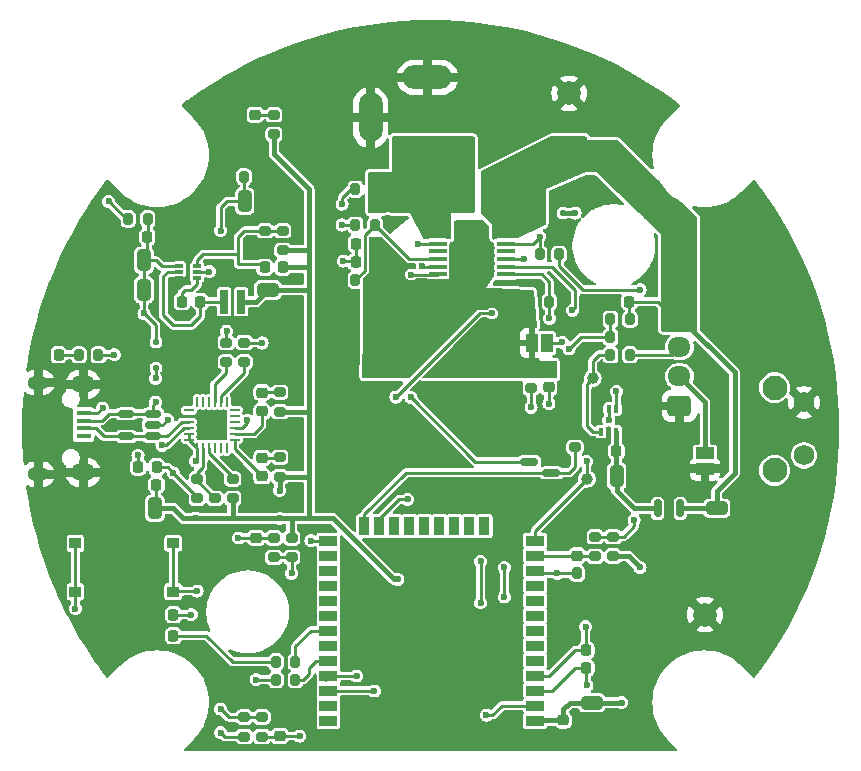
<source format=gbr>
%TF.GenerationSoftware,KiCad,Pcbnew,8.0.1*%
%TF.CreationDate,2024-06-06T10:38:11+02:00*%
%TF.ProjectId,led_strip_stand_lamp,6c65645f-7374-4726-9970-5f7374616e64,rev?*%
%TF.SameCoordinates,Original*%
%TF.FileFunction,Copper,L1,Top*%
%TF.FilePolarity,Positive*%
%FSLAX46Y46*%
G04 Gerber Fmt 4.6, Leading zero omitted, Abs format (unit mm)*
G04 Created by KiCad (PCBNEW 8.0.1) date 2024-06-06 10:38:12*
%MOMM*%
%LPD*%
G01*
G04 APERTURE LIST*
G04 Aperture macros list*
%AMRoundRect*
0 Rectangle with rounded corners*
0 $1 Rounding radius*
0 $2 $3 $4 $5 $6 $7 $8 $9 X,Y pos of 4 corners*
0 Add a 4 corners polygon primitive as box body*
4,1,4,$2,$3,$4,$5,$6,$7,$8,$9,$2,$3,0*
0 Add four circle primitives for the rounded corners*
1,1,$1+$1,$2,$3*
1,1,$1+$1,$4,$5*
1,1,$1+$1,$6,$7*
1,1,$1+$1,$8,$9*
0 Add four rect primitives between the rounded corners*
20,1,$1+$1,$2,$3,$4,$5,0*
20,1,$1+$1,$4,$5,$6,$7,0*
20,1,$1+$1,$6,$7,$8,$9,0*
20,1,$1+$1,$8,$9,$2,$3,0*%
G04 Aperture macros list end*
%TA.AperFunction,SMDPad,CuDef*%
%ADD10RoundRect,0.225000X0.250000X-0.225000X0.250000X0.225000X-0.250000X0.225000X-0.250000X-0.225000X0*%
%TD*%
%TA.AperFunction,SMDPad,CuDef*%
%ADD11RoundRect,0.200000X-0.275000X0.200000X-0.275000X-0.200000X0.275000X-0.200000X0.275000X0.200000X0*%
%TD*%
%TA.AperFunction,SMDPad,CuDef*%
%ADD12R,1.500000X0.900000*%
%TD*%
%TA.AperFunction,SMDPad,CuDef*%
%ADD13R,0.900000X1.500000*%
%TD*%
%TA.AperFunction,SMDPad,CuDef*%
%ADD14R,0.900000X0.900000*%
%TD*%
%TA.AperFunction,SMDPad,CuDef*%
%ADD15R,3.800000X3.800000*%
%TD*%
%TA.AperFunction,SMDPad,CuDef*%
%ADD16RoundRect,0.225000X0.225000X0.250000X-0.225000X0.250000X-0.225000X-0.250000X0.225000X-0.250000X0*%
%TD*%
%TA.AperFunction,SMDPad,CuDef*%
%ADD17RoundRect,0.200000X0.200000X0.275000X-0.200000X0.275000X-0.200000X-0.275000X0.200000X-0.275000X0*%
%TD*%
%TA.AperFunction,SMDPad,CuDef*%
%ADD18RoundRect,0.250000X-0.650000X0.325000X-0.650000X-0.325000X0.650000X-0.325000X0.650000X0.325000X0*%
%TD*%
%TA.AperFunction,SMDPad,CuDef*%
%ADD19RoundRect,0.218750X0.256250X-0.218750X0.256250X0.218750X-0.256250X0.218750X-0.256250X-0.218750X0*%
%TD*%
%TA.AperFunction,SMDPad,CuDef*%
%ADD20RoundRect,0.250000X0.325000X0.650000X-0.325000X0.650000X-0.325000X-0.650000X0.325000X-0.650000X0*%
%TD*%
%TA.AperFunction,ComponentPad*%
%ADD21RoundRect,0.250000X0.725000X-0.600000X0.725000X0.600000X-0.725000X0.600000X-0.725000X-0.600000X0*%
%TD*%
%TA.AperFunction,ComponentPad*%
%ADD22O,1.950000X1.700000*%
%TD*%
%TA.AperFunction,SMDPad,CuDef*%
%ADD23RoundRect,0.218750X-0.218750X-0.256250X0.218750X-0.256250X0.218750X0.256250X-0.218750X0.256250X0*%
%TD*%
%TA.AperFunction,SMDPad,CuDef*%
%ADD24RoundRect,0.250000X-0.375000X-0.625000X0.375000X-0.625000X0.375000X0.625000X-0.375000X0.625000X0*%
%TD*%
%TA.AperFunction,ComponentPad*%
%ADD25C,2.000000*%
%TD*%
%TA.AperFunction,ComponentPad*%
%ADD26C,2.100000*%
%TD*%
%TA.AperFunction,ComponentPad*%
%ADD27C,1.750000*%
%TD*%
%TA.AperFunction,ComponentPad*%
%ADD28R,2.000000X2.000000*%
%TD*%
%TA.AperFunction,SMDPad,CuDef*%
%ADD29RoundRect,0.200000X-0.200000X-0.275000X0.200000X-0.275000X0.200000X0.275000X-0.200000X0.275000X0*%
%TD*%
%TA.AperFunction,SMDPad,CuDef*%
%ADD30RoundRect,0.225000X-0.225000X-0.250000X0.225000X-0.250000X0.225000X0.250000X-0.225000X0.250000X0*%
%TD*%
%TA.AperFunction,SMDPad,CuDef*%
%ADD31RoundRect,0.100000X-0.675000X-0.100000X0.675000X-0.100000X0.675000X0.100000X-0.675000X0.100000X0*%
%TD*%
%TA.AperFunction,HeatsinkPad*%
%ADD32R,3.000000X3.000000*%
%TD*%
%TA.AperFunction,SMDPad,CuDef*%
%ADD33R,1.000000X0.900000*%
%TD*%
%TA.AperFunction,SMDPad,CuDef*%
%ADD34RoundRect,0.100000X-0.100000X0.225000X-0.100000X-0.225000X0.100000X-0.225000X0.100000X0.225000X0*%
%TD*%
%TA.AperFunction,SMDPad,CuDef*%
%ADD35C,1.000000*%
%TD*%
%TA.AperFunction,ComponentPad*%
%ADD36R,4.600000X2.000000*%
%TD*%
%TA.AperFunction,ComponentPad*%
%ADD37O,4.200000X2.000000*%
%TD*%
%TA.AperFunction,ComponentPad*%
%ADD38O,2.000000X4.200000*%
%TD*%
%TA.AperFunction,SMDPad,CuDef*%
%ADD39RoundRect,0.085000X-0.265000X-0.085000X0.265000X-0.085000X0.265000X0.085000X-0.265000X0.085000X0*%
%TD*%
%TA.AperFunction,SMDPad,CuDef*%
%ADD40RoundRect,0.200000X0.275000X-0.200000X0.275000X0.200000X-0.275000X0.200000X-0.275000X-0.200000X0*%
%TD*%
%TA.AperFunction,SMDPad,CuDef*%
%ADD41RoundRect,0.225000X-0.250000X0.225000X-0.250000X-0.225000X0.250000X-0.225000X0.250000X0.225000X0*%
%TD*%
%TA.AperFunction,SMDPad,CuDef*%
%ADD42RoundRect,0.125000X0.125000X0.125000X-0.125000X0.125000X-0.125000X-0.125000X0.125000X-0.125000X0*%
%TD*%
%TA.AperFunction,SMDPad,CuDef*%
%ADD43RoundRect,0.250000X-0.325000X-0.650000X0.325000X-0.650000X0.325000X0.650000X-0.325000X0.650000X0*%
%TD*%
%TA.AperFunction,SMDPad,CuDef*%
%ADD44R,1.500000X1.000000*%
%TD*%
%TA.AperFunction,SMDPad,CuDef*%
%ADD45R,0.700000X2.000000*%
%TD*%
%TA.AperFunction,SMDPad,CuDef*%
%ADD46R,1.000000X1.500000*%
%TD*%
%TA.AperFunction,SMDPad,CuDef*%
%ADD47RoundRect,0.125000X-0.125000X0.125000X-0.125000X-0.125000X0.125000X-0.125000X0.125000X0.125000X0*%
%TD*%
%TA.AperFunction,SMDPad,CuDef*%
%ADD48RoundRect,0.150000X0.587500X0.150000X-0.587500X0.150000X-0.587500X-0.150000X0.587500X-0.150000X0*%
%TD*%
%TA.AperFunction,SMDPad,CuDef*%
%ADD49RoundRect,0.150000X-0.150000X0.587500X-0.150000X-0.587500X0.150000X-0.587500X0.150000X0.587500X0*%
%TD*%
%TA.AperFunction,SMDPad,CuDef*%
%ADD50RoundRect,0.062500X-0.350000X-0.062500X0.350000X-0.062500X0.350000X0.062500X-0.350000X0.062500X0*%
%TD*%
%TA.AperFunction,SMDPad,CuDef*%
%ADD51RoundRect,0.062500X-0.062500X-0.350000X0.062500X-0.350000X0.062500X0.350000X-0.062500X0.350000X0*%
%TD*%
%TA.AperFunction,HeatsinkPad*%
%ADD52R,2.600000X2.600000*%
%TD*%
%TA.AperFunction,SMDPad,CuDef*%
%ADD53RoundRect,0.150000X-0.512500X-0.150000X0.512500X-0.150000X0.512500X0.150000X-0.512500X0.150000X0*%
%TD*%
%TA.AperFunction,SMDPad,CuDef*%
%ADD54R,1.300000X0.450000*%
%TD*%
%TA.AperFunction,ComponentPad*%
%ADD55O,1.800000X1.150000*%
%TD*%
%TA.AperFunction,ComponentPad*%
%ADD56O,2.000000X1.450000*%
%TD*%
%TA.AperFunction,ViaPad*%
%ADD57C,0.600000*%
%TD*%
%TA.AperFunction,ViaPad*%
%ADD58C,0.700000*%
%TD*%
%TA.AperFunction,Conductor*%
%ADD59C,0.400000*%
%TD*%
%TA.AperFunction,Conductor*%
%ADD60C,0.250000*%
%TD*%
%TA.AperFunction,Conductor*%
%ADD61C,0.200000*%
%TD*%
G04 APERTURE END LIST*
D10*
%TO.P,C18,1*%
%TO.N,I_SNS*%
X10277011Y3734149D03*
%TO.P,C18,2*%
%TO.N,RTN*%
X10277011Y5284149D03*
%TD*%
D11*
%TO.P,R31,1*%
%TO.N,Net-(R31-Pad1)*%
X14199408Y-8906209D03*
%TO.P,R31,2*%
%TO.N,Net-(U1-IO14)*%
X14199408Y-10556209D03*
%TD*%
D12*
%TO.P,U1,1,GND*%
%TO.N,GND*%
X9120000Y-25760000D03*
%TO.P,U1,2,VDD*%
%TO.N,+3V3*%
X9120000Y-24490000D03*
%TO.P,U1,3,EN*%
%TO.N,Net-(U1-EN)*%
X9120000Y-23220000D03*
%TO.P,U1,4,SENSOR_VP*%
%TO.N,+12V_SNS*%
X9120000Y-21950000D03*
%TO.P,U1,5,SENSOR_VN*%
%TO.N,I_SNS*%
X9120000Y-20680000D03*
%TO.P,U1,6,IO34*%
%TO.N,unconnected-(U1-IO34-Pad6)*%
X9120000Y-19410000D03*
%TO.P,U1,7,IO35*%
%TO.N,unconnected-(U1-IO35-Pad7)*%
X9120000Y-18140000D03*
%TO.P,U1,8,IO32*%
%TO.N,unconnected-(U1-IO32-Pad8)*%
X9120000Y-16870000D03*
%TO.P,U1,9,IO33*%
%TO.N,unconnected-(U1-IO33-Pad9)*%
X9120000Y-15600000D03*
%TO.P,U1,10,IO25*%
%TO.N,unconnected-(U1-IO25-Pad10)*%
X9120000Y-14330000D03*
%TO.P,U1,11,IO26*%
%TO.N,unconnected-(U1-IO26-Pad11)*%
X9120000Y-13060000D03*
%TO.P,U1,12,IO27*%
%TO.N,LVL_GATE*%
X9120000Y-11790000D03*
%TO.P,U1,13,IO14*%
%TO.N,Net-(U1-IO14)*%
X9120000Y-10520000D03*
%TO.P,U1,14,IO12*%
%TO.N,DATA_ESP*%
X9120000Y-9250000D03*
D13*
%TO.P,U1,15,GND*%
%TO.N,GND*%
X6080000Y-8000000D03*
%TO.P,U1,16,IO13*%
%TO.N,unconnected-(U1-IO13-Pad16)*%
X4810000Y-8000000D03*
%TO.P,U1,17,NC*%
%TO.N,unconnected-(U1-NC-Pad17)*%
X3540000Y-8000000D03*
%TO.P,U1,18,NC*%
%TO.N,unconnected-(U1-NC-Pad18)*%
X2270000Y-8000000D03*
%TO.P,U1,19,NC*%
%TO.N,unconnected-(U1-NC-Pad19)*%
X1000000Y-8000000D03*
%TO.P,U1,20,NC*%
%TO.N,unconnected-(U1-NC-Pad20)*%
X-270000Y-8000000D03*
%TO.P,U1,21,NC*%
%TO.N,unconnected-(U1-NC-Pad21)*%
X-1540000Y-8000000D03*
%TO.P,U1,22,NC*%
%TO.N,unconnected-(U1-NC-Pad22)*%
X-2810000Y-8000000D03*
%TO.P,U1,23,IO15*%
%TO.N,eFuse_FAULT*%
X-4080000Y-8000000D03*
%TO.P,U1,24,IO2*%
%TO.N,eFuse_SHDN*%
X-5350000Y-8000000D03*
D12*
%TO.P,U1,25,IO0*%
%TO.N,Net-(U1-IO0)*%
X-8380000Y-9250000D03*
%TO.P,U1,26,IO4*%
%TO.N,unconnected-(U1-IO4-Pad26)*%
X-8380000Y-10520000D03*
%TO.P,U1,27,IO16*%
%TO.N,unconnected-(U1-IO16-Pad27)*%
X-8380000Y-11790000D03*
%TO.P,U1,28,IO17*%
%TO.N,unconnected-(U1-IO17-Pad28)*%
X-8380000Y-13060000D03*
%TO.P,U1,29,IO5*%
%TO.N,unconnected-(U1-IO5-Pad29)*%
X-8380000Y-14330000D03*
%TO.P,U1,30,IO18*%
%TO.N,unconnected-(U1-IO18-Pad30)*%
X-8380000Y-15600000D03*
%TO.P,U1,31,IO19*%
%TO.N,Net-(U1-IO19)*%
X-8380000Y-16870000D03*
%TO.P,U1,32,NC*%
%TO.N,unconnected-(U1-NC-Pad32)*%
X-8380000Y-18140000D03*
%TO.P,U1,33,IO21*%
%TO.N,Net-(U1-IO21)*%
X-8380000Y-19410000D03*
%TO.P,U1,34,RXD0/IO3*%
%TO.N,RXD0*%
X-8380000Y-20680000D03*
%TO.P,U1,35,TXD0/IO1*%
%TO.N,TXD0*%
X-8380000Y-21950000D03*
%TO.P,U1,36,IO22*%
%TO.N,unconnected-(U1-IO22-Pad36)*%
X-8380000Y-23220000D03*
%TO.P,U1,37,IO23*%
%TO.N,unconnected-(U1-IO23-Pad37)*%
X-8380000Y-24490000D03*
%TO.P,U1,38,GND*%
%TO.N,GND*%
X-8380000Y-25760000D03*
D14*
%TO.P,U1,39,GND*%
X3270000Y-19440000D03*
X3270000Y-18040000D03*
X3270000Y-16640000D03*
X1870000Y-19440000D03*
X1870000Y-18040000D03*
D15*
X1870000Y-18040000D03*
D14*
X1870000Y-16640000D03*
X470000Y-19440000D03*
X470000Y-18040000D03*
X470000Y-16640000D03*
%TD*%
D11*
%TO.P,R2,1*%
%TO.N,ESP_EN*%
X-14000000Y-24175000D03*
%TO.P,R2,2*%
%TO.N,Net-(U1-EN)*%
X-14000000Y-25825000D03*
%TD*%
D16*
%TO.P,C7,1*%
%TO.N,Vin_Buck*%
X-23725000Y16500000D03*
%TO.P,C7,2*%
%TO.N,GND*%
X-25275000Y16500000D03*
%TD*%
D17*
%TO.P,R20,1*%
%TO.N,RTN*%
X-4442292Y12794371D03*
%TO.P,R20,2*%
%TO.N,Net-(U6-OVP)*%
X-6092292Y12794371D03*
%TD*%
D18*
%TO.P,C24,1*%
%TO.N,+12V*%
X24500000Y-6500000D03*
%TO.P,C24,2*%
%TO.N,GND*%
X24500000Y-9450000D03*
%TD*%
D16*
%TO.P,C6,1*%
%TO.N,+3V3*%
X-22950000Y-4500000D03*
%TO.P,C6,2*%
%TO.N,GND*%
X-24500000Y-4500000D03*
%TD*%
D19*
%TO.P,D6,1,K*%
%TO.N,GND*%
X-14578652Y25245734D03*
%TO.P,D6,2,A*%
%TO.N,Net-(D6-A)*%
X-14578652Y26820734D03*
%TD*%
D20*
%TO.P,C9,1*%
%TO.N,Vin_Buck*%
X-24000000Y12000000D03*
%TO.P,C9,2*%
%TO.N,GND*%
X-26950000Y12000000D03*
%TD*%
D21*
%TO.P,J3,1,Pin_1*%
%TO.N,GND*%
X21333826Y2167652D03*
D22*
%TO.P,J3,2,Pin_2*%
%TO.N,BACKUP*%
X21333826Y4667652D03*
%TO.P,J3,3,Pin_3*%
%TO.N,Net-(J3-Pin_3)*%
X21333826Y7167652D03*
%TO.P,J3,4,Pin_4*%
%TO.N,+12V*%
X21333826Y9667652D03*
%TD*%
D11*
%TO.P,R4,1*%
%TO.N,+3V3*%
X-11500000Y-9000000D03*
%TO.P,R4,2*%
%TO.N,ESP_IO0*%
X-11500000Y-10650000D03*
%TD*%
D23*
%TO.P,D3,1,K*%
%TO.N,GND*%
X-32787500Y6500000D03*
%TO.P,D3,2,A*%
%TO.N,Suspendb*%
X-31212500Y6500000D03*
%TD*%
D24*
%TO.P,F1,1*%
%TO.N,VIN*%
X2600000Y20500000D03*
%TO.P,F1,2*%
%TO.N,+12V*%
X5400000Y20500000D03*
%TD*%
D25*
%TO.P,TP5,1,1*%
%TO.N,GND*%
X23500000Y-15500000D03*
%TD*%
D16*
%TO.P,C15,1*%
%TO.N,RTN*%
X-4487615Y14348043D03*
%TO.P,C15,2*%
%TO.N,Net-(U6-dVdT)*%
X-6037615Y14348043D03*
%TD*%
D26*
%TO.P,SW3,*%
%TO.N,*%
X29396465Y3725887D03*
X29396465Y-3284113D03*
D27*
%TO.P,SW3,1,1*%
%TO.N,GND*%
X31886465Y2475887D03*
%TO.P,SW3,2,2*%
%TO.N,Net-(R31-Pad1)*%
X31886465Y-2024113D03*
%TD*%
D28*
%TO.P,C21,1*%
%TO.N,+12V*%
X12000000Y23632323D03*
D25*
%TO.P,C21,2*%
%TO.N,GND*%
X12000000Y28632323D03*
%TD*%
D29*
%TO.P,R25,1*%
%TO.N,+12V_SNS*%
X15500000Y9500000D03*
%TO.P,R25,2*%
%TO.N,+12V*%
X17150000Y9500000D03*
%TD*%
D30*
%TO.P,C13,1*%
%TO.N,VBST*%
X-20775000Y11000000D03*
%TO.P,C13,2*%
%TO.N,Net-(U4-SW)*%
X-19225000Y11000000D03*
%TD*%
D10*
%TO.P,C3,1*%
%TO.N,Net-(U1-EN)*%
X-12500000Y-25775000D03*
%TO.P,C3,2*%
%TO.N,GND*%
X-12500000Y-24225000D03*
%TD*%
D31*
%TO.P,U6,1,IN*%
%TO.N,VIN*%
X875000Y17200845D03*
%TO.P,U6,2,IN*%
X875000Y16550845D03*
%TO.P,U6,3,UVLO*%
%TO.N,Net-(U6-UVLO)*%
X875000Y15900845D03*
%TO.P,U6,4,NC*%
%TO.N,unconnected-(U6-NC-Pad4)*%
X875000Y15250845D03*
%TO.P,U6,5,OVP*%
%TO.N,Net-(U6-OVP)*%
X875000Y14600845D03*
%TO.P,U6,6,MODE*%
%TO.N,Net-(JP1-A)*%
X875000Y13950845D03*
%TO.P,U6,7,~{SHDN}*%
%TO.N,Net-(Q1-D)*%
X875000Y13300845D03*
%TO.P,U6,8,RTN*%
%TO.N,RTN*%
X875000Y12650845D03*
%TO.P,U6,9,GND*%
%TO.N,GND*%
X6625000Y12650845D03*
%TO.P,U6,10,IMON*%
%TO.N,I_SNS*%
X6625000Y13300845D03*
%TO.P,U6,11,ILIM*%
%TO.N,Net-(U6-ILIM)*%
X6625000Y13950845D03*
%TO.P,U6,12,dVdT*%
%TO.N,Net-(U6-dVdT)*%
X6625000Y14600845D03*
%TO.P,U6,13,NC*%
%TO.N,unconnected-(U6-NC-Pad13)*%
X6625000Y15250845D03*
%TO.P,U6,14,~{FLT}*%
%TO.N,eFuse_FAULT*%
X6625000Y15900845D03*
%TO.P,U6,15,OUT*%
%TO.N,+12V*%
X6625000Y16550845D03*
%TO.P,U6,16,OUT*%
X6625000Y17200845D03*
D32*
%TO.P,U6,17,RTN*%
%TO.N,RTN*%
X3750000Y14925845D03*
%TD*%
D11*
%TO.P,R8,1*%
%TO.N,TXT*%
X-12500000Y3325000D03*
%TO.P,R8,2*%
%TO.N,+3V3*%
X-12500000Y1675000D03*
%TD*%
D30*
%TO.P,C19,1*%
%TO.N,GND*%
X15550000Y11000000D03*
%TO.P,C19,2*%
%TO.N,+12V*%
X17100000Y11000000D03*
%TD*%
D23*
%TO.P,FB1,1*%
%TO.N,Net-(J1-VBUS)*%
X-24500000Y-3000000D03*
%TO.P,FB1,2*%
%TO.N,VBUS*%
X-22925000Y-3000000D03*
%TD*%
D33*
%TO.P,SW1,1,1*%
%TO.N,GND*%
X-28200000Y-9459226D03*
X-28200000Y-13559226D03*
%TO.P,SW1,2,2*%
%TO.N,ESP_EN*%
X-29800000Y-9459226D03*
X-29800000Y-13559226D03*
%TD*%
D17*
%TO.P,R26,1*%
%TO.N,GND*%
X17150000Y8000000D03*
%TO.P,R26,2*%
%TO.N,+12V_SNS*%
X15500000Y8000000D03*
%TD*%
D10*
%TO.P,C23,1*%
%TO.N,Net-(U1-IO14)*%
X12699408Y-10506209D03*
%TO.P,C23,2*%
%TO.N,GND*%
X12699408Y-8956209D03*
%TD*%
D30*
%TO.P,C22,1*%
%TO.N,I_SNS*%
X13450000Y-18500000D03*
%TO.P,C22,2*%
%TO.N,GND*%
X15000000Y-18500000D03*
%TD*%
D34*
%TO.P,U5,1,G*%
%TO.N,LVL_GATE*%
X16000000Y1900000D03*
%TO.P,U5,2*%
%TO.N,DATA_ESP*%
X15350000Y1900000D03*
%TO.P,U5,3,GND*%
%TO.N,GND*%
X14700000Y1900000D03*
%TO.P,U5,4*%
%TO.N,DATA*%
X14700000Y0D03*
%TO.P,U5,5,VCC*%
%TO.N,+5V*%
X16000000Y0D03*
%TD*%
D35*
%TO.P,TP1,1,1*%
%TO.N,DATA_ESP*%
X13500000Y-4000000D03*
%TD*%
D36*
%TO.P,J2,1*%
%TO.N,VIN*%
X0Y23700000D03*
D37*
%TO.P,J2,2*%
%TO.N,GND*%
X0Y30000000D03*
D38*
%TO.P,J2,3*%
X-4800000Y26600000D03*
%TD*%
D39*
%TO.P,U4,1,VIN*%
%TO.N,Vin_Buck*%
X-21000000Y14000000D03*
%TO.P,U4,2,SW*%
%TO.N,Net-(U4-SW)*%
X-21000000Y13500000D03*
%TO.P,U4,3,GND*%
%TO.N,GND*%
X-21000000Y13000000D03*
%TO.P,U4,4,VBST*%
%TO.N,VBST*%
X-19500000Y13000000D03*
%TO.P,U4,5,EN*%
%TO.N,Net-(U4-EN)*%
X-19500000Y13500000D03*
%TO.P,U4,6,VFB*%
%TO.N,VFB*%
X-19500000Y14000000D03*
%TD*%
D16*
%TO.P,C17,1*%
%TO.N,RTN*%
X-4487615Y15910077D03*
%TO.P,C17,2*%
%TO.N,Net-(U6-dVdT)*%
X-6037615Y15910077D03*
%TD*%
D40*
%TO.P,R28,1*%
%TO.N,+3V3*%
X-13000000Y25175000D03*
%TO.P,R28,2*%
%TO.N,Net-(D6-A)*%
X-13000000Y26825000D03*
%TD*%
D29*
%TO.P,R17,1*%
%TO.N,LVL_GATE*%
X12675000Y-12000000D03*
%TO.P,R17,2*%
%TO.N,GND*%
X14325000Y-12000000D03*
%TD*%
D17*
%TO.P,R27,1*%
%TO.N,Net-(J3-Pin_3)*%
X17150000Y6500000D03*
%TO.P,R27,2*%
%TO.N,DATA*%
X15500000Y6500000D03*
%TD*%
D20*
%TO.P,C8,1*%
%TO.N,Vin_Buck*%
X-24000000Y14500000D03*
%TO.P,C8,2*%
%TO.N,GND*%
X-26950000Y14500000D03*
%TD*%
D29*
%TO.P,R14,1*%
%TO.N,Net-(U4-EN)*%
X-15525140Y21576473D03*
%TO.P,R14,2*%
%TO.N,GND*%
X-13875140Y21576473D03*
%TD*%
D35*
%TO.P,TP4,1,1*%
%TO.N,GND*%
X25500000Y16000000D03*
%TD*%
D30*
%TO.P,C14,1*%
%TO.N,+5V*%
X16005642Y-1656574D03*
%TO.P,C14,2*%
%TO.N,GND*%
X17555642Y-1656574D03*
%TD*%
D41*
%TO.P,C2,1*%
%TO.N,+3V3*%
X11500000Y-24446565D03*
%TO.P,C2,2*%
%TO.N,GND*%
X11500000Y-25996565D03*
%TD*%
D40*
%TO.P,R1,1*%
%TO.N,+3V3*%
X-15500000Y-25825000D03*
%TO.P,R1,2*%
%TO.N,ESP_EN*%
X-15500000Y-24175000D03*
%TD*%
%TO.P,R12,1*%
%TO.N,RXD*%
X-15500000Y5881794D03*
%TO.P,R12,2*%
%TO.N,TXD0*%
X-15500000Y7531794D03*
%TD*%
D17*
%TO.P,R13,1*%
%TO.N,Vin_Buck*%
X-23675000Y18000000D03*
%TO.P,R13,2*%
%TO.N,Net-(U4-EN)*%
X-25325000Y18000000D03*
%TD*%
%TO.P,R10,1*%
%TO.N,Net-(U2-~{SUSPEND})*%
X-27850000Y6500000D03*
%TO.P,R10,2*%
%TO.N,Suspendb*%
X-29500000Y6500000D03*
%TD*%
D35*
%TO.P,TP2,1,1*%
%TO.N,DATA*%
X14000000Y4500000D03*
%TD*%
D29*
%TO.P,R22,1*%
%TO.N,eFuse_FAULT*%
X9500000Y15000000D03*
%TO.P,R22,2*%
%TO.N,+3V3*%
X11150000Y15000000D03*
%TD*%
D40*
%TO.P,R15,1*%
%TO.N,+3V3*%
X-12250000Y15350000D03*
%TO.P,R15,2*%
%TO.N,VFB*%
X-12250000Y17000000D03*
%TD*%
D17*
%TO.P,R29,1*%
%TO.N,Net-(U1-IO21)*%
X-11175000Y-21000000D03*
%TO.P,R29,2*%
%TO.N,Net-(D7-A)*%
X-12825000Y-21000000D03*
%TD*%
D35*
%TO.P,TP3,1,1*%
%TO.N,+12V*%
X21000000Y16000000D03*
%TD*%
D30*
%TO.P,C20,1*%
%TO.N,+12V_SNS*%
X13450000Y-20000000D03*
%TO.P,C20,2*%
%TO.N,GND*%
X15000000Y-20000000D03*
%TD*%
D42*
%TO.P,D5,1,K*%
%TO.N,Vin_Buck*%
X11500000Y18500000D03*
%TO.P,D5,2,A*%
%TO.N,+12V*%
X9300000Y18500000D03*
%TD*%
D43*
%TO.P,C10,1*%
%TO.N,Net-(U4-EN)*%
X-15475000Y19500000D03*
%TO.P,C10,2*%
%TO.N,GND*%
X-12525000Y19500000D03*
%TD*%
D18*
%TO.P,C1,1*%
%TO.N,+3V3*%
X13918017Y-22948930D03*
%TO.P,C1,2*%
%TO.N,GND*%
X13918017Y-25898930D03*
%TD*%
D11*
%TO.P,R7,1*%
%TO.N,GND*%
X-18000000Y-4000000D03*
%TO.P,R7,2*%
%TO.N,Net-(U2-VBUS)*%
X-18000000Y-5650000D03*
%TD*%
D41*
%TO.P,C4,1*%
%TO.N,Net-(U1-IO0)*%
X-14500000Y-9000000D03*
%TO.P,C4,2*%
%TO.N,GND*%
X-14500000Y-10550000D03*
%TD*%
D18*
%TO.P,C11,1*%
%TO.N,+3V3*%
X-13500000Y12000000D03*
%TO.P,C11,2*%
%TO.N,GND*%
X-13500000Y9050000D03*
%TD*%
D16*
%TO.P,C12,1*%
%TO.N,+3V3*%
X-12229024Y13904443D03*
%TO.P,C12,2*%
%TO.N,VFB*%
X-13779024Y13904443D03*
%TD*%
D44*
%TO.P,JP2,1,A*%
%TO.N,BACKUP*%
X23500000Y-1850000D03*
%TO.P,JP2,2,B*%
%TO.N,GND*%
X23500000Y-3150000D03*
%TD*%
D45*
%TO.P,L1,1,1*%
%TO.N,Net-(U4-SW)*%
X-17225000Y11000000D03*
%TO.P,L1,2,2*%
%TO.N,+3V3*%
X-15775000Y11000000D03*
%TD*%
D33*
%TO.P,SW2,1,1*%
%TO.N,GND*%
X-23122767Y-13550000D03*
X-23122767Y-9450000D03*
%TO.P,SW2,2,2*%
%TO.N,ESP_IO0*%
X-21522767Y-13550000D03*
X-21522767Y-9450000D03*
%TD*%
D11*
%TO.P,R21,1*%
%TO.N,RTN*%
X8777011Y5334149D03*
%TO.P,R21,2*%
%TO.N,Net-(U6-ILIM)*%
X8777011Y3684149D03*
%TD*%
D19*
%TO.P,D1,1,K*%
%TO.N,Net-(D1-K)*%
X-14000000Y1728054D03*
%TO.P,D1,2,A*%
%TO.N,TXT*%
X-14000000Y3303054D03*
%TD*%
D29*
%TO.P,R23,1*%
%TO.N,RTN*%
X8675000Y11000000D03*
%TO.P,R23,2*%
%TO.N,I_SNS*%
X10325000Y11000000D03*
%TD*%
D40*
%TO.P,R3,1*%
%TO.N,ESP_IO0*%
X-13000000Y-10650000D03*
%TO.P,R3,2*%
%TO.N,Net-(U1-IO0)*%
X-13000000Y-9000000D03*
%TD*%
D46*
%TO.P,JP1,1,A*%
%TO.N,Net-(JP1-A)*%
X10150000Y7500000D03*
%TO.P,JP1,2,B*%
%TO.N,RTN*%
X8850000Y7500000D03*
%TD*%
D40*
%TO.P,R32,1*%
%TO.N,+3V3*%
X15732643Y-10547314D03*
%TO.P,R32,2*%
%TO.N,Net-(R31-Pad1)*%
X15732643Y-8897314D03*
%TD*%
D47*
%TO.P,D4,1,K*%
%TO.N,Vin_Buck*%
X-23000000Y7600000D03*
%TO.P,D4,2,A*%
%TO.N,VBUS*%
X-23000000Y5400000D03*
%TD*%
D19*
%TO.P,D2,1,K*%
%TO.N,Net-(D2-K)*%
X-14000000Y-3787500D03*
%TO.P,D2,2,A*%
%TO.N,RXT*%
X-14000000Y-2212500D03*
%TD*%
D30*
%TO.P,C16,1*%
%TO.N,GND*%
X-6050000Y19000000D03*
%TO.P,C16,2*%
%TO.N,VIN*%
X-4500000Y19000000D03*
%TD*%
D48*
%TO.P,Q1,1,G*%
%TO.N,eFuse_SHDN*%
X10500000Y-3500000D03*
%TO.P,Q1,2,S*%
%TO.N,GND*%
X10500000Y-1600000D03*
%TO.P,Q1,3,D*%
%TO.N,Net-(Q1-D)*%
X8625000Y-2550000D03*
%TD*%
D49*
%TO.P,U7,1,VI*%
%TO.N,+12V*%
X21400000Y-6500000D03*
%TO.P,U7,2,VO*%
%TO.N,+5V*%
X19500000Y-6500000D03*
%TO.P,U7,3,GND*%
%TO.N,GND*%
X20450000Y-8375000D03*
%TD*%
D11*
%TO.P,R24,1*%
%TO.N,GND*%
X12500000Y325000D03*
%TO.P,R24,2*%
%TO.N,eFuse_SHDN*%
X12500000Y-1325000D03*
%TD*%
D23*
%TO.P,D7,1,K*%
%TO.N,GND*%
X-23075000Y-15500000D03*
%TO.P,D7,2,A*%
%TO.N,Net-(D7-A)*%
X-21500000Y-15500000D03*
%TD*%
D11*
%TO.P,R9,1*%
%TO.N,RXT*%
X-12500000Y-2175000D03*
%TO.P,R9,2*%
%TO.N,+3V3*%
X-12500000Y-3825000D03*
%TD*%
D40*
%TO.P,R5,1*%
%TO.N,+3V3*%
X-16485817Y-5657236D03*
%TO.P,R5,2*%
%TO.N,Net-(U2-~{RST})*%
X-16485817Y-4007236D03*
%TD*%
D20*
%TO.P,C5,1*%
%TO.N,+3V3*%
X-23050000Y-6500000D03*
%TO.P,C5,2*%
%TO.N,GND*%
X-26000000Y-6500000D03*
%TD*%
D40*
%TO.P,R6,1*%
%TO.N,VBUS*%
X-19500000Y-5650000D03*
%TO.P,R6,2*%
%TO.N,Net-(U2-VBUS)*%
X-19500000Y-4000000D03*
%TD*%
D50*
%TO.P,U2,1,~{RI}/CLK*%
%TO.N,unconnected-(U2-~{RI}{slash}CLK-Pad1)*%
X-20187500Y1812500D03*
%TO.P,U2,2,GND*%
%TO.N,GND*%
X-20187500Y1312500D03*
%TO.P,U2,3,D+*%
%TO.N,USB_D+*%
X-20187500Y812500D03*
%TO.P,U2,4,D-*%
%TO.N,USB_D-*%
X-20187500Y312500D03*
%TO.P,U2,5,VIO*%
%TO.N,+3V3*%
X-20187500Y-187500D03*
%TO.P,U2,6,VDD*%
X-20187500Y-687500D03*
D51*
%TO.P,U2,7,VREGIN*%
X-19500000Y-1375000D03*
%TO.P,U2,8,VBUS*%
%TO.N,Net-(U2-VBUS)*%
X-19000000Y-1375000D03*
%TO.P,U2,9,~{RST}*%
%TO.N,Net-(U2-~{RST})*%
X-18500000Y-1375000D03*
%TO.P,U2,10,NC*%
%TO.N,unconnected-(U2-NC-Pad10)*%
X-18000000Y-1375000D03*
%TO.P,U2,11,~{WAKEUP}/GPIO.3*%
%TO.N,unconnected-(U2-~{WAKEUP}{slash}GPIO.3-Pad11)*%
X-17500000Y-1375000D03*
%TO.P,U2,12,RS485/GPIO.2*%
%TO.N,unconnected-(U2-RS485{slash}GPIO.2-Pad12)*%
X-17000000Y-1375000D03*
D50*
%TO.P,U2,13,~{RXT}/GPIO.1*%
%TO.N,Net-(D2-K)*%
X-16312500Y-687500D03*
%TO.P,U2,14,~{TXT}/GPIO.0*%
%TO.N,Net-(D1-K)*%
X-16312500Y-187500D03*
%TO.P,U2,15,~{SUSPEND}*%
%TO.N,Net-(U2-~{SUSPEND})*%
X-16312500Y312500D03*
%TO.P,U2,16,NC*%
%TO.N,unconnected-(U2-NC-Pad16)*%
X-16312500Y812500D03*
%TO.P,U2,17,SUSPEND*%
%TO.N,unconnected-(U2-SUSPEND-Pad17)*%
X-16312500Y1312500D03*
%TO.P,U2,18,~{CTS}*%
%TO.N,unconnected-(U2-~{CTS}-Pad18)*%
X-16312500Y1812500D03*
D51*
%TO.P,U2,19,~{RTS}*%
%TO.N,unconnected-(U2-~{RTS}-Pad19)*%
X-17000000Y2500000D03*
%TO.P,U2,20,RXD*%
%TO.N,RXD*%
X-17500000Y2500000D03*
%TO.P,U2,21,TXD*%
%TO.N,TXD*%
X-18000000Y2500000D03*
%TO.P,U2,22,~{DSR}*%
%TO.N,unconnected-(U2-~{DSR}-Pad22)*%
X-18500000Y2500000D03*
%TO.P,U2,23,~{DTR}*%
%TO.N,unconnected-(U2-~{DTR}-Pad23)*%
X-19000000Y2500000D03*
%TO.P,U2,24,~{DCD}*%
%TO.N,unconnected-(U2-~{DCD}-Pad24)*%
X-19500000Y2500000D03*
D52*
%TO.P,U2,25,GND*%
%TO.N,GND*%
X-18250000Y562500D03*
%TD*%
D40*
%TO.P,R11,1*%
%TO.N,TXD*%
X-17028169Y5887110D03*
%TO.P,R11,2*%
%TO.N,RXD0*%
X-17028169Y7537110D03*
%TD*%
D11*
%TO.P,R16,1*%
%TO.N,VFB*%
X-13750000Y17000000D03*
%TO.P,R16,2*%
%TO.N,GND*%
X-13750000Y15350000D03*
%TD*%
D23*
%TO.P,D8,1,K*%
%TO.N,GND*%
X-23075534Y-17273263D03*
%TO.P,D8,2,A*%
%TO.N,Net-(D8-A)*%
X-21500534Y-17273263D03*
%TD*%
D17*
%TO.P,R19,1*%
%TO.N,Net-(U6-OVP)*%
X-4445038Y17482519D03*
%TO.P,R19,2*%
%TO.N,Net-(U6-UVLO)*%
X-6095038Y17482519D03*
%TD*%
D43*
%TO.P,C25,1*%
%TO.N,+5V*%
X16014651Y-3772521D03*
%TO.P,C25,2*%
%TO.N,GND*%
X18964651Y-3772521D03*
%TD*%
D17*
%TO.P,R30,1*%
%TO.N,Net-(U1-IO19)*%
X-11175000Y-19500000D03*
%TO.P,R30,2*%
%TO.N,Net-(D8-A)*%
X-12825000Y-19500000D03*
%TD*%
D53*
%TO.P,U3,1*%
%TO.N,USB_D-*%
X-25500000Y1500000D03*
%TO.P,U3,2*%
%TO.N,GND*%
X-25500000Y550000D03*
%TO.P,U3,3*%
%TO.N,USB_D+*%
X-25500000Y-400000D03*
%TO.P,U3,4*%
X-23225000Y-400000D03*
%TO.P,U3,5*%
%TO.N,Net-(J1-VBUS)*%
X-23225000Y550000D03*
%TO.P,U3,6*%
%TO.N,USB_D-*%
X-23225000Y1500000D03*
%TD*%
D29*
%TO.P,R18,1*%
%TO.N,Net-(U6-UVLO)*%
X-6100000Y20500000D03*
%TO.P,R18,2*%
%TO.N,VIN*%
X-4450000Y20500000D03*
%TD*%
D54*
%TO.P,J1,1,VBUS*%
%TO.N,Net-(J1-VBUS)*%
X-29100000Y1562034D03*
%TO.P,J1,2,D-*%
%TO.N,USB_D-*%
X-29100000Y912034D03*
%TO.P,J1,3,D+*%
%TO.N,USB_D+*%
X-29100000Y262034D03*
%TO.P,J1,4,ID*%
%TO.N,unconnected-(J1-ID-Pad4)*%
X-29100000Y-387966D03*
%TO.P,J1,5,GND*%
%TO.N,GND*%
X-29100000Y-1037966D03*
D55*
%TO.P,J1,6,Shield*%
X-32950000Y4137034D03*
D56*
X-29150000Y3987034D03*
X-29150000Y-3462966D03*
D55*
X-32950000Y-3612966D03*
%TD*%
D57*
%TO.N,+3V3*%
X-17500000Y-25500000D03*
X-12500000Y-5000000D03*
X-2500000Y-12500000D03*
X-19625000Y-2500000D03*
X18000000Y12000000D03*
X16434173Y-22948929D03*
X-12493963Y-7337026D03*
X18000000Y-11500000D03*
X-19624745Y-7310870D03*
%TO.N,GND*%
X-17449433Y1379742D03*
X3500000Y-11500000D03*
X24000000Y-11500000D03*
X8000000Y12500000D03*
X-13500000Y-5500000D03*
X-18260846Y628117D03*
X2500000Y-22000000D03*
X-26500000Y5000000D03*
D58*
X3000000Y-18000000D03*
X2000000Y-17000000D03*
D57*
X-14000000Y23000000D03*
X-4500000Y-25500000D03*
X9500000Y-500000D03*
X14000000Y20000000D03*
X5500000Y-9500000D03*
X-28500000Y-5000000D03*
X-27500000Y-5000000D03*
X-21745200Y12059077D03*
X-20500000Y4000000D03*
X-24500000Y500000D03*
X7500000Y-19500000D03*
X15000000Y-21500000D03*
X-26500000Y500000D03*
X19500000Y4000000D03*
X18000000Y7500000D03*
X16500000Y-21000000D03*
X-500000Y32500000D03*
D58*
X500000Y-19000000D03*
D57*
X-5612188Y-2791917D03*
X-12000000Y9500000D03*
X-30500000Y-1000000D03*
X-26000000Y-17000000D03*
X-6500000Y-25500000D03*
X17500000Y-21000000D03*
X-28000000Y-1500000D03*
X6000000Y-25500000D03*
X-32000000Y-5500000D03*
X18000000Y2000000D03*
X-3500000Y-16000000D03*
X7500000Y-8500000D03*
X21500000Y-3500000D03*
D58*
X3000000Y-17000000D03*
D57*
X28500000Y-14000000D03*
X4500000Y-22000000D03*
X-19000000Y-9000000D03*
X7500000Y-25500000D03*
X-3500000Y30500000D03*
X11331910Y11847385D03*
X11567235Y9113124D03*
X-7273511Y15824962D03*
X11000000Y-500000D03*
X3000000Y-9500000D03*
X-27000000Y8500000D03*
X3500000Y30000000D03*
X-11000000Y18500000D03*
X-29500000Y11000000D03*
D58*
X2000000Y-19000000D03*
D57*
X-3500000Y-14000000D03*
X18000000Y-26000000D03*
X-17475057Y-243083D03*
X-18969765Y-174753D03*
X15000000Y-17000000D03*
X-18303806Y-3004980D03*
X2000000Y-25500000D03*
X-28500000Y13500000D03*
X18000000Y3000000D03*
D58*
X500000Y-17000000D03*
D57*
X500000Y-9500000D03*
X-25500000Y9500000D03*
X1000000Y-14500000D03*
X3500000Y-25500000D03*
X2500000Y-14500000D03*
X6000000Y24000000D03*
X21500000Y-2500000D03*
X0Y-11500000D03*
X-25000000Y-16500000D03*
X5000000Y-25500000D03*
X-28500000Y-7500000D03*
X-25000000Y-9500000D03*
X3000000Y27000000D03*
X22000000Y-11500000D03*
X-16000000Y-10500000D03*
X-2500000Y27500000D03*
X-25500000Y-18000000D03*
X1500000Y-11500000D03*
X-15157303Y-875182D03*
X-21500000Y-5500000D03*
X-17500000Y-9000000D03*
X26000000Y-11500000D03*
X500000Y-22000000D03*
X-19097883Y1371201D03*
D58*
X2000000Y-18000000D03*
D57*
X6000000Y-18000000D03*
X-16000000Y25000000D03*
X-29500000Y13500000D03*
X-15000000Y-5500000D03*
X-2500000Y-25500000D03*
X16500000Y-26000000D03*
X15500000Y-26000000D03*
X18000000Y4500000D03*
X-3500000Y-9500000D03*
X-7281375Y12619371D03*
X-21500000Y2000000D03*
X-24500000Y-17500000D03*
X-26500000Y3500000D03*
X21500000Y-1500000D03*
X7500000Y-18000000D03*
X5500000Y-22000000D03*
X-10500000Y-24000000D03*
X-26500000Y-13500000D03*
X30000000Y-14000000D03*
X-25500000Y4000000D03*
X15500000Y-12000000D03*
X-12000000Y7000000D03*
X-28500000Y15500000D03*
X-24500000Y5000000D03*
X20500000Y0D03*
X-12000000Y8500000D03*
X-3324955Y18064991D03*
D58*
X1000000Y-18000000D03*
D57*
X-29500000Y-5500000D03*
X-14500000Y24000000D03*
X-28500000Y11000000D03*
X141213Y233282D03*
X-29500000Y15500000D03*
X20000000Y-11500000D03*
X17000000Y-17000000D03*
X-21500000Y5000000D03*
X-27500000Y-7500000D03*
X-2000000Y-9500000D03*
X-15000000Y9000000D03*
D58*
X3000000Y-19000000D03*
D57*
X-3500000Y-19500000D03*
X-26500000Y-9500000D03*
X-30500000Y-5500000D03*
X16000000Y-17000000D03*
X-28500000Y9500000D03*
X6000000Y-16000000D03*
X-30500000Y500000D03*
X-1500000Y-25500000D03*
X-2500000Y26000000D03*
X0Y-25500000D03*
X7500000Y-16500000D03*
X7500000Y-10000000D03*
X19000000Y13500000D03*
X18000000Y8500000D03*
X-25000000Y-13500000D03*
%TO.N,Net-(D7-A)*%
X-14500000Y-21000000D03*
X-20000000Y-15500000D03*
%TO.N,Net-(R31-Pad1)*%
X17500000Y-7500000D03*
%TO.N,Net-(U1-EN)*%
X5000000Y-24000000D03*
X-10812751Y-25781542D03*
%TO.N,Net-(U1-IO0)*%
X-16000000Y-9000000D03*
X-9859656Y-9246531D03*
%TO.N,ESP_EN*%
X-17500000Y-23500000D03*
X-29800000Y-14983295D03*
%TO.N,ESP_IO0*%
X-19500000Y-13500000D03*
X-11500000Y-12000000D03*
%TO.N,Net-(J1-VBUS)*%
X-27500000Y2000000D03*
X-22000000Y1000000D03*
X-24500000Y-2000000D03*
%TO.N,VBUS*%
X-21500000Y-3500000D03*
X-23000000Y4500000D03*
%TO.N,USB_D-*%
X-23000000Y2500000D03*
X-22467495Y-1155222D03*
%TO.N,Net-(U2-~{SUSPEND})*%
X-15245803Y942115D03*
X-26500000Y6500000D03*
%TO.N,RXD0*%
X-17000000Y8500000D03*
X-5980101Y-20691836D03*
%TO.N,TXD0*%
X-4499999Y-21961905D03*
X-14000000Y7500000D03*
%TO.N,Net-(U4-EN)*%
X-17500000Y17000000D03*
X-27000000Y19500000D03*
X-18454200Y13545801D03*
%TO.N,LVL_GATE*%
X16000000Y3393364D03*
X11000000Y-12000000D03*
%TO.N,DATA_ESP*%
X13494243Y-2520394D03*
X15351952Y977223D03*
%TO.N,RTN*%
X2716229Y14063949D03*
X2767388Y15074344D03*
X3841733Y14025579D03*
X3713835Y15995211D03*
X-201707Y10327640D03*
X2652280Y15982421D03*
X3790574Y15087134D03*
X-3500000Y10000000D03*
X4737020Y15982421D03*
X4698651Y14000000D03*
X4800969Y15048765D03*
X4581643Y6493063D03*
%TO.N,Net-(U6-dVdT)*%
X8214518Y14598528D03*
X-7126319Y14431787D03*
%TO.N,I_SNS*%
X6500000Y-14000000D03*
X10329469Y9590725D03*
X6500000Y-11500000D03*
X13385374Y-16528687D03*
X10286836Y2355048D03*
%TO.N,+12V_SNS*%
X13500000Y-21500000D03*
X4500000Y-14500000D03*
X4500000Y-11000000D03*
X12000000Y7000000D03*
%TO.N,Net-(JP1-A)*%
X11434313Y7565687D03*
X-500000Y14000000D03*
%TO.N,Net-(Q1-D)*%
X-1386760Y13295586D03*
X-1386312Y2886536D03*
X-1386760Y13295586D03*
%TO.N,Net-(U6-UVLO)*%
X-7218136Y19255796D03*
X-799376Y15909050D03*
X-7226663Y17490801D03*
%TO.N,Net-(U6-ILIM)*%
X12274002Y10274002D03*
X8776294Y2062459D03*
%TO.N,eFuse_FAULT*%
X9500000Y16500000D03*
X-1680779Y-5749887D03*
X5500000Y10000000D03*
X-2658938Y2920418D03*
%TO.N,Vin_Buck*%
X12500000Y18500000D03*
X-24000000Y10000000D03*
%TD*%
D59*
%TO.N,+3V3*%
X-14000000Y-7350000D02*
X-16500000Y-7350000D01*
X-12500000Y-3825000D02*
X-10175000Y-3825000D01*
X-15775000Y11000000D02*
X-14500000Y11000000D01*
X11500000Y-23500000D02*
X12051070Y-22948930D01*
D60*
X-22950000Y-4500000D02*
X-22950000Y-6400000D01*
D59*
X11500000Y-24446565D02*
X11500000Y-23500000D01*
X-12250000Y15350000D02*
X-10150000Y15350000D01*
X-2850000Y-12500000D02*
X-8000000Y-7350000D01*
X-10000000Y14000000D02*
X-10000000Y15500000D01*
X-12500000Y-3825000D02*
X-12500000Y-5000000D01*
X-23050000Y-6500000D02*
X-21500000Y-6500000D01*
D60*
X-20187500Y-687500D02*
X-19500000Y-1375000D01*
D59*
X-21000000Y-7014853D02*
X-20679036Y-7335817D01*
X-12229024Y13904443D02*
X-10095557Y13904443D01*
D60*
X11150000Y13986396D02*
X13136396Y12000000D01*
D59*
X-10175000Y1675000D02*
X-10000000Y1500000D01*
X-10175000Y-3825000D02*
X-10000000Y-4000000D01*
X9163435Y-24446565D02*
X9120000Y-24490000D01*
X-10000000Y1500000D02*
X-10000000Y12000000D01*
D60*
X-19500000Y-2500000D02*
X-19625000Y-2500000D01*
D59*
X-10000000Y15500000D02*
X-10000000Y20500000D01*
X-11500000Y-7350000D02*
X-14000000Y-7350000D01*
X-10000000Y20500000D02*
X-13000000Y23500000D01*
D60*
X13136396Y12000000D02*
X18000000Y12000000D01*
D59*
X-9850000Y-7350000D02*
X-10000000Y-7350000D01*
X12051070Y-22948930D02*
X13918017Y-22948930D01*
D60*
X-17175000Y-25825000D02*
X-17500000Y-25500000D01*
D59*
X-13500000Y12000000D02*
X-10000000Y12000000D01*
D60*
X-23050000Y-4600000D02*
X-22950000Y-4500000D01*
D59*
X-10000000Y-7350000D02*
X-10500000Y-7350000D01*
D60*
X-22950000Y-6400000D02*
X-23050000Y-6500000D01*
D59*
X-21000000Y-7000000D02*
X-21000000Y-7014853D01*
X17047314Y-10547314D02*
X15732643Y-10547314D01*
X-10500000Y-7350000D02*
X-11500000Y-7350000D01*
X-12500000Y1675000D02*
X-10175000Y1675000D01*
X-9850000Y-7350000D02*
X-8000000Y-7350000D01*
D60*
X11150000Y15000000D02*
X11150000Y13986396D01*
D59*
X-13000000Y23500000D02*
X-13000000Y25175000D01*
X-2500000Y-12500000D02*
X-2850000Y-12500000D01*
D60*
X-15500000Y-25825000D02*
X-17175000Y-25825000D01*
D59*
X-16485817Y-5657236D02*
X-16485817Y-7335817D01*
X-14500000Y11000000D02*
X-13500000Y12000000D01*
D60*
X-19500000Y-1375000D02*
X-19500000Y-2500000D01*
D59*
X-10000000Y-7350000D02*
X-10000000Y-4000000D01*
X-21500000Y-6500000D02*
X-21000000Y-7000000D01*
X13918017Y-22948930D02*
X16434173Y-22948929D01*
X-20679036Y-7335817D02*
X-16485817Y-7335817D01*
D60*
X-20187500Y-187500D02*
X-20187500Y-687500D01*
D59*
X-10150000Y15350000D02*
X-10000000Y15500000D01*
X18000000Y-11500000D02*
X17047314Y-10547314D01*
X-11500000Y-9000000D02*
X-11500000Y-7350000D01*
X-16485817Y-7335817D02*
X-16500000Y-7350000D01*
X11500000Y-24446565D02*
X9163435Y-24446565D01*
D60*
X-23000000Y-6000000D02*
X-22725000Y-5725000D01*
D59*
X-10000000Y-4000000D02*
X-10000000Y1500000D01*
X-10000000Y12000000D02*
X-10000000Y14000000D01*
X11300740Y-24490000D02*
X11344175Y-24446565D01*
X-10095557Y13904443D02*
X-10000000Y14000000D01*
D60*
%TO.N,Net-(D1-K)*%
X-14687500Y-187500D02*
X-14000000Y500000D01*
X-14000000Y500000D02*
X-14000000Y1728054D01*
X-16312500Y-187500D02*
X-14687500Y-187500D01*
%TO.N,Net-(U1-IO14)*%
X9133791Y-10506209D02*
X9120000Y-10520000D01*
X12749408Y-10556209D02*
X12699408Y-10506209D01*
X14199408Y-10556209D02*
X12749408Y-10556209D01*
X12699408Y-10506209D02*
X9133791Y-10506209D01*
%TO.N,Net-(D7-A)*%
X-21500000Y-15500000D02*
X-20000000Y-15500000D01*
X-14500000Y-21000000D02*
X-12825000Y-21000000D01*
%TO.N,Net-(D8-A)*%
X-21500534Y-17273263D02*
X-18726737Y-17273263D01*
X-16500000Y-19500000D02*
X-12825000Y-19500000D01*
X-18726737Y-17273263D02*
X-16500000Y-19500000D01*
%TO.N,Net-(U1-IO21)*%
X-10500000Y-21000000D02*
X-10000000Y-20500000D01*
X-9410000Y-19410000D02*
X-8380000Y-19410000D01*
X-10000000Y-20500000D02*
X-10000000Y-20000000D01*
X-11175000Y-21000000D02*
X-10500000Y-21000000D01*
X-10000000Y-20000000D02*
X-9410000Y-19410000D01*
%TO.N,Net-(U1-IO19)*%
X-9870000Y-16870000D02*
X-8380000Y-16870000D01*
X-11175000Y-18175000D02*
X-9870000Y-16870000D01*
X-11175000Y-19500000D02*
X-11175000Y-18175000D01*
%TO.N,Net-(R31-Pad1)*%
X15732643Y-8897314D02*
X16602686Y-8897314D01*
X15732643Y-8897314D02*
X14208303Y-8897314D01*
X17500000Y-8000000D02*
X17500000Y-7500000D01*
X14208303Y-8897314D02*
X14199408Y-8906209D01*
X16602686Y-8897314D02*
X17500000Y-8000000D01*
%TO.N,Net-(U1-EN)*%
X5500000Y-24000000D02*
X6280000Y-23220000D01*
X-12550000Y-25825000D02*
X-12500000Y-25775000D01*
X-14000000Y-25825000D02*
X-12550000Y-25825000D01*
X-12500000Y-25775000D02*
X-10819293Y-25775000D01*
X6280000Y-23220000D02*
X9120000Y-23220000D01*
X-10819293Y-25775000D02*
X-10812751Y-25781542D01*
X5000000Y-24000000D02*
X5500000Y-24000000D01*
%TO.N,Net-(U1-IO0)*%
X-8380000Y-9250000D02*
X-9856187Y-9250000D01*
X-9856187Y-9250000D02*
X-9859656Y-9246531D01*
X-13000000Y-9000000D02*
X-14500000Y-9000000D01*
X-16000000Y-9000000D02*
X-14500000Y-9000000D01*
%TO.N,ESP_EN*%
X-29800000Y-14983295D02*
X-29812093Y-14995388D01*
X-15500000Y-24175000D02*
X-14000000Y-24175000D01*
X-29800000Y-9459226D02*
X-29800000Y-13559226D01*
X-15500000Y-24175000D02*
X-16825000Y-24175000D01*
X-29800000Y-13559226D02*
X-29800000Y-14983295D01*
X-16825000Y-24175000D02*
X-17500000Y-23500000D01*
%TO.N,ESP_IO0*%
X-21472767Y-13500000D02*
X-21522767Y-13550000D01*
X-19500000Y-13500000D02*
X-21472767Y-13500000D01*
X-11500000Y-10650000D02*
X-11500000Y-12000000D01*
X-21522767Y-9450000D02*
X-21522767Y-13550000D01*
X-13000000Y-10650000D02*
X-11500000Y-10650000D01*
%TO.N,TXT*%
X-13978054Y3325000D02*
X-14000000Y3303054D01*
X-12500000Y3325000D02*
X-13978054Y3325000D01*
%TO.N,Net-(D2-K)*%
X-16312500Y-1475000D02*
X-16312500Y-687500D01*
X-14000000Y-3787500D02*
X-16312500Y-1475000D01*
%TO.N,RXT*%
X-12537500Y-2212500D02*
X-12500000Y-2175000D01*
X-14000000Y-2212500D02*
X-12537500Y-2212500D01*
%TO.N,Suspendb*%
X-29500000Y6500000D02*
X-31212500Y6500000D01*
%TO.N,Net-(J1-VBUS)*%
X-27937966Y1562034D02*
X-27500000Y2000000D01*
X-22450000Y550000D02*
X-22000000Y1000000D01*
X-24500000Y-2000000D02*
X-24500000Y-3000000D01*
X-23225000Y550000D02*
X-22450000Y550000D01*
X-29100000Y1562034D02*
X-27937966Y1562034D01*
%TO.N,VBUS*%
X-22000000Y-3000000D02*
X-21500000Y-3500000D01*
X-23000000Y5400000D02*
X-23000000Y4500000D01*
X-19500941Y-5649059D02*
X-19500941Y-5499059D01*
X-19500000Y-5650000D02*
X-19500941Y-5649059D01*
X-19502573Y-5652573D02*
X-19500000Y-5650000D01*
X-19500941Y-5499059D02*
X-21500000Y-3500000D01*
X-22925000Y-3000000D02*
X-22000000Y-3000000D01*
%TO.N,USB_D+*%
X-22011396Y-400000D02*
X-20798896Y812500D01*
X-29100000Y262034D02*
X-28076374Y262034D01*
X-25500000Y-400000D02*
X-23225000Y-400000D01*
X-28076374Y262034D02*
X-27414340Y-400000D01*
X-23225000Y-400000D02*
X-22011396Y-400000D01*
X-27414340Y-400000D02*
X-25500000Y-400000D01*
X-20798896Y812500D02*
X-20187500Y812500D01*
%TO.N,USB_D-*%
X-29100000Y912034D02*
X-27587966Y912034D01*
X-22467495Y-1155222D02*
X-22117462Y-1155222D01*
X-25500000Y1500000D02*
X-23225000Y1500000D01*
X-20649740Y312500D02*
X-20187500Y312500D01*
X-27000000Y1500000D02*
X-25500000Y1500000D01*
X-23225000Y2275000D02*
X-23000000Y2500000D01*
X-22117462Y-1155222D02*
X-20649740Y312500D01*
X-27587966Y912034D02*
X-27000000Y1500000D01*
X-20662500Y312500D02*
X-20187500Y312500D01*
X-23225000Y1500000D02*
X-23225000Y2275000D01*
%TO.N,Net-(U2-~{RST})*%
X-18500000Y-1837240D02*
X-18500000Y-1375000D01*
X-16485817Y-4007236D02*
X-16485817Y-3851423D01*
X-16485817Y-3851423D02*
X-18500000Y-1837240D01*
%TO.N,Net-(U2-VBUS)*%
X-19500000Y-4000000D02*
X-19500000Y-3500000D01*
X-19500000Y-3500000D02*
X-19000000Y-3000000D01*
X-19500000Y-4150000D02*
X-18000000Y-5650000D01*
X-19500000Y-4000000D02*
X-19500000Y-4150000D01*
X-19000000Y-3000000D02*
X-19000000Y-1375000D01*
X-18000000Y-5650000D02*
X-18000000Y-5500000D01*
%TO.N,Net-(U2-~{SUSPEND})*%
X-26500000Y6500000D02*
X-27850000Y6500000D01*
X-15687500Y312500D02*
X-15245803Y754197D01*
X-15245803Y754197D02*
X-15245803Y942115D01*
X-16312500Y312500D02*
X-15687500Y312500D01*
%TO.N,RXD0*%
X-8368164Y-20691836D02*
X-8380000Y-20680000D01*
X-16815076Y7750203D02*
X-17028169Y7537110D01*
X-17028169Y8471831D02*
X-17000000Y8500000D01*
X-8700000Y-21000000D02*
X-8380000Y-20680000D01*
X-5980101Y-20691836D02*
X-8368164Y-20691836D01*
X-17028169Y7537110D02*
X-17028169Y8471831D01*
%TO.N,TXD*%
X-17028169Y5887110D02*
X-17028169Y4990021D01*
X-17028169Y4990021D02*
X-18000000Y4018190D01*
X-18000000Y4018190D02*
X-18000000Y2500000D01*
D61*
%TO.N,TXD0*%
X-15448180Y7546480D02*
X-15466275Y7528385D01*
D60*
X-15468206Y7500000D02*
X-15500000Y7531794D01*
X-15545076Y7596565D02*
X-15495076Y7546565D01*
X-14000000Y7500000D02*
X-15468206Y7500000D01*
X-8380000Y-21950000D02*
X-8450000Y-21950000D01*
X-4511904Y-21950000D02*
X-8380000Y-21950000D01*
X-4499999Y-21961905D02*
X-4511904Y-21950000D01*
X-8450000Y-21950000D02*
X-8500000Y-22000000D01*
%TO.N,RXD*%
X-15500000Y5000000D02*
X-17500000Y3000000D01*
X-17500000Y3000000D02*
X-17500000Y2500000D01*
X-15500000Y5881794D02*
X-15500000Y5000000D01*
%TO.N,Net-(U4-EN)*%
X-19500000Y13500000D02*
X-18500001Y13500000D01*
X-17000000Y19500000D02*
X-15475000Y19500000D01*
X-25325000Y18000000D02*
X-25500000Y18000000D01*
X-15525140Y21576473D02*
X-15525140Y19550140D01*
X-25500000Y18000000D02*
X-27000000Y19500000D01*
X-15525140Y19550140D02*
X-15475000Y19500000D01*
X-17500000Y17000000D02*
X-17500000Y19000000D01*
X-17500000Y19000000D02*
X-17000000Y19500000D01*
X-18500001Y13500000D02*
X-18454200Y13545801D01*
%TO.N,VFB*%
X-13750000Y17000000D02*
X-15500000Y17000000D01*
X-19000000Y15000000D02*
X-16000000Y15000000D01*
X-13750000Y17000000D02*
X-12250000Y17000000D01*
X-13779024Y13904443D02*
X-14044581Y14170000D01*
X-19500000Y14000000D02*
X-19500000Y14500000D01*
X-16000000Y16500000D02*
X-16000000Y15000000D01*
X-15500000Y17000000D02*
X-16000000Y16500000D01*
X-16000000Y15000000D02*
X-16000000Y14170000D01*
X-19500000Y14500000D02*
X-19000000Y15000000D01*
X-14044581Y14170000D02*
X-16000000Y14170000D01*
%TO.N,VBST*%
X-19500000Y12500000D02*
X-20000000Y12000000D01*
X-20000000Y12000000D02*
X-20500000Y12000000D01*
X-20500000Y12000000D02*
X-20775000Y11725000D01*
X-20775000Y11725000D02*
X-20775000Y11000000D01*
X-19500000Y13000000D02*
X-19500000Y12500000D01*
%TO.N,Net-(U4-SW)*%
X-20000000Y9000000D02*
X-19225000Y9775000D01*
X-19225000Y11000000D02*
X-17225000Y11000000D01*
X-21500000Y9000000D02*
X-20000000Y9000000D01*
X-21000000Y13500000D02*
X-22000000Y13500000D01*
X-22370200Y9870200D02*
X-21500000Y9000000D01*
X-22000000Y13500000D02*
X-22370200Y13129800D01*
X-19225000Y9775000D02*
X-19225000Y11000000D01*
X-22370200Y13129800D02*
X-22370200Y9870200D01*
D59*
%TO.N,+5V*%
X16014651Y-5014651D02*
X17500000Y-6500000D01*
X16000000Y-1650932D02*
X16005642Y-1656574D01*
X16005642Y-1656574D02*
X16005642Y-3763512D01*
X16005642Y-3763512D02*
X16014651Y-3772521D01*
X16000000Y0D02*
X16000000Y-1650932D01*
X16014651Y-3772521D02*
X16014651Y-5014651D01*
X17500000Y-6500000D02*
X19500000Y-6500000D01*
D60*
%TO.N,LVL_GATE*%
X9330000Y-12000000D02*
X9120000Y-11790000D01*
X12675000Y-12000000D02*
X9330000Y-12000000D01*
X16000000Y1900000D02*
X16000000Y3393364D01*
%TO.N,DATA_ESP*%
X13494243Y-2520394D02*
X13494243Y-3994243D01*
X15350000Y1900000D02*
X15350000Y979175D01*
X13494243Y-3994243D02*
X13500000Y-4000000D01*
X9120000Y-9250000D02*
X9120000Y-8380000D01*
X9120000Y-8380000D02*
X13500000Y-4000000D01*
X15350000Y979175D02*
X15351952Y977223D01*
%TO.N,DATA*%
X14000000Y0D02*
X13500000Y500000D01*
X13500000Y4000000D02*
X14000000Y4500000D01*
X15500000Y6500000D02*
X14500000Y6500000D01*
X14000000Y6000000D02*
X14000000Y4500000D01*
X14500000Y6500000D02*
X14000000Y6000000D01*
X14700000Y0D02*
X14000000Y0D01*
X13500000Y500000D02*
X13500000Y4000000D01*
%TO.N,RTN*%
X3750000Y14750846D02*
X3790574Y15087134D01*
X3790574Y15087134D02*
X3750000Y14925845D01*
%TO.N,Net-(U6-dVdT)*%
X-6121359Y14431787D02*
X-6037615Y14348043D01*
X6625000Y14600845D02*
X8212201Y14600845D01*
X8212201Y14600845D02*
X8214518Y14598528D01*
X-7126319Y14431787D02*
X-6121359Y14431787D01*
X-6037615Y14348043D02*
X-6037615Y15910077D01*
%TO.N,VIN*%
X0Y23700000D02*
X0Y23100000D01*
%TO.N,I_SNS*%
X13450000Y-18500000D02*
X12500000Y-18500000D01*
X10325000Y12675000D02*
X9699155Y13300845D01*
X10286836Y3724324D02*
X10277011Y3734149D01*
X6500000Y-11500000D02*
X6500000Y-14000000D01*
X10320000Y-20680000D02*
X9120000Y-20680000D01*
X10325000Y11000000D02*
X10325000Y9595194D01*
X10325000Y9595194D02*
X10329469Y9590725D01*
X10325000Y11000000D02*
X10325000Y12675000D01*
X12500000Y-18500000D02*
X10320000Y-20680000D01*
X13385374Y-16528687D02*
X13385374Y-18435374D01*
X10286836Y2355048D02*
X10286836Y3724324D01*
X9699155Y13300845D02*
X6625000Y13300845D01*
X13385374Y-18435374D02*
X13450000Y-18500000D01*
D59*
%TO.N,+12V*%
X24500000Y-5000000D02*
X24500000Y-6500000D01*
D60*
X21333826Y9667652D02*
X20832348Y9667652D01*
X17100000Y11000000D02*
X17100000Y9550000D01*
X17100000Y9550000D02*
X17150000Y9500000D01*
D59*
X26000000Y5001478D02*
X26000000Y-3500000D01*
D60*
X19500000Y11000000D02*
X17100000Y11000000D01*
D59*
X21400000Y-6500000D02*
X24500000Y-6500000D01*
X26000000Y-3500000D02*
X24500000Y-5000000D01*
X12000000Y23632323D02*
X12000000Y23500000D01*
X26000000Y5001478D02*
X21333826Y9667652D01*
D60*
X20832348Y9667652D02*
X19500000Y11000000D01*
D59*
X6650000Y17175845D02*
X6625000Y17200845D01*
D60*
%TO.N,+12V_SNS*%
X13450000Y-20000000D02*
X12500000Y-20000000D01*
X13000000Y8000000D02*
X15500000Y8000000D01*
X10550000Y-21950000D02*
X9120000Y-21950000D01*
X12500000Y-20000000D02*
X10550000Y-21950000D01*
X13450000Y-21450000D02*
X13500000Y-21500000D01*
X15500000Y8000000D02*
X15500000Y9500000D01*
X12000000Y7000000D02*
X13000000Y8000000D01*
X4500000Y-11000000D02*
X4500000Y-14500000D01*
X13450000Y-20000000D02*
X13450000Y-21450000D01*
%TO.N,Net-(J3-Pin_3)*%
X17150000Y6500000D02*
X20666174Y6500000D01*
X20666174Y6500000D02*
X21333826Y7167652D01*
D59*
%TO.N,BACKUP*%
X23500000Y2501478D02*
X23500000Y-1850000D01*
X21333826Y4667652D02*
X23500000Y2501478D01*
D60*
%TO.N,Net-(JP1-A)*%
X10150000Y7500000D02*
X11368626Y7500000D01*
X11368626Y7500000D02*
X11434313Y7565687D01*
X-450845Y13950845D02*
X-500000Y14000000D01*
X875000Y13950845D02*
X-450845Y13950845D01*
%TO.N,eFuse_SHDN*%
X-1000000Y-3500000D02*
X-1850000Y-3500000D01*
X10500000Y-3500000D02*
X-1000000Y-3500000D01*
X10500000Y-3500000D02*
X12000000Y-3500000D01*
X12500000Y-3000000D02*
X12500000Y-1325000D01*
X-1850000Y-3500000D02*
X-5350000Y-7000000D01*
X-5350000Y-7000000D02*
X-5350000Y-8000000D01*
X12000000Y-3500000D02*
X12500000Y-3000000D01*
%TO.N,Net-(Q1-D)*%
X869741Y13295586D02*
X875000Y13300845D01*
X4050224Y-2550000D02*
X-1386312Y2886536D01*
X8625000Y-2550000D02*
X4050224Y-2550000D01*
X-1386760Y13295586D02*
X869741Y13295586D01*
%TO.N,Net-(U6-UVLO)*%
X-6100000Y20500000D02*
X-6500000Y20500000D01*
X-799376Y15909050D02*
X866795Y15909050D01*
X864980Y15910865D02*
X875000Y15900845D01*
X-7218136Y19781864D02*
X-7218136Y19255796D01*
X-6103320Y17490801D02*
X-6095038Y17482519D01*
X-7226663Y17490801D02*
X-6103320Y17490801D01*
X866795Y15909050D02*
X875000Y15900845D01*
X-6500000Y20500000D02*
X-7218136Y19781864D01*
%TO.N,Net-(U6-OVP)*%
X-4445038Y17482519D02*
X-5262615Y16664942D01*
X-5262615Y16664942D02*
X-5262615Y13624048D01*
X750000Y14725845D02*
X875000Y14600845D01*
X-5262615Y13624048D02*
X-6092292Y12794371D01*
X-1587519Y14625000D02*
X850845Y14625000D01*
X-4445038Y17482519D02*
X-1587519Y14625000D01*
X850845Y14625000D02*
X875000Y14600845D01*
%TO.N,Net-(U6-ILIM)*%
X12500000Y12000000D02*
X12500000Y10500000D01*
X10549155Y13950845D02*
X12500000Y12000000D01*
X12500000Y10500000D02*
X12274002Y10274002D01*
X8776294Y2062459D02*
X8776294Y3683432D01*
X6625000Y13950845D02*
X10549155Y13950845D01*
X8776294Y3683432D02*
X8777011Y3684149D01*
%TO.N,eFuse_FAULT*%
X9500000Y16500000D02*
X8900845Y15900845D01*
X9500000Y15124999D02*
X9500000Y15000000D01*
X-2409887Y-5749887D02*
X-4080000Y-7420000D01*
X8900845Y15900845D02*
X6625000Y15900845D01*
X-4080000Y-7420000D02*
X-4080000Y-8000000D01*
X5500000Y10000000D02*
X4420644Y10000000D01*
X4420644Y10000000D02*
X-2658938Y2920418D01*
X9500000Y16500000D02*
X9500000Y15000000D01*
X-1680779Y-5749887D02*
X-2409887Y-5749887D01*
D59*
%TO.N,Vin_Buck*%
X11500000Y18500000D02*
X12500000Y18500000D01*
D60*
X-23000000Y9000000D02*
X-23000000Y7600000D01*
X-23675000Y16550000D02*
X-23725000Y16500000D01*
X-23725000Y16500000D02*
X-23725000Y14775000D01*
X-23000000Y14500000D02*
X-22500000Y14000000D01*
X-24000000Y14500000D02*
X-24000000Y12000000D01*
X-24000000Y14500000D02*
X-23000000Y14500000D01*
X-24000000Y10000000D02*
X-23000000Y9000000D01*
X-24000000Y10000000D02*
X-24000000Y12000000D01*
X-22500000Y14000000D02*
X-21000000Y14000000D01*
X-23725000Y14775000D02*
X-24000000Y14500000D01*
X-23675000Y18000000D02*
X-23675000Y16550000D01*
%TO.N,Net-(D6-A)*%
X-14578652Y26820734D02*
X-13004266Y26820734D01*
X-13004266Y26820734D02*
X-13000000Y26825000D01*
%TD*%
%TA.AperFunction,Conductor*%
%TO.N,+12V*%
G36*
X16066340Y24694123D02*
G01*
X16085313Y24679128D01*
X19562792Y21330442D01*
X19585109Y21301461D01*
X19701404Y21092671D01*
X19701412Y21092659D01*
X19931354Y20756982D01*
X19931358Y20756976D01*
X20191311Y20443926D01*
X20479033Y20156206D01*
X20479042Y20156198D01*
X20792062Y19896269D01*
X20792071Y19896262D01*
X21127769Y19666306D01*
X21127770Y19666305D01*
X21483239Y19468311D01*
X21483264Y19468299D01*
X21487728Y19466328D01*
X21523639Y19442220D01*
X22761311Y18250389D01*
X22795946Y18189708D01*
X22799299Y18161069D01*
X22799299Y8587808D01*
X22779614Y8520769D01*
X22726810Y8475014D01*
X22675299Y8463808D01*
X19923299Y8463808D01*
X19856260Y8483493D01*
X19810505Y8536297D01*
X19799299Y8587808D01*
X19799299Y16713807D01*
X19799299Y16713808D01*
X18436174Y18014972D01*
X18425958Y18025983D01*
X18370167Y18093966D01*
X18126966Y18337167D01*
X17928528Y18500020D01*
X17921634Y18506124D01*
X14299299Y21963808D01*
X13415552Y21963808D01*
X13500000Y22000000D01*
X13500000Y24713808D01*
X15999301Y24713808D01*
X16066340Y24694123D01*
G37*
%TD.AperFunction*%
%TD*%
%TA.AperFunction,Conductor*%
%TO.N,VIN*%
G36*
X3943039Y24980315D02*
G01*
X3988794Y24927511D01*
X4000000Y24876000D01*
X4000000Y18624000D01*
X3980315Y18556961D01*
X3927511Y18511206D01*
X3876000Y18500000D01*
X2000000Y18500000D01*
X2003009Y17314887D01*
X2005100Y16491202D01*
X2002717Y16466696D01*
X1999500Y16450523D01*
X1999500Y16385480D01*
X1979815Y16318441D01*
X1927011Y16272686D01*
X1875500Y16261480D01*
X1836213Y16261480D01*
X1769174Y16281165D01*
X1764162Y16284561D01*
X1756485Y16290041D01*
X1756483Y16290043D01*
X1651393Y16341418D01*
X1605971Y16348036D01*
X1583261Y16351345D01*
X1583260Y16351345D01*
X166740Y16351345D01*
X166739Y16351345D01*
X132673Y16346381D01*
X98607Y16341418D01*
X17303Y16301671D01*
X8053Y16297149D01*
X-46407Y16284550D01*
X-234767Y16284550D01*
X-301806Y16304235D01*
X-343983Y16349831D01*
X-1500000Y18500000D01*
X-2945482Y18500000D01*
X-3012521Y18519685D01*
X-3020968Y18525624D01*
X-3047329Y18545851D01*
X-3047330Y18545852D01*
X-3181246Y18601321D01*
X-3308235Y18618039D01*
X-3324954Y18620241D01*
X-3324956Y18620241D01*
X-3339932Y18618269D01*
X-3468664Y18601321D01*
X-3602580Y18545852D01*
X-3621671Y18531202D01*
X-3628942Y18525624D01*
X-3694111Y18500430D01*
X-3704428Y18500000D01*
X-4876000Y18500000D01*
X-4943039Y18519685D01*
X-4988794Y18572489D01*
X-5000000Y18624000D01*
X-5000000Y21876000D01*
X-4980315Y21943039D01*
X-4927511Y21988794D01*
X-4876000Y22000000D01*
X-3000000Y22000000D01*
X-3000000Y24876000D01*
X-2980315Y24943039D01*
X-2927511Y24988794D01*
X-2876000Y25000000D01*
X3876000Y25000000D01*
X3943039Y24980315D01*
G37*
%TD.AperFunction*%
%TD*%
%TA.AperFunction,Conductor*%
%TO.N,+12V*%
G36*
X13443039Y24980315D02*
G01*
X13488794Y24927511D01*
X13500000Y24876000D01*
X13500000Y22000000D01*
X13415552Y21963808D01*
X10000000Y20500000D01*
X10000000Y20499999D01*
X10000000Y17578211D01*
X9980315Y17511172D01*
X9929418Y17466307D01*
X7651788Y16379063D01*
X7613395Y16360736D01*
X7559977Y16348640D01*
X7360809Y16348640D01*
X7342942Y16349934D01*
X7333260Y16351345D01*
X5916740Y16351345D01*
X5907057Y16349934D01*
X5889191Y16348640D01*
X5886536Y16348640D01*
X5874916Y16346402D01*
X5874910Y16346429D01*
X5865333Y16343855D01*
X5848607Y16341418D01*
X5763262Y16299695D01*
X5754887Y16295980D01*
X5676568Y16264652D01*
X5607015Y16258032D01*
X5544922Y16290066D01*
X5510005Y16350585D01*
X5506520Y16379063D01*
X5500000Y17500000D01*
X4536319Y18463681D01*
X4502834Y18525004D01*
X4500000Y18551362D01*
X4500000Y21923364D01*
X4519685Y21990403D01*
X4568546Y22034273D01*
X10473818Y24986909D01*
X10529272Y25000000D01*
X13376000Y25000000D01*
X13443039Y24980315D01*
G37*
%TD.AperFunction*%
%TD*%
%TA.AperFunction,Conductor*%
%TO.N,GND*%
G36*
X21651865Y2522967D02*
G01*
X21662263Y2510966D01*
X21649597Y2523632D01*
X21651865Y2522967D01*
G37*
%TD.AperFunction*%
%TA.AperFunction,Conductor*%
G36*
X276889Y34840139D02*
G01*
X1433056Y34820698D01*
X1437213Y34820559D01*
X2592138Y34762352D01*
X2596287Y34762073D01*
X3748593Y34665168D01*
X3752731Y34664750D01*
X4901150Y34529253D01*
X4905272Y34528696D01*
X6048463Y34354766D01*
X6052564Y34354072D01*
X7189332Y34141892D01*
X7193407Y34141060D01*
X8322386Y33890882D01*
X8326431Y33889914D01*
X9446362Y33602021D01*
X9450372Y33600919D01*
X10560077Y33275612D01*
X10564048Y33274375D01*
X11662196Y32912042D01*
X11666124Y32910672D01*
X12751480Y32511722D01*
X12755359Y32510222D01*
X13826730Y32075096D01*
X13830557Y32073467D01*
X14886772Y31602638D01*
X14890541Y31600881D01*
X15930321Y31094919D01*
X15934030Y31093037D01*
X16956291Y30552470D01*
X16959935Y30550464D01*
X17963487Y29975921D01*
X17967061Y29973794D01*
X18950756Y29365934D01*
X18954257Y29363689D01*
X19917043Y28723160D01*
X19920467Y28720798D01*
X20861206Y28048358D01*
X20864549Y28045883D01*
X21314447Y27700924D01*
X21355670Y27644511D01*
X21359850Y27574767D01*
X21326677Y27514841D01*
X20786838Y26975000D01*
X20352142Y26540303D01*
X20352139Y26540301D01*
X20352140Y26540301D01*
X20335254Y26523416D01*
X20335253Y26523416D01*
X20191398Y26379568D01*
X20191385Y26379554D01*
X19931428Y26066517D01*
X19701469Y25730835D01*
X19701465Y25730828D01*
X19676748Y25686454D01*
X19504618Y25377435D01*
X19503457Y25375351D01*
X19339098Y25003137D01*
X19339091Y25003119D01*
X19209778Y24617328D01*
X19117103Y24223327D01*
X19116610Y24221229D01*
X19060387Y23818229D01*
X19060387Y23818224D01*
X19041589Y23411761D01*
X19060376Y23005289D01*
X19060378Y23005272D01*
X19108149Y22662786D01*
X19116292Y22604409D01*
X19116588Y22602291D01*
X19116589Y22602281D01*
X19168487Y22381618D01*
X19164673Y22311852D01*
X19123746Y22255223D01*
X19058701Y22229711D01*
X18990189Y22243414D01*
X18961768Y22263909D01*
X16262539Y24863170D01*
X16243738Y24879582D01*
X16224765Y24894577D01*
X16138325Y24939273D01*
X16071286Y24958958D01*
X15999301Y24969308D01*
X15999299Y24969308D01*
X13825449Y24969308D01*
X13758410Y24988993D01*
X13717695Y25031948D01*
X13702331Y25058926D01*
X13681888Y25094828D01*
X13636133Y25147632D01*
X13603359Y25179257D01*
X13515024Y25225465D01*
X13515022Y25225465D01*
X13515022Y25225466D01*
X13470785Y25238455D01*
X13447985Y25245150D01*
X13376000Y25255500D01*
X10529272Y25255500D01*
X10529271Y25255500D01*
X10518766Y25254276D01*
X10470570Y25248665D01*
X10415116Y25235574D01*
X10359555Y25215435D01*
X4454283Y22262799D01*
X4449275Y22259390D01*
X4382782Y22237939D01*
X4315245Y22255843D01*
X4268109Y22307417D01*
X4255500Y22361896D01*
X4255500Y24875999D01*
X4255500Y24876000D01*
X4249661Y24930313D01*
X4238455Y24981824D01*
X4231219Y25008198D01*
X4181888Y25094828D01*
X4136133Y25147632D01*
X4103359Y25179257D01*
X4015024Y25225465D01*
X4015022Y25225465D01*
X4015022Y25225466D01*
X3970785Y25238455D01*
X3947985Y25245150D01*
X3876000Y25255500D01*
X-2876000Y25255500D01*
X-2930313Y25249661D01*
X-2981824Y25238455D01*
X-3008198Y25231219D01*
X-3035913Y25215437D01*
X-3094818Y25181894D01*
X-3094821Y25181891D01*
X-3094828Y25181888D01*
X-3112523Y25166554D01*
X-3176076Y25137530D01*
X-3245235Y25147472D01*
X-3298040Y25193225D01*
X-3317726Y25260264D01*
X-3316200Y25279664D01*
X-3300000Y25381952D01*
X-3300000Y26225000D01*
X-4300000Y26225000D01*
X-4300000Y26975000D01*
X-3300000Y26975000D01*
X-3300000Y27339433D01*
X11237439Y27339433D01*
X11395386Y27253958D01*
X11395400Y27253952D01*
X11630506Y27173239D01*
X11875707Y27132323D01*
X12124293Y27132323D01*
X12369493Y27173239D01*
X12604603Y27253953D01*
X12604614Y27253958D01*
X12762559Y27339433D01*
X12000001Y28101993D01*
X12000000Y28101993D01*
X11237439Y27339433D01*
X-3300000Y27339433D01*
X-3300000Y27818052D01*
X-3336934Y28051247D01*
X-3409897Y28275802D01*
X-3517085Y28486171D01*
X-3655866Y28677186D01*
X-3822813Y28844133D01*
X-4013828Y28982914D01*
X-4224197Y29090102D01*
X-4424999Y29155347D01*
X-4425000Y29155347D01*
X-4425000Y28032106D01*
X-4492993Y28100099D01*
X-4607007Y28165925D01*
X-4734174Y28200000D01*
X-4865826Y28200000D01*
X-4992993Y28165925D01*
X-5107007Y28100099D01*
X-5175000Y28032106D01*
X-5175000Y29155347D01*
X-5375802Y29090102D01*
X-5586171Y28982914D01*
X-5777186Y28844133D01*
X-5944133Y28677186D01*
X-6082914Y28486171D01*
X-6190102Y28275802D01*
X-6263065Y28051247D01*
X-6300000Y27818052D01*
X-6300000Y26975000D01*
X-5300000Y26975000D01*
X-5300000Y26225000D01*
X-6300000Y26225000D01*
X-6300000Y25381947D01*
X-6263065Y25148752D01*
X-6190102Y24924197D01*
X-6082914Y24713828D01*
X-5944133Y24522813D01*
X-5777186Y24355866D01*
X-5586171Y24217085D01*
X-5375804Y24109897D01*
X-5175000Y24044651D01*
X-5175000Y25167894D01*
X-5107007Y25099901D01*
X-4992993Y25034075D01*
X-4865826Y25000000D01*
X-4734174Y25000000D01*
X-4607007Y25034075D01*
X-4492993Y25099901D01*
X-4425000Y25167894D01*
X-4425000Y24044651D01*
X-4224195Y24109897D01*
X-4013828Y24217085D01*
X-3822813Y24355866D01*
X-3655866Y24522813D01*
X-3517085Y24713828D01*
X-3489985Y24767016D01*
X-3442010Y24817812D01*
X-3374189Y24834607D01*
X-3308055Y24812070D01*
X-3264603Y24757355D01*
X-3255500Y24710721D01*
X-3255500Y22379500D01*
X-3275185Y22312461D01*
X-3327989Y22266706D01*
X-3379500Y22255500D01*
X-4876000Y22255500D01*
X-4930313Y22249661D01*
X-4981824Y22238455D01*
X-5008198Y22231219D01*
X-5022298Y22223190D01*
X-5094818Y22181894D01*
X-5094819Y22181892D01*
X-5094828Y22181888D01*
X-5147632Y22136133D01*
X-5179257Y22103359D01*
X-5225465Y22015024D01*
X-5225466Y22015022D01*
X-5234066Y21985731D01*
X-5245150Y21947985D01*
X-5255500Y21876000D01*
X-5255500Y21875998D01*
X-5255500Y21026933D01*
X-5275185Y20959894D01*
X-5327989Y20914139D01*
X-5397147Y20904195D01*
X-5460703Y20933220D01*
X-5492417Y20979906D01*
X-5492867Y20979669D01*
X-5495007Y20983718D01*
X-5496539Y20985974D01*
X-5497207Y20987882D01*
X-5577850Y21097150D01*
X-5687118Y21177793D01*
X-5729845Y21192744D01*
X-5815299Y21222646D01*
X-5845730Y21225500D01*
X-5845734Y21225500D01*
X-6354266Y21225500D01*
X-6354270Y21225500D01*
X-6384699Y21222646D01*
X-6384701Y21222646D01*
X-6448790Y21200219D01*
X-6512882Y21177793D01*
X-6622150Y21097150D01*
X-6702793Y20987882D01*
X-6712586Y20959894D01*
X-6747646Y20859701D01*
X-6747646Y20859699D01*
X-6750426Y20830049D01*
X-6750500Y20829263D01*
X-6750636Y20826370D01*
X-6752103Y20826438D01*
X-6770185Y20764860D01*
X-6786819Y20744218D01*
X-7448698Y20082339D01*
X-7518611Y20012426D01*
X-7568046Y19926802D01*
X-7575645Y19898443D01*
X-7576211Y19896329D01*
X-7581792Y19875499D01*
X-7583044Y19870827D01*
X-7593636Y19831299D01*
X-7593636Y19831298D01*
X-7593636Y19712822D01*
X-7613321Y19645783D01*
X-7619253Y19637343D01*
X-7698997Y19533421D01*
X-7754466Y19399505D01*
X-7773386Y19255796D01*
X-7754466Y19112087D01*
X-7741791Y19081487D01*
X-7711630Y19008669D01*
X-7698997Y18978171D01*
X-7610757Y18863175D01*
X-7495761Y18774935D01*
X-7495758Y18774933D01*
X-7361848Y18719467D01*
X-7361846Y18719466D01*
X-7361845Y18719466D01*
X-7289990Y18710006D01*
X-7218137Y18700546D01*
X-7218136Y18700546D01*
X-7218135Y18700546D01*
X-7074427Y18719466D01*
X-7074423Y18719467D01*
X-6940513Y18774933D01*
X-6825515Y18863175D01*
X-6737273Y18978173D01*
X-6681807Y19112083D01*
X-6681806Y19112087D01*
X-6662886Y19255795D01*
X-6662886Y19255796D01*
X-6669515Y19306147D01*
X-6681806Y19399505D01*
X-6699553Y19442351D01*
X-6737273Y19533418D01*
X-6737275Y19533421D01*
X-6757157Y19559332D01*
X-6782351Y19624501D01*
X-6768313Y19692945D01*
X-6746462Y19722499D01*
X-6665177Y19803784D01*
X-6603854Y19837269D01*
X-6534162Y19832285D01*
X-6519555Y19825734D01*
X-6512884Y19822208D01*
X-6512882Y19822207D01*
X-6385473Y19777625D01*
X-6384696Y19777353D01*
X-6354270Y19774500D01*
X-6354266Y19774500D01*
X-5845730Y19774500D01*
X-5815300Y19777353D01*
X-5815298Y19777353D01*
X-5687119Y19822206D01*
X-5687117Y19822207D01*
X-5577850Y19902850D01*
X-5497207Y20012117D01*
X-5497206Y20012120D01*
X-5496540Y20014024D01*
X-5495248Y20015824D01*
X-5492867Y20020331D01*
X-5492250Y20020004D01*
X-5455817Y20070799D01*
X-5390864Y20096544D01*
X-5322302Y20083086D01*
X-5271901Y20034697D01*
X-5255500Y19973066D01*
X-5255500Y18624000D01*
X-5249661Y18569687D01*
X-5238455Y18518176D01*
X-5231219Y18491802D01*
X-5231216Y18491798D01*
X-5231216Y18491796D01*
X-5181894Y18405181D01*
X-5181890Y18405176D01*
X-5181888Y18405172D01*
X-5157514Y18377043D01*
X-5136159Y18352397D01*
X-5136133Y18352368D01*
X-5112195Y18329269D01*
X-5103359Y18320743D01*
X-5009626Y18271711D01*
X-5010258Y18270502D01*
X-4960906Y18231440D01*
X-4938262Y18165342D01*
X-4954947Y18097494D01*
X-4962369Y18086197D01*
X-4967185Y18079670D01*
X-4967188Y18079669D01*
X-5047831Y17970401D01*
X-5065656Y17919459D01*
X-5092684Y17842220D01*
X-5092684Y17842218D01*
X-5095538Y17811788D01*
X-5095538Y17414418D01*
X-5115223Y17347379D01*
X-5131857Y17326737D01*
X-5232857Y17225737D01*
X-5294180Y17192252D01*
X-5363872Y17197236D01*
X-5419805Y17239108D01*
X-5444222Y17304572D01*
X-5444538Y17313418D01*
X-5444538Y17811788D01*
X-5447391Y17842218D01*
X-5447391Y17842220D01*
X-5492244Y17970399D01*
X-5492245Y17970401D01*
X-5493176Y17971663D01*
X-5572888Y18079669D01*
X-5682156Y18160312D01*
X-5736189Y18179219D01*
X-5810337Y18205165D01*
X-5840768Y18208019D01*
X-5840772Y18208019D01*
X-6349304Y18208019D01*
X-6349308Y18208019D01*
X-6379737Y18205165D01*
X-6379739Y18205165D01*
X-6443828Y18182738D01*
X-6507920Y18160312D01*
X-6617188Y18079669D01*
X-6697831Y17970401D01*
X-6697832Y17970395D01*
X-6701217Y17963992D01*
X-6749942Y17913916D01*
X-6818006Y17898133D01*
X-6883798Y17921653D01*
X-6886337Y17923550D01*
X-6938787Y17963796D01*
X-6949038Y17971662D01*
X-7082954Y18027131D01*
X-7209943Y18043849D01*
X-7226662Y18046051D01*
X-7226664Y18046051D01*
X-7241640Y18044079D01*
X-7370372Y18027131D01*
X-7504288Y17971662D01*
X-7619284Y17883422D01*
X-7707524Y17768426D01*
X-7762993Y17634510D01*
X-7781913Y17490801D01*
X-7762993Y17347092D01*
X-7749045Y17313418D01*
X-7716867Y17235731D01*
X-7707524Y17213176D01*
X-7619284Y17098180D01*
X-7513087Y17016692D01*
X-7504285Y17009938D01*
X-7370375Y16954472D01*
X-7370373Y16954471D01*
X-7370372Y16954471D01*
X-7298517Y16945011D01*
X-7226664Y16935551D01*
X-7226663Y16935551D01*
X-7226662Y16935551D01*
X-7082954Y16954471D01*
X-7082950Y16954472D01*
X-6949039Y17009939D01*
X-6949037Y17009940D01*
X-6891160Y17054351D01*
X-6825991Y17079545D01*
X-6757546Y17065506D01*
X-6707556Y17016692D01*
X-6698636Y16996938D01*
X-6697831Y16994637D01*
X-6617188Y16885369D01*
X-6572123Y16852110D01*
X-6507920Y16804726D01*
X-6499707Y16800386D01*
X-6501039Y16797864D01*
X-6456389Y16765834D01*
X-6430646Y16700880D01*
X-6444108Y16632319D01*
X-6486556Y16588109D01*
X-6485741Y16587020D01*
X-6492358Y16582065D01*
X-6492499Y16581920D01*
X-6492715Y16581798D01*
X-6492837Y16581706D01*
X-6492841Y16581705D01*
X-6602302Y16499764D01*
X-6684243Y16390303D01*
X-6732027Y16262191D01*
X-6732027Y16262187D01*
X-6738114Y16205578D01*
X-6738114Y16205571D01*
X-6738115Y16205562D01*
X-6738114Y15614593D01*
X-6732027Y15557963D01*
X-6684243Y15429851D01*
X-6602302Y15320390D01*
X-6492841Y15238449D01*
X-6492838Y15238448D01*
X-6491824Y15237894D01*
X-6491003Y15237073D01*
X-6485741Y15233134D01*
X-6486307Y15232377D01*
X-6442418Y15188490D01*
X-6427564Y15120218D01*
X-6451979Y15054753D01*
X-6485972Y15025295D01*
X-6485741Y15024986D01*
X-6490063Y15021750D01*
X-6491819Y15020229D01*
X-6492835Y15019673D01*
X-6492841Y15019671D01*
X-6602302Y14937730D01*
X-6628922Y14902168D01*
X-6684854Y14860298D01*
X-6754546Y14855313D01*
X-6803676Y14878104D01*
X-6805906Y14879815D01*
X-6848694Y14912648D01*
X-6982610Y14968117D01*
X-7109599Y14984835D01*
X-7126318Y14987037D01*
X-7126320Y14987037D01*
X-7141296Y14985065D01*
X-7270028Y14968117D01*
X-7403944Y14912648D01*
X-7518940Y14824408D01*
X-7607180Y14709412D01*
X-7662649Y14575496D01*
X-7681569Y14431787D01*
X-7662649Y14288078D01*
X-7626137Y14199928D01*
X-7612472Y14166937D01*
X-7607180Y14154162D01*
X-7518940Y14039166D01*
X-7403944Y13950926D01*
X-7403941Y13950924D01*
X-7270031Y13895458D01*
X-7270029Y13895457D01*
X-7270028Y13895457D01*
X-7198173Y13885997D01*
X-7126320Y13876537D01*
X-7126319Y13876537D01*
X-7126318Y13876537D01*
X-6982610Y13895457D01*
X-6982606Y13895458D01*
X-6851824Y13949629D01*
X-6782354Y13957098D01*
X-6719875Y13925822D01*
X-6688191Y13878403D01*
X-6684243Y13867817D01*
X-6602302Y13758356D01*
X-6553750Y13722011D01*
X-6494808Y13677887D01*
X-6452937Y13621953D01*
X-6447953Y13552261D01*
X-6481438Y13490938D01*
X-6498299Y13478498D01*
X-6497697Y13477682D01*
X-6505173Y13472164D01*
X-6505174Y13472164D01*
X-6614442Y13391521D01*
X-6695085Y13282253D01*
X-6697715Y13274737D01*
X-6739938Y13154072D01*
X-6739938Y13154070D01*
X-6742792Y13123640D01*
X-6742792Y12465101D01*
X-6739938Y12434671D01*
X-6739938Y12434669D01*
X-6719233Y12375500D01*
X-6695085Y12306489D01*
X-6614442Y12197221D01*
X-6508435Y12118985D01*
X-6505174Y12116578D01*
X-6505172Y12116577D01*
X-6376992Y12071724D01*
X-6346562Y12068871D01*
X-6346558Y12068871D01*
X-5838022Y12068871D01*
X-5813515Y12071169D01*
X-5744930Y12057830D01*
X-5694445Y12009528D01*
X-5677945Y11946421D01*
X-5735752Y6397147D01*
X-5752544Y4785061D01*
X-5754181Y4627953D01*
X-5748635Y4572282D01*
X-5737436Y4519479D01*
X-5729921Y4491803D01*
X-5729918Y4491796D01*
X-5680594Y4405177D01*
X-5680591Y4405174D01*
X-5680590Y4405172D01*
X-5650259Y4370168D01*
X-5638235Y4356291D01*
X-5634835Y4352368D01*
X-5613668Y4331943D01*
X-5602061Y4320743D01*
X-5513724Y4274534D01*
X-5513724Y4274533D01*
X-5446692Y4254851D01*
X-5446680Y4254848D01*
X-5374703Y4244500D01*
X-5374702Y4244500D01*
X-2165255Y4244500D01*
X-2098216Y4224815D01*
X-2052461Y4172011D01*
X-2042517Y4102853D01*
X-2071542Y4039297D01*
X-2077574Y4032819D01*
X-2601290Y3509101D01*
X-2662611Y3475618D01*
X-2672777Y3473845D01*
X-2802647Y3456748D01*
X-2936563Y3401279D01*
X-3051559Y3313039D01*
X-3139799Y3198043D01*
X-3195268Y3064127D01*
X-3214188Y2920418D01*
X-3195268Y2776709D01*
X-3183239Y2747669D01*
X-3140179Y2643709D01*
X-3139799Y2642793D01*
X-3051559Y2527797D01*
X-2937467Y2440251D01*
X-2936560Y2439555D01*
X-2802650Y2384089D01*
X-2802648Y2384088D01*
X-2802647Y2384088D01*
X-2730792Y2374628D01*
X-2658939Y2365168D01*
X-2658938Y2365168D01*
X-2658937Y2365168D01*
X-2515229Y2384088D01*
X-2515225Y2384089D01*
X-2381315Y2439555D01*
X-2266317Y2527797D01*
X-2245841Y2554482D01*
X-2178077Y2642793D01*
X-2178076Y2642795D01*
X-2178075Y2642796D01*
X-2144203Y2724572D01*
X-2100362Y2778976D01*
X-2034068Y2801041D01*
X-1966369Y2783762D01*
X-1918758Y2732625D01*
X-1915081Y2724572D01*
X-1867741Y2610282D01*
X-1867173Y2608911D01*
X-1778933Y2493915D01*
X-1663937Y2405675D01*
X-1663934Y2405673D01*
X-1530024Y2350207D01*
X-1530022Y2350206D01*
X-1530021Y2350206D01*
X-1510902Y2347688D01*
X-1400157Y2333108D01*
X-1336261Y2304841D01*
X-1328663Y2297850D01*
X3749749Y-2780562D01*
X3819662Y-2850475D01*
X3893514Y-2893113D01*
X3941729Y-2943681D01*
X3954951Y-3012288D01*
X3928983Y-3077152D01*
X3872069Y-3117680D01*
X3831513Y-3124500D01*
X-1899436Y-3124500D01*
X-1947123Y-3137277D01*
X-1947173Y-3137291D01*
X-1947186Y-3137295D01*
X-1994938Y-3150090D01*
X-1994939Y-3150090D01*
X-1994940Y-3150091D01*
X-2017882Y-3163337D01*
X-2080562Y-3199525D01*
X-2080563Y-3199526D01*
X-5580562Y-6699525D01*
X-5650475Y-6769438D01*
X-5699910Y-6855062D01*
X-5700394Y-6856871D01*
X-5701364Y-6860487D01*
X-5701364Y-6860489D01*
X-5711701Y-6899070D01*
X-5714066Y-6907895D01*
X-5750430Y-6967555D01*
X-5813277Y-6998085D01*
X-5821678Y-6999204D01*
X-5824673Y-6999499D01*
X-5897735Y-7014032D01*
X-5897739Y-7014033D01*
X-5916111Y-7026309D01*
X-5980601Y-7069399D01*
X-6034447Y-7149986D01*
X-6035966Y-7152260D01*
X-6035967Y-7152264D01*
X-6050499Y-7225321D01*
X-6050500Y-7225323D01*
X-6050500Y-8363034D01*
X-6070185Y-8430073D01*
X-6122989Y-8475828D01*
X-6192147Y-8485772D01*
X-6255703Y-8456747D01*
X-6262181Y-8450715D01*
X-7723383Y-6989513D01*
X-7723386Y-6989511D01*
X-7826111Y-6930201D01*
X-7826114Y-6930200D01*
X-7864933Y-6919798D01*
X-7864934Y-6919799D01*
X-7940691Y-6899500D01*
X-9425500Y-6899500D01*
X-9492539Y-6879815D01*
X-9538294Y-6827011D01*
X-9549500Y-6775500D01*
X-9549500Y20559307D01*
X-9549500Y20559309D01*
X-9573935Y20650500D01*
X-9573934Y20650500D01*
X-9573935Y20650502D01*
X-9580200Y20673885D01*
X-9580201Y20673889D01*
X-9639505Y20776607D01*
X-9639511Y20776615D01*
X-11071226Y22208330D01*
X-12513181Y23650284D01*
X-12546666Y23711607D01*
X-12549500Y23737965D01*
X-12549500Y24482019D01*
X-12529815Y24549058D01*
X-12499134Y24581789D01*
X-12402850Y24652850D01*
X-12322207Y24762117D01*
X-12322206Y24762119D01*
X-12277353Y24890298D01*
X-12277353Y24890300D01*
X-12274500Y24920730D01*
X-12274500Y25429269D01*
X-12277353Y25459699D01*
X-12277353Y25459701D01*
X-12322206Y25587880D01*
X-12322207Y25587882D01*
X-12402850Y25697150D01*
X-12512118Y25777793D01*
X-12554845Y25792744D01*
X-12640299Y25822646D01*
X-12670730Y25825500D01*
X-12670734Y25825500D01*
X-13329266Y25825500D01*
X-13329270Y25825500D01*
X-13359699Y25822646D01*
X-13359701Y25822646D01*
X-13423790Y25800219D01*
X-13487882Y25777793D01*
X-13597150Y25697150D01*
X-13677793Y25587882D01*
X-13700219Y25523790D01*
X-13722646Y25459701D01*
X-13722646Y25459699D01*
X-13725500Y25429269D01*
X-13725500Y24920730D01*
X-13722646Y24890300D01*
X-13722646Y24890298D01*
X-13703158Y24834607D01*
X-13677793Y24762118D01*
X-13597150Y24652850D01*
X-13551839Y24619409D01*
X-13500866Y24581789D01*
X-13458615Y24526141D01*
X-13450500Y24482019D01*
X-13450500Y23440691D01*
X-13442748Y23411761D01*
X-13419799Y23326113D01*
X-13360489Y23223386D01*
X-13360486Y23223383D01*
X-10486819Y20349715D01*
X-10453334Y20288392D01*
X-10450500Y20262034D01*
X-10450500Y15924500D01*
X-10470185Y15857461D01*
X-10522989Y15811706D01*
X-10574500Y15800500D01*
X-11537372Y15800500D01*
X-11604411Y15820185D01*
X-11637142Y15850866D01*
X-11642009Y15857461D01*
X-11652850Y15872150D01*
X-11762118Y15952793D01*
X-11804845Y15967744D01*
X-11890299Y15997646D01*
X-11920730Y16000500D01*
X-11920734Y16000500D01*
X-12579266Y16000500D01*
X-12579270Y16000500D01*
X-12609699Y15997646D01*
X-12609701Y15997646D01*
X-12673790Y15975219D01*
X-12737882Y15952793D01*
X-12847150Y15872150D01*
X-12927793Y15762882D01*
X-12932951Y15748141D01*
X-12972646Y15634701D01*
X-12972646Y15634699D01*
X-12975500Y15604269D01*
X-12975500Y15095730D01*
X-12972646Y15065300D01*
X-12972646Y15065298D01*
X-12941519Y14976345D01*
X-12927793Y14937118D01*
X-12847150Y14827850D01*
X-12751109Y14756969D01*
X-12730405Y14741689D01*
X-12732635Y14738667D01*
X-12695532Y14702557D01*
X-12679756Y14634491D01*
X-12703284Y14568702D01*
X-12729239Y14542393D01*
X-12793711Y14494130D01*
X-12875652Y14384669D01*
X-12887844Y14351982D01*
X-12929711Y14296052D01*
X-12995174Y14271634D01*
X-13063448Y14286485D01*
X-13112854Y14335889D01*
X-13120204Y14351982D01*
X-13132396Y14384670D01*
X-13173853Y14440049D01*
X-13214337Y14494130D01*
X-13315998Y14570232D01*
X-13323795Y14576069D01*
X-13323798Y14576071D01*
X-13451910Y14623855D01*
X-13508539Y14629943D01*
X-14049508Y14629942D01*
X-14106138Y14623855D01*
X-14234250Y14576071D01*
X-14235014Y14575499D01*
X-14242051Y14570232D01*
X-14307515Y14545816D01*
X-14316360Y14545500D01*
X-15500500Y14545500D01*
X-15567539Y14565185D01*
X-15613294Y14617989D01*
X-15624500Y14669500D01*
X-15624500Y16293100D01*
X-15604815Y16360139D01*
X-15588181Y16380781D01*
X-15380781Y16588181D01*
X-15319458Y16621666D01*
X-15293100Y16624500D01*
X-14517980Y16624500D01*
X-14450941Y16604815D01*
X-14418210Y16574133D01*
X-14347706Y16478603D01*
X-14347150Y16477850D01*
X-14302301Y16444750D01*
X-14237882Y16397207D01*
X-14237880Y16397206D01*
X-14109700Y16352353D01*
X-14079270Y16349500D01*
X-14079266Y16349500D01*
X-13420730Y16349500D01*
X-13390300Y16352353D01*
X-13390298Y16352353D01*
X-13262119Y16397206D01*
X-13262117Y16397207D01*
X-13152850Y16477850D01*
X-13099770Y16549771D01*
X-13044122Y16592022D01*
X-12974466Y16597480D01*
X-12912917Y16564412D01*
X-12900230Y16549771D01*
X-12847150Y16477850D01*
X-12737882Y16397207D01*
X-12737880Y16397206D01*
X-12609700Y16352353D01*
X-12579270Y16349500D01*
X-12579266Y16349500D01*
X-11920730Y16349500D01*
X-11890300Y16352353D01*
X-11890298Y16352353D01*
X-11762119Y16397206D01*
X-11762117Y16397207D01*
X-11652850Y16477850D01*
X-11572207Y16587117D01*
X-11572206Y16587119D01*
X-11527353Y16715298D01*
X-11527353Y16715300D01*
X-11524500Y16745730D01*
X-11524500Y17254269D01*
X-11527353Y17284699D01*
X-11527353Y17284701D01*
X-11572206Y17412880D01*
X-11572207Y17412882D01*
X-11591622Y17439188D01*
X-11652850Y17522150D01*
X-11762118Y17602793D01*
X-11804845Y17617744D01*
X-11890299Y17647646D01*
X-11920730Y17650500D01*
X-11920734Y17650500D01*
X-12579266Y17650500D01*
X-12579270Y17650500D01*
X-12609699Y17647646D01*
X-12609701Y17647646D01*
X-12647243Y17634509D01*
X-12737882Y17602793D01*
X-12847150Y17522150D01*
X-12870286Y17490801D01*
X-12900230Y17450229D01*
X-12955877Y17407978D01*
X-13025533Y17402519D01*
X-13087083Y17435586D01*
X-13099770Y17450229D01*
X-13152848Y17522148D01*
X-13152849Y17522149D01*
X-13152850Y17522150D01*
X-13262118Y17602793D01*
X-13304845Y17617744D01*
X-13390299Y17647646D01*
X-13420730Y17650500D01*
X-13420734Y17650500D01*
X-14079266Y17650500D01*
X-14079270Y17650500D01*
X-14109699Y17647646D01*
X-14109701Y17647646D01*
X-14147243Y17634509D01*
X-14237882Y17602793D01*
X-14347150Y17522150D01*
X-14370286Y17490801D01*
X-14418210Y17425867D01*
X-14473857Y17383616D01*
X-14517980Y17375500D01*
X-15450564Y17375500D01*
X-15549436Y17375500D01*
X-15644937Y17349911D01*
X-15730563Y17300475D01*
X-16230562Y16800475D01*
X-16300475Y16730562D01*
X-16349910Y16644938D01*
X-16375500Y16549435D01*
X-16375500Y16549432D01*
X-16375500Y15499500D01*
X-16395185Y15432461D01*
X-16447989Y15386706D01*
X-16499500Y15375500D01*
X-18950564Y15375500D01*
X-19049436Y15375500D01*
X-19144937Y15349911D01*
X-19230563Y15300475D01*
X-19730562Y14800475D01*
X-19800475Y14730562D01*
X-19849910Y14644938D01*
X-19849910Y14644937D01*
X-19868516Y14575495D01*
X-19872728Y14559777D01*
X-19872731Y14559767D01*
X-19875500Y14549436D01*
X-19875500Y14482653D01*
X-19895185Y14415614D01*
X-19947098Y14370269D01*
X-19960404Y14364065D01*
X-20044065Y14280404D01*
X-20094068Y14173173D01*
X-20096571Y14154162D01*
X-20100500Y14124316D01*
X-20100500Y13875683D01*
X-20094068Y13826827D01*
X-20082680Y13802406D01*
X-20072187Y13733329D01*
X-20082679Y13697597D01*
X-20091869Y13677887D01*
X-20094068Y13673172D01*
X-20100500Y13624316D01*
X-20100500Y13375683D01*
X-20094068Y13326827D01*
X-20082680Y13302406D01*
X-20072187Y13233329D01*
X-20082680Y13197594D01*
X-20094068Y13173173D01*
X-20100500Y13124316D01*
X-20100500Y12875684D01*
X-20094068Y12826827D01*
X-20044065Y12719596D01*
X-20044064Y12719595D01*
X-20015434Y12690965D01*
X-19981949Y12629642D01*
X-19986933Y12559950D01*
X-20015434Y12515603D01*
X-20119218Y12411819D01*
X-20180541Y12378334D01*
X-20206899Y12375500D01*
X-20450564Y12375500D01*
X-20549436Y12375500D01*
X-20644937Y12349911D01*
X-20730563Y12300475D01*
X-21005562Y12025475D01*
X-21075475Y11955562D01*
X-21124910Y11869938D01*
X-21150500Y11774435D01*
X-21150500Y11774427D01*
X-21150881Y11771534D01*
X-21151884Y11769264D01*
X-21152603Y11766584D01*
X-21153020Y11766695D01*
X-21179143Y11707636D01*
X-21222955Y11676829D01*
X-21222438Y11675881D01*
X-21230222Y11671629D01*
X-21230226Y11671628D01*
X-21339687Y11589687D01*
X-21421628Y11480226D01*
X-21469412Y11352114D01*
X-21469412Y11352110D01*
X-21475499Y11295501D01*
X-21475499Y11295494D01*
X-21475500Y11295485D01*
X-21475499Y10992455D01*
X-21475499Y10704518D01*
X-21475498Y10704509D01*
X-21469412Y10647885D01*
X-21458249Y10617956D01*
X-21421628Y10519774D01*
X-21339687Y10410313D01*
X-21273911Y10361074D01*
X-21230228Y10328373D01*
X-21230226Y10328372D01*
X-21102114Y10280588D01*
X-21102112Y10280587D01*
X-21102110Y10280587D01*
X-21045493Y10274500D01*
X-21045485Y10274500D01*
X-20504518Y10274500D01*
X-20504509Y10274501D01*
X-20447885Y10280587D01*
X-20319773Y10328372D01*
X-20210313Y10410313D01*
X-20128372Y10519773D01*
X-20116181Y10552459D01*
X-20074310Y10608392D01*
X-20008845Y10632808D01*
X-19940572Y10617956D01*
X-19891167Y10568550D01*
X-19883819Y10552459D01*
X-19871628Y10519774D01*
X-19789687Y10410313D01*
X-19693313Y10338169D01*
X-19680226Y10328372D01*
X-19672444Y10324123D01*
X-19673191Y10322753D01*
X-19625232Y10286850D01*
X-19600816Y10221385D01*
X-19600500Y10212541D01*
X-19600500Y9981899D01*
X-19620185Y9914860D01*
X-19636819Y9894218D01*
X-20119218Y9411819D01*
X-20180541Y9378334D01*
X-20206899Y9375500D01*
X-21293100Y9375500D01*
X-21360139Y9395185D01*
X-21380781Y9411819D01*
X-21958381Y9989418D01*
X-21991866Y10050741D01*
X-21994700Y10077099D01*
X-21994700Y12922900D01*
X-21975015Y12989939D01*
X-21958381Y13010581D01*
X-21880781Y13088181D01*
X-21819458Y13121666D01*
X-21793100Y13124500D01*
X-21463372Y13124500D01*
X-21410967Y13112882D01*
X-21353173Y13085932D01*
X-21353171Y13085931D01*
X-21353172Y13085931D01*
X-21304317Y13079500D01*
X-21304316Y13079500D01*
X-20695683Y13079500D01*
X-20646828Y13085931D01*
X-20539595Y13135935D01*
X-20455935Y13219595D01*
X-20405931Y13326828D01*
X-20399500Y13375683D01*
X-20399500Y13624316D01*
X-20405931Y13673173D01*
X-20405932Y13673175D01*
X-20417320Y13697597D01*
X-20427811Y13766674D01*
X-20417320Y13802403D01*
X-20405932Y13826824D01*
X-20405931Y13826826D01*
X-20399500Y13875683D01*
X-20399500Y14124316D01*
X-20405931Y14173171D01*
X-20455935Y14280404D01*
X-20539595Y14364064D01*
X-20539596Y14364065D01*
X-20646827Y14414068D01*
X-20695683Y14420500D01*
X-20695684Y14420500D01*
X-21304316Y14420500D01*
X-21304317Y14420500D01*
X-21320601Y14418356D01*
X-21353173Y14414068D01*
X-21410967Y14387118D01*
X-21463372Y14375500D01*
X-22293100Y14375500D01*
X-22360139Y14395185D01*
X-22380781Y14411819D01*
X-22769435Y14800472D01*
X-22769437Y14800474D01*
X-22769438Y14800475D01*
X-22855062Y14849910D01*
X-22859201Y14851019D01*
X-22902811Y14862705D01*
X-22902812Y14862705D01*
X-22912903Y14865408D01*
X-22950564Y14875500D01*
X-22950565Y14875500D01*
X-22950566Y14875500D01*
X-23050501Y14875500D01*
X-23117540Y14895185D01*
X-23163295Y14947989D01*
X-23174501Y14999500D01*
X-23174501Y15197876D01*
X-23180908Y15257483D01*
X-23231202Y15392328D01*
X-23231204Y15392330D01*
X-23231204Y15392331D01*
X-23316042Y15505660D01*
X-23322769Y15514646D01*
X-23320370Y15516441D01*
X-23346666Y15564597D01*
X-23349500Y15590955D01*
X-23349500Y15712541D01*
X-23329815Y15779580D01*
X-23277011Y15825335D01*
X-23270071Y15828209D01*
X-23269773Y15828372D01*
X-23160313Y15910313D01*
X-23078373Y16019771D01*
X-23030587Y16147889D01*
X-23024500Y16204498D01*
X-23024500Y16795481D01*
X-23024501Y16795490D01*
X-23030587Y16852114D01*
X-23078372Y16980226D01*
X-23093175Y17000000D01*
X-18055250Y17000000D01*
X-18036330Y16856291D01*
X-18013174Y16800386D01*
X-17990537Y16745734D01*
X-17980861Y16722375D01*
X-17892621Y16607379D01*
X-17819694Y16551420D01*
X-17777622Y16519137D01*
X-17643712Y16463671D01*
X-17643710Y16463670D01*
X-17643709Y16463670D01*
X-17571854Y16454210D01*
X-17500001Y16444750D01*
X-17500000Y16444750D01*
X-17499999Y16444750D01*
X-17356291Y16463670D01*
X-17356287Y16463671D01*
X-17222377Y16519137D01*
X-17107379Y16607379D01*
X-17019137Y16722377D01*
X-16963671Y16856287D01*
X-16963670Y16856291D01*
X-16944750Y16999999D01*
X-16944750Y17000000D01*
X-16953374Y17065506D01*
X-16963670Y17143709D01*
X-16963671Y17143712D01*
X-17019137Y17277622D01*
X-17036674Y17300477D01*
X-17098876Y17381540D01*
X-17124070Y17446709D01*
X-17124500Y17457026D01*
X-17124500Y18793100D01*
X-17104815Y18860139D01*
X-17088181Y18880781D01*
X-16880781Y19088181D01*
X-16819458Y19121666D01*
X-16793100Y19124500D01*
X-16424499Y19124500D01*
X-16357460Y19104815D01*
X-16311705Y19052011D01*
X-16300499Y19000500D01*
X-16300499Y18802128D01*
X-16295528Y18755888D01*
X-16294091Y18742516D01*
X-16243797Y18607671D01*
X-16243793Y18607664D01*
X-16157547Y18492455D01*
X-16157544Y18492452D01*
X-16042335Y18406206D01*
X-16042328Y18406202D01*
X-15907486Y18355910D01*
X-15907483Y18355909D01*
X-15847873Y18349500D01*
X-15847863Y18349500D01*
X-15102129Y18349500D01*
X-15102123Y18349501D01*
X-15042516Y18355908D01*
X-14907671Y18406202D01*
X-14907664Y18406206D01*
X-14792455Y18492452D01*
X-14792452Y18492455D01*
X-14706206Y18607664D01*
X-14706202Y18607671D01*
X-14655908Y18742517D01*
X-14649501Y18802116D01*
X-14649500Y18802119D01*
X-14649500Y18802127D01*
X-14649500Y19499999D01*
X-14649500Y20197870D01*
X-14649501Y20197876D01*
X-14655908Y20257483D01*
X-14706202Y20392328D01*
X-14706206Y20392335D01*
X-14792452Y20507544D01*
X-14792455Y20507547D01*
X-14907664Y20593793D01*
X-14907671Y20593797D01*
X-15042517Y20644091D01*
X-15050062Y20645874D01*
X-15049533Y20648112D01*
X-15103427Y20670423D01*
X-15143287Y20727807D01*
X-15149640Y20766990D01*
X-15149640Y20808492D01*
X-15129955Y20875531D01*
X-15099274Y20908262D01*
X-15002990Y20979323D01*
X-14922347Y21088590D01*
X-14922346Y21088592D01*
X-14877493Y21216771D01*
X-14877493Y21216773D01*
X-14874640Y21247203D01*
X-14874640Y21905742D01*
X-14877493Y21936172D01*
X-14877493Y21936174D01*
X-14922346Y22064353D01*
X-14922347Y22064355D01*
X-14951133Y22103359D01*
X-15002990Y22173623D01*
X-15112258Y22254266D01*
X-15154985Y22269217D01*
X-15240439Y22299119D01*
X-15270870Y22301973D01*
X-15270874Y22301973D01*
X-15779406Y22301973D01*
X-15779410Y22301973D01*
X-15809839Y22299119D01*
X-15809841Y22299119D01*
X-15873930Y22276692D01*
X-15938022Y22254266D01*
X-16047290Y22173623D01*
X-16127933Y22064355D01*
X-16145195Y22015022D01*
X-16172786Y21936174D01*
X-16172786Y21936172D01*
X-16175640Y21905742D01*
X-16175640Y21247203D01*
X-16172786Y21216773D01*
X-16172786Y21216771D01*
X-16159146Y21177792D01*
X-16127933Y21088591D01*
X-16047290Y20979323D01*
X-16020964Y20959894D01*
X-15951006Y20908262D01*
X-15908755Y20852614D01*
X-15900640Y20808492D01*
X-15900640Y20732738D01*
X-15920325Y20665699D01*
X-15973129Y20619944D01*
X-15981305Y20616556D01*
X-16042331Y20593796D01*
X-16157546Y20507546D01*
X-16243796Y20392331D01*
X-16294091Y20257483D01*
X-16300500Y20197873D01*
X-16300500Y20197864D01*
X-16300500Y19999500D01*
X-16320185Y19932461D01*
X-16372989Y19886706D01*
X-16424500Y19875500D01*
X-16950564Y19875500D01*
X-17049436Y19875500D01*
X-17144937Y19849911D01*
X-17230563Y19800475D01*
X-17730562Y19300475D01*
X-17800475Y19230562D01*
X-17849910Y19144938D01*
X-17875500Y19049435D01*
X-17875500Y19049432D01*
X-17875500Y17457026D01*
X-17895185Y17389987D01*
X-17901117Y17381547D01*
X-17980861Y17277625D01*
X-18036330Y17143709D01*
X-18055250Y17000000D01*
X-23093175Y17000000D01*
X-23100615Y17009939D01*
X-23160313Y17089687D01*
X-23233713Y17144633D01*
X-23275584Y17200567D01*
X-23280568Y17270258D01*
X-23247083Y17331581D01*
X-23233036Y17343670D01*
X-23152850Y17402850D01*
X-23072207Y17512117D01*
X-23072206Y17512119D01*
X-23027353Y17640298D01*
X-23027353Y17640300D01*
X-23024500Y17670730D01*
X-23024500Y18329269D01*
X-23027353Y18359699D01*
X-23027353Y18359701D01*
X-23072206Y18487880D01*
X-23072207Y18487882D01*
X-23081150Y18499999D01*
X-23152850Y18597150D01*
X-23262118Y18677793D01*
X-23304845Y18692744D01*
X-23390299Y18722646D01*
X-23420730Y18725500D01*
X-23420734Y18725500D01*
X-23929266Y18725500D01*
X-23929270Y18725500D01*
X-23959699Y18722646D01*
X-23959701Y18722646D01*
X-24020380Y18701413D01*
X-24087882Y18677793D01*
X-24197150Y18597150D01*
X-24277793Y18487882D01*
X-24296495Y18434435D01*
X-24322646Y18359701D01*
X-24322646Y18359699D01*
X-24325500Y18329269D01*
X-24325500Y17670730D01*
X-24322646Y17640300D01*
X-24322646Y17640298D01*
X-24289006Y17544163D01*
X-24277793Y17512118D01*
X-24197150Y17402850D01*
X-24183290Y17392621D01*
X-24166295Y17380078D01*
X-24124044Y17324430D01*
X-24118587Y17254774D01*
X-24151654Y17193224D01*
X-24173172Y17177004D01*
X-24173126Y17176943D01*
X-24180225Y17171628D01*
X-24180226Y17171628D01*
X-24289687Y17089687D01*
X-24371628Y16980226D01*
X-24419412Y16852114D01*
X-24419412Y16852110D01*
X-24425499Y16795501D01*
X-24425499Y16795494D01*
X-24425500Y16795485D01*
X-24425499Y16500000D01*
X-24425499Y16204518D01*
X-24425498Y16204509D01*
X-24419412Y16147885D01*
X-24401588Y16100101D01*
X-24371628Y16019774D01*
X-24289687Y15910313D01*
X-24240864Y15873764D01*
X-24198994Y15817832D01*
X-24194010Y15748141D01*
X-24227495Y15686818D01*
X-24288818Y15653333D01*
X-24315176Y15650499D01*
X-24372872Y15650499D01*
X-24432483Y15644091D01*
X-24567331Y15593796D01*
X-24682546Y15507546D01*
X-24768796Y15392331D01*
X-24819091Y15257483D01*
X-24825500Y15197873D01*
X-24825499Y13802128D01*
X-24822563Y13774815D01*
X-24819091Y13742516D01*
X-24768797Y13607671D01*
X-24768793Y13607664D01*
X-24682547Y13492455D01*
X-24682544Y13492452D01*
X-24567335Y13406206D01*
X-24567330Y13406203D01*
X-24460026Y13366181D01*
X-24404093Y13324309D01*
X-24379676Y13258845D01*
X-24394528Y13190572D01*
X-24443933Y13141167D01*
X-24460023Y13133819D01*
X-24567331Y13093796D01*
X-24682546Y13007546D01*
X-24768796Y12892331D01*
X-24819091Y12757483D01*
X-24825500Y12697873D01*
X-24825499Y11302128D01*
X-24820299Y11253757D01*
X-24819091Y11242516D01*
X-24768797Y11107671D01*
X-24768793Y11107664D01*
X-24682547Y10992455D01*
X-24682544Y10992452D01*
X-24567335Y10906206D01*
X-24567329Y10906203D01*
X-24456166Y10864741D01*
X-24400233Y10822869D01*
X-24375816Y10757405D01*
X-24375500Y10748559D01*
X-24375500Y10457026D01*
X-24395185Y10389987D01*
X-24401117Y10381547D01*
X-24480861Y10277625D01*
X-24536330Y10143709D01*
X-24553427Y10013845D01*
X-24555250Y10000000D01*
X-24555250Y9999999D01*
X-24554773Y9996379D01*
X-24536330Y9856291D01*
X-24480861Y9722375D01*
X-24392621Y9607379D01*
X-24310595Y9544438D01*
X-24277622Y9519137D01*
X-24143712Y9463671D01*
X-24143710Y9463670D01*
X-24143709Y9463670D01*
X-24124590Y9461152D01*
X-24013845Y9446572D01*
X-23949949Y9418305D01*
X-23942351Y9411314D01*
X-23411819Y8880782D01*
X-23378334Y8819459D01*
X-23375500Y8793101D01*
X-23375500Y8056899D01*
X-23395185Y7989860D01*
X-23411815Y7969221D01*
X-23434826Y7946211D01*
X-23489866Y7833625D01*
X-23500500Y7760636D01*
X-23500500Y7439364D01*
X-23489866Y7366375D01*
X-23489864Y7366371D01*
X-23434827Y7253789D01*
X-23346210Y7165172D01*
X-23233628Y7110135D01*
X-23233626Y7110134D01*
X-23233625Y7110134D01*
X-23160636Y7099500D01*
X-23160630Y7099500D01*
X-22839370Y7099500D01*
X-22839364Y7099500D01*
X-22766375Y7110134D01*
X-22766373Y7110134D01*
X-22766371Y7110135D01*
X-22653789Y7165172D01*
X-22565172Y7253789D01*
X-22550970Y7282840D01*
X-17753669Y7282840D01*
X-17750815Y7252410D01*
X-17750815Y7252408D01*
X-17724705Y7177793D01*
X-17705962Y7124228D01*
X-17625319Y7014960D01*
X-17534576Y6947989D01*
X-17516051Y6934317D01*
X-17516049Y6934316D01*
X-17387869Y6889463D01*
X-17357439Y6886610D01*
X-17357435Y6886610D01*
X-16698899Y6886610D01*
X-16668469Y6889463D01*
X-16668467Y6889463D01*
X-16540288Y6934316D01*
X-16540286Y6934317D01*
X-16431019Y7014960D01*
X-16365816Y7103307D01*
X-16310168Y7145558D01*
X-16240512Y7151016D01*
X-16178963Y7117948D01*
X-16166276Y7103307D01*
X-16097150Y7009644D01*
X-16013610Y6947989D01*
X-15987882Y6929001D01*
X-15987880Y6929000D01*
X-15859700Y6884147D01*
X-15829270Y6881294D01*
X-15829266Y6881294D01*
X-15170730Y6881294D01*
X-15140300Y6884147D01*
X-15140298Y6884147D01*
X-15012119Y6929000D01*
X-15012117Y6929001D01*
X-14902848Y7009645D01*
X-14855255Y7074133D01*
X-14799608Y7116384D01*
X-14755485Y7124500D01*
X-14457026Y7124500D01*
X-14389987Y7104815D01*
X-14381547Y7098882D01*
X-14290941Y7029357D01*
X-14277622Y7019137D01*
X-14143712Y6963671D01*
X-14143710Y6963670D01*
X-14143709Y6963670D01*
X-14104789Y6958546D01*
X-14000001Y6944750D01*
X-14000000Y6944750D01*
X-13999999Y6944750D01*
X-13856291Y6963670D01*
X-13856287Y6963671D01*
X-13722377Y7019137D01*
X-13607379Y7107379D01*
X-13519137Y7222377D01*
X-13463671Y7356287D01*
X-13463670Y7356291D01*
X-13444750Y7499999D01*
X-13444750Y7500000D01*
X-13453398Y7565687D01*
X-13463670Y7643709D01*
X-13471545Y7662721D01*
X-13519137Y7777622D01*
X-13519139Y7777625D01*
X-13607379Y7892621D01*
X-13722375Y7980861D01*
X-13856291Y8036330D01*
X-13983280Y8053048D01*
X-13999999Y8055250D01*
X-14000001Y8055250D01*
X-14014977Y8053278D01*
X-14143709Y8036330D01*
X-14277625Y7980861D01*
X-14381540Y7901123D01*
X-14446709Y7875930D01*
X-14457026Y7875500D01*
X-14710929Y7875500D01*
X-14777968Y7895185D01*
X-14816609Y7937257D01*
X-14816689Y7937199D01*
X-14817231Y7937934D01*
X-14820558Y7941556D01*
X-14822206Y7944675D01*
X-14855554Y7989860D01*
X-14902850Y8053944D01*
X-15012118Y8134587D01*
X-15060524Y8151525D01*
X-15140299Y8179440D01*
X-15170730Y8182294D01*
X-15170734Y8182294D01*
X-15829266Y8182294D01*
X-15829270Y8182294D01*
X-15859699Y8179440D01*
X-15859701Y8179440D01*
X-15923790Y8157013D01*
X-15987882Y8134587D01*
X-16097150Y8053944D01*
X-16162354Y7965594D01*
X-16217998Y7923346D01*
X-16287654Y7917887D01*
X-16349204Y7950954D01*
X-16361892Y7965596D01*
X-16414095Y8036328D01*
X-16431019Y8059260D01*
X-16472204Y8089656D01*
X-16514454Y8145302D01*
X-16519913Y8214958D01*
X-16513132Y8236876D01*
X-16463670Y8356291D01*
X-16444750Y8499999D01*
X-16444750Y8500000D01*
X-16462542Y8635143D01*
X-16463670Y8643709D01*
X-16466312Y8650088D01*
X-16519137Y8777622D01*
X-16519139Y8777625D01*
X-16607379Y8892621D01*
X-16722375Y8980861D01*
X-16856291Y9036330D01*
X-16983280Y9053048D01*
X-16999999Y9055250D01*
X-17000001Y9055250D01*
X-17014977Y9053278D01*
X-17143709Y9036330D01*
X-17277625Y8980861D01*
X-17392621Y8892621D01*
X-17480861Y8777625D01*
X-17536330Y8643709D01*
X-17549001Y8547462D01*
X-17555250Y8500000D01*
X-17555250Y8499999D01*
X-17553402Y8485966D01*
X-17536330Y8356291D01*
X-17500057Y8268720D01*
X-17492589Y8199253D01*
X-17523864Y8136774D01*
X-17540977Y8121506D01*
X-17625319Y8059260D01*
X-17705962Y7949992D01*
X-17725140Y7895185D01*
X-17750815Y7821811D01*
X-17750815Y7821809D01*
X-17753669Y7791379D01*
X-17753669Y7282840D01*
X-22550970Y7282840D01*
X-22510135Y7366371D01*
X-22510134Y7366375D01*
X-22499500Y7439364D01*
X-22499500Y7760636D01*
X-22510134Y7833625D01*
X-22510135Y7833628D01*
X-22565172Y7946209D01*
X-22569917Y7950954D01*
X-22588181Y7969218D01*
X-22621666Y8030539D01*
X-22624500Y8056899D01*
X-22624500Y9049439D01*
X-22626057Y9055247D01*
X-22626058Y9055249D01*
X-22650089Y9144938D01*
X-22680785Y9198104D01*
X-22699525Y9230562D01*
X-23411314Y9942351D01*
X-23444799Y10003674D01*
X-23446572Y10013845D01*
X-23463670Y10143708D01*
X-23463671Y10143712D01*
X-23519137Y10277622D01*
X-23535261Y10298635D01*
X-23598876Y10381540D01*
X-23624070Y10446709D01*
X-23624500Y10457026D01*
X-23624500Y10748560D01*
X-23604815Y10815599D01*
X-23552011Y10861354D01*
X-23543833Y10864742D01*
X-23432671Y10906202D01*
X-23432664Y10906206D01*
X-23317455Y10992452D01*
X-23317452Y10992455D01*
X-23231206Y11107664D01*
X-23231202Y11107671D01*
X-23180908Y11242517D01*
X-23174501Y11302116D01*
X-23174500Y11302119D01*
X-23174500Y11302127D01*
X-23174500Y11999999D01*
X-23174500Y12697870D01*
X-23174501Y12697876D01*
X-23180908Y12757483D01*
X-23231202Y12892328D01*
X-23231206Y12892335D01*
X-23317452Y13007544D01*
X-23317455Y13007547D01*
X-23432664Y13093793D01*
X-23432671Y13093797D01*
X-23539972Y13133818D01*
X-23595906Y13175689D01*
X-23620323Y13241154D01*
X-23605471Y13309427D01*
X-23556066Y13358832D01*
X-23539972Y13366182D01*
X-23432671Y13406202D01*
X-23432664Y13406206D01*
X-23317455Y13492452D01*
X-23317452Y13492455D01*
X-23231206Y13607664D01*
X-23231202Y13607671D01*
X-23180908Y13742517D01*
X-23174501Y13802116D01*
X-23174500Y13802119D01*
X-23174500Y13802127D01*
X-23174500Y13844100D01*
X-23154815Y13911139D01*
X-23102011Y13956894D01*
X-23032853Y13966838D01*
X-22969297Y13937813D01*
X-22962819Y13931781D01*
X-22730564Y13699526D01*
X-22730559Y13699522D01*
X-22644939Y13650090D01*
X-22644931Y13650086D01*
X-22644185Y13649887D01*
X-22643626Y13649546D01*
X-22637430Y13646980D01*
X-22637830Y13646013D01*
X-22584526Y13613519D01*
X-22554000Y13550671D01*
X-22562298Y13481296D01*
X-22588601Y13442435D01*
X-22600762Y13430275D01*
X-22670675Y13360362D01*
X-22720110Y13274738D01*
X-22727770Y13246151D01*
X-22745494Y13180002D01*
X-22745700Y13179235D01*
X-22745700Y13179232D01*
X-22745700Y9820763D01*
X-22743604Y9812944D01*
X-22743604Y9812934D01*
X-22743602Y9812935D01*
X-22720191Y9725564D01*
X-22720109Y9725260D01*
X-22710937Y9709374D01*
X-22676709Y9650090D01*
X-22676708Y9650088D01*
X-22670676Y9639640D01*
X-22670672Y9639635D01*
X-21730564Y8699526D01*
X-21730559Y8699522D01*
X-21644939Y8650090D01*
X-21644937Y8650089D01*
X-21549436Y8624500D01*
X-21549435Y8624500D01*
X-19950565Y8624500D01*
X-19950564Y8624500D01*
X-19883549Y8642457D01*
X-19883548Y8642456D01*
X-19855066Y8650088D01*
X-19855059Y8650091D01*
X-19769436Y8699526D01*
X-18924527Y9544435D01*
X-18924525Y9544438D01*
X-18875089Y9630061D01*
X-18849500Y9725564D01*
X-18849500Y10212541D01*
X-18829815Y10279580D01*
X-18777011Y10325335D01*
X-18770071Y10328209D01*
X-18769773Y10328372D01*
X-18660313Y10410313D01*
X-18578373Y10519771D01*
X-18576722Y10524197D01*
X-18569397Y10543836D01*
X-18527527Y10599767D01*
X-18462063Y10624184D01*
X-18453217Y10624500D01*
X-17949500Y10624500D01*
X-17882461Y10604815D01*
X-17836706Y10552011D01*
X-17825500Y10500500D01*
X-17825500Y9975323D01*
X-17825499Y9975321D01*
X-17813473Y9914860D01*
X-17810966Y9902260D01*
X-17755601Y9819399D01*
X-17716302Y9793141D01*
X-17672739Y9764033D01*
X-17672735Y9764032D01*
X-17599678Y9749500D01*
X-17599674Y9749500D01*
X-16850321Y9749500D01*
X-16777264Y9764032D01*
X-16777260Y9764033D01*
X-16694399Y9819399D01*
X-16639033Y9902260D01*
X-16639032Y9902264D01*
X-16624500Y9975321D01*
X-16624500Y12024678D01*
X-16639032Y12097735D01*
X-16639033Y12097739D01*
X-16669200Y12142887D01*
X-16694399Y12180601D01*
X-16777260Y12235966D01*
X-16777264Y12235967D01*
X-16850323Y12250500D01*
X-16850326Y12250500D01*
X-17599674Y12250500D01*
X-17599677Y12250500D01*
X-17672735Y12235967D01*
X-17672740Y12235966D01*
X-17755601Y12180601D01*
X-17810966Y12097740D01*
X-17825340Y12025475D01*
X-17825499Y12024678D01*
X-17825500Y12024676D01*
X-17825500Y11499500D01*
X-17845185Y11432461D01*
X-17897989Y11386706D01*
X-17949500Y11375500D01*
X-18453217Y11375500D01*
X-18520256Y11395185D01*
X-18566011Y11447989D01*
X-18569389Y11456142D01*
X-18578372Y11480226D01*
X-18580339Y11482853D01*
X-18630230Y11549500D01*
X-18660313Y11589687D01*
X-18769774Y11671628D01*
X-18897886Y11719412D01*
X-18954515Y11725500D01*
X-19444101Y11725499D01*
X-19511140Y11745183D01*
X-19556895Y11797987D01*
X-19566839Y11867146D01*
X-19537814Y11930702D01*
X-19531782Y11937180D01*
X-19199526Y12269435D01*
X-19199522Y12269440D01*
X-19150090Y12355060D01*
X-19150089Y12355063D01*
X-19124500Y12450564D01*
X-19124500Y12517346D01*
X-19104815Y12584385D01*
X-19052909Y12629726D01*
X-19039596Y12635934D01*
X-18955935Y12719595D01*
X-18905931Y12826828D01*
X-18899500Y12875683D01*
X-18899500Y12948814D01*
X-18879815Y13015853D01*
X-18827011Y13061608D01*
X-18757853Y13071552D01*
X-18728048Y13063375D01*
X-18597912Y13009472D01*
X-18597910Y13009471D01*
X-18597909Y13009471D01*
X-18526054Y13000011D01*
X-18454201Y12990551D01*
X-18454200Y12990551D01*
X-18454199Y12990551D01*
X-18310491Y13009471D01*
X-18310487Y13009472D01*
X-18176577Y13064938D01*
X-18061579Y13153180D01*
X-17973337Y13268178D01*
X-17917871Y13402088D01*
X-17917870Y13402092D01*
X-17898950Y13545800D01*
X-17898950Y13545801D01*
X-17907095Y13607669D01*
X-17917870Y13689510D01*
X-17921218Y13697594D01*
X-17973337Y13823423D01*
X-17973339Y13823426D01*
X-18061579Y13938422D01*
X-18176575Y14026662D01*
X-18310491Y14082131D01*
X-18437480Y14098849D01*
X-18454199Y14101051D01*
X-18454201Y14101051D01*
X-18469177Y14099079D01*
X-18597909Y14082131D01*
X-18729341Y14027690D01*
X-18798808Y14020222D01*
X-18861287Y14051497D01*
X-18896939Y14111586D01*
X-18899730Y14126067D01*
X-18905931Y14173171D01*
X-18955935Y14280404D01*
X-18984565Y14309034D01*
X-19018050Y14370357D01*
X-19013066Y14440049D01*
X-18984566Y14484396D01*
X-18956843Y14512119D01*
X-18880779Y14588182D01*
X-18819459Y14621666D01*
X-18793100Y14624500D01*
X-16499500Y14624500D01*
X-16432461Y14604815D01*
X-16386706Y14552011D01*
X-16375500Y14500500D01*
X-16375500Y14219436D01*
X-16375500Y14219435D01*
X-16375500Y14120565D01*
X-16349910Y14025062D01*
X-16300475Y13939438D01*
X-16230562Y13869525D01*
X-16144938Y13820090D01*
X-16049435Y13794500D01*
X-14603523Y13794500D01*
X-14536484Y13774815D01*
X-14490729Y13722011D01*
X-14479523Y13670500D01*
X-14479523Y13608959D01*
X-14473436Y13552329D01*
X-14425652Y13424217D01*
X-14343711Y13314756D01*
X-14290250Y13274736D01*
X-14234252Y13232816D01*
X-14234250Y13232815D01*
X-14106138Y13185031D01*
X-14106136Y13185030D01*
X-14106134Y13185030D01*
X-14049517Y13178943D01*
X-14049509Y13178943D01*
X-13508542Y13178943D01*
X-13508533Y13178944D01*
X-13451909Y13185030D01*
X-13323797Y13232815D01*
X-13214337Y13314756D01*
X-13132396Y13424216D01*
X-13120205Y13456902D01*
X-13078334Y13512835D01*
X-13012869Y13537251D01*
X-12944596Y13522399D01*
X-12895191Y13472993D01*
X-12887843Y13456902D01*
X-12875652Y13424217D01*
X-12793711Y13314756D01*
X-12740250Y13274736D01*
X-12684252Y13232816D01*
X-12684250Y13232815D01*
X-12556138Y13185031D01*
X-12556136Y13185030D01*
X-12556134Y13185030D01*
X-12499517Y13178943D01*
X-12499509Y13178943D01*
X-11958542Y13178943D01*
X-11958533Y13178944D01*
X-11901909Y13185030D01*
X-11773797Y13232815D01*
X-11664335Y13314757D01*
X-11606872Y13391521D01*
X-11597340Y13404253D01*
X-11541408Y13446125D01*
X-11498074Y13453943D01*
X-10574500Y13453943D01*
X-10507461Y13434258D01*
X-10461706Y13381454D01*
X-10450500Y13329943D01*
X-10450500Y12574500D01*
X-10470185Y12507461D01*
X-10522989Y12461706D01*
X-10574500Y12450500D01*
X-12276533Y12450500D01*
X-12343572Y12470185D01*
X-12389327Y12522989D01*
X-12392715Y12531166D01*
X-12406203Y12567330D01*
X-12406206Y12567335D01*
X-12492452Y12682544D01*
X-12492455Y12682547D01*
X-12607664Y12768793D01*
X-12607671Y12768797D01*
X-12742517Y12819091D01*
X-12742516Y12819091D01*
X-12750395Y12819938D01*
X-12802127Y12825500D01*
X-14197872Y12825499D01*
X-14257483Y12819091D01*
X-14392331Y12768796D01*
X-14507546Y12682546D01*
X-14593796Y12567331D01*
X-14644091Y12432483D01*
X-14650500Y12372873D01*
X-14650499Y11627128D01*
X-14646266Y11587753D01*
X-14658672Y11518995D01*
X-14706283Y11467858D01*
X-14769556Y11450500D01*
X-15050500Y11450500D01*
X-15117539Y11470185D01*
X-15163294Y11522989D01*
X-15174500Y11574500D01*
X-15174500Y12024678D01*
X-15189032Y12097735D01*
X-15189033Y12097739D01*
X-15219200Y12142887D01*
X-15244399Y12180601D01*
X-15327260Y12235966D01*
X-15327264Y12235967D01*
X-15400323Y12250500D01*
X-15400326Y12250500D01*
X-16149674Y12250500D01*
X-16149677Y12250500D01*
X-16222735Y12235967D01*
X-16222740Y12235966D01*
X-16305601Y12180601D01*
X-16360966Y12097740D01*
X-16375340Y12025475D01*
X-16375499Y12024678D01*
X-16375500Y12024676D01*
X-16375500Y9975323D01*
X-16375499Y9975321D01*
X-16363473Y9914860D01*
X-16360966Y9902260D01*
X-16305601Y9819399D01*
X-16266302Y9793141D01*
X-16222739Y9764033D01*
X-16222735Y9764032D01*
X-16149678Y9749500D01*
X-16149674Y9749500D01*
X-15400321Y9749500D01*
X-15327264Y9764032D01*
X-15327260Y9764033D01*
X-15244399Y9819399D01*
X-15189033Y9902260D01*
X-15189032Y9902264D01*
X-15174500Y9975321D01*
X-15174500Y10425500D01*
X-15154815Y10492539D01*
X-15102011Y10538294D01*
X-15050500Y10549500D01*
X-14440691Y10549500D01*
X-14350325Y10573713D01*
X-14350324Y10573712D01*
X-14326116Y10580199D01*
X-14326113Y10580200D01*
X-14223386Y10639511D01*
X-14223383Y10639513D01*
X-13724715Y11138181D01*
X-13663392Y11171666D01*
X-13637034Y11174500D01*
X-12802129Y11174500D01*
X-12802123Y11174501D01*
X-12742516Y11180908D01*
X-12607671Y11231202D01*
X-12607664Y11231206D01*
X-12492455Y11317452D01*
X-12492452Y11317455D01*
X-12406206Y11432664D01*
X-12406203Y11432669D01*
X-12392715Y11468834D01*
X-12350843Y11524767D01*
X-12285379Y11549184D01*
X-12276533Y11549500D01*
X-10574500Y11549500D01*
X-10507461Y11529815D01*
X-10461706Y11477011D01*
X-10450500Y11425500D01*
X-10450500Y2249500D01*
X-10470185Y2182461D01*
X-10522989Y2136706D01*
X-10574500Y2125500D01*
X-11787372Y2125500D01*
X-11854411Y2145185D01*
X-11887142Y2175866D01*
X-11888307Y2177445D01*
X-11902850Y2197150D01*
X-12012118Y2277793D01*
X-12054845Y2292744D01*
X-12140299Y2322646D01*
X-12170730Y2325500D01*
X-12170734Y2325500D01*
X-12829266Y2325500D01*
X-12829270Y2325500D01*
X-12859699Y2322646D01*
X-12859701Y2322646D01*
X-12910583Y2304841D01*
X-12987882Y2277793D01*
X-13097150Y2197150D01*
X-13121466Y2164201D01*
X-13177112Y2121951D01*
X-13246768Y2116492D01*
X-13308318Y2149558D01*
X-13321739Y2167359D01*
X-13322349Y2166904D01*
X-13331468Y2179085D01*
X-13408528Y2282026D01*
X-13516550Y2362890D01*
X-13516551Y2362890D01*
X-13516552Y2362891D01*
X-13614361Y2399372D01*
X-13670295Y2441243D01*
X-13694712Y2506708D01*
X-13679860Y2574981D01*
X-13630455Y2624386D01*
X-13614361Y2631736D01*
X-13516552Y2668216D01*
X-13516549Y2668218D01*
X-13408525Y2749084D01*
X-13331723Y2851679D01*
X-13275789Y2893550D01*
X-13206098Y2898534D01*
X-13144775Y2865048D01*
X-13132687Y2851001D01*
X-13098646Y2804876D01*
X-13097150Y2802850D01*
X-13022382Y2747669D01*
X-12987882Y2722207D01*
X-12987880Y2722206D01*
X-12859700Y2677353D01*
X-12829270Y2674500D01*
X-12829266Y2674500D01*
X-12170730Y2674500D01*
X-12140300Y2677353D01*
X-12140298Y2677353D01*
X-12012119Y2722206D01*
X-12012117Y2722207D01*
X-11902850Y2802850D01*
X-11822207Y2912117D01*
X-11822206Y2912119D01*
X-11777353Y3040298D01*
X-11777353Y3040300D01*
X-11774500Y3070730D01*
X-11774500Y3579269D01*
X-11777353Y3609699D01*
X-11777353Y3609701D01*
X-11822206Y3737880D01*
X-11822207Y3737882D01*
X-11840194Y3762253D01*
X-11902850Y3847150D01*
X-12012118Y3927793D01*
X-12054845Y3942744D01*
X-12140299Y3972646D01*
X-12170730Y3975500D01*
X-12170734Y3975500D01*
X-12829266Y3975500D01*
X-12829270Y3975500D01*
X-12859699Y3972646D01*
X-12859701Y3972646D01*
X-12917065Y3952573D01*
X-12987882Y3927793D01*
X-13097150Y3847150D01*
X-13149001Y3776893D01*
X-13204645Y3734645D01*
X-13274301Y3729186D01*
X-13335851Y3762253D01*
X-13348036Y3776218D01*
X-13355348Y3785985D01*
X-13408528Y3857026D01*
X-13516550Y3937890D01*
X-13516551Y3937890D01*
X-13516552Y3937891D01*
X-13642975Y3985044D01*
X-13642978Y3985045D01*
X-13672318Y3988199D01*
X-13698855Y3991053D01*
X-13698870Y3991054D01*
X-14301130Y3991054D01*
X-14301144Y3991053D01*
X-14323023Y3988700D01*
X-14357022Y3985045D01*
X-14483450Y3937890D01*
X-14591472Y3857026D01*
X-14672336Y3749004D01*
X-14719491Y3622576D01*
X-14720230Y3615701D01*
X-14725499Y3566698D01*
X-14725500Y3566683D01*
X-14725500Y3039424D01*
X-14725499Y3039409D01*
X-14724513Y3030244D01*
X-14719491Y2983532D01*
X-14719490Y2983529D01*
X-14677887Y2871985D01*
X-14672336Y2857104D01*
X-14591472Y2749082D01*
X-14495654Y2677354D01*
X-14483450Y2668218D01*
X-14483447Y2668216D01*
X-14385638Y2631736D01*
X-14329704Y2589865D01*
X-14305287Y2524401D01*
X-14320139Y2456128D01*
X-14369544Y2406722D01*
X-14385638Y2399372D01*
X-14415618Y2388190D01*
X-14483450Y2362890D01*
X-14591472Y2282026D01*
X-14672336Y2174004D01*
X-14719491Y2047576D01*
X-14721607Y2027895D01*
X-14725499Y1991698D01*
X-14725500Y1991683D01*
X-14725500Y1488209D01*
X-14745185Y1421170D01*
X-14797989Y1375415D01*
X-14867147Y1365471D01*
X-14924987Y1389834D01*
X-14925596Y1390301D01*
X-14953454Y1411678D01*
X-14968176Y1422975D01*
X-14968177Y1422975D01*
X-14968178Y1422976D01*
X-15102094Y1478445D01*
X-15229083Y1495163D01*
X-15245802Y1497365D01*
X-15245804Y1497365D01*
X-15260780Y1495393D01*
X-15389512Y1478445D01*
X-15511055Y1428100D01*
X-15580523Y1420632D01*
X-15643002Y1451907D01*
X-15670889Y1490260D01*
X-15680139Y1510098D01*
X-15690630Y1579176D01*
X-15680139Y1614904D01*
X-15677052Y1621524D01*
X-15655501Y1667740D01*
X-15655500Y1667741D01*
X-15655500Y1667743D01*
X-15649501Y1713311D01*
X-15649500Y1713315D01*
X-15649500Y1713321D01*
X-15649500Y1811710D01*
X-15649500Y1911680D01*
X-15655500Y1957256D01*
X-15655502Y1957263D01*
X-15702150Y2057299D01*
X-15780200Y2135349D01*
X-15780201Y2135350D01*
X-15880240Y2181999D01*
X-15925821Y2188000D01*
X-16500500Y2187999D01*
X-16567539Y2207683D01*
X-16613294Y2260487D01*
X-16624500Y2311999D01*
X-16624500Y2886680D01*
X-16630500Y2932256D01*
X-16630502Y2932263D01*
X-16677150Y3032299D01*
X-16719225Y3074374D01*
X-16752710Y3135697D01*
X-16747726Y3205389D01*
X-16719225Y3249736D01*
X-15199527Y4769435D01*
X-15194799Y4777623D01*
X-15165893Y4827690D01*
X-15150089Y4855062D01*
X-15150088Y4855065D01*
X-15132349Y4921268D01*
X-15124500Y4950559D01*
X-15124500Y5151694D01*
X-15104815Y5218733D01*
X-15052011Y5264488D01*
X-15041456Y5268735D01*
X-15012118Y5279001D01*
X-14902850Y5359644D01*
X-14822207Y5468911D01*
X-14822206Y5468913D01*
X-14777353Y5597092D01*
X-14777353Y5597094D01*
X-14774500Y5627524D01*
X-14774500Y6136063D01*
X-14777353Y6166493D01*
X-14777353Y6166495D01*
X-14822206Y6294674D01*
X-14822207Y6294676D01*
X-14898192Y6397632D01*
X-14902850Y6403944D01*
X-15012118Y6484587D01*
X-15062399Y6502181D01*
X-15140299Y6529440D01*
X-15170730Y6532294D01*
X-15170734Y6532294D01*
X-15829266Y6532294D01*
X-15829270Y6532294D01*
X-15859699Y6529440D01*
X-15859701Y6529440D01*
X-15903730Y6514033D01*
X-15987882Y6484587D01*
X-16097150Y6403944D01*
X-16162354Y6315594D01*
X-16217998Y6273346D01*
X-16287654Y6267887D01*
X-16349204Y6300954D01*
X-16361892Y6315596D01*
X-16383466Y6344828D01*
X-16431019Y6409260D01*
X-16540287Y6489903D01*
X-16583014Y6504854D01*
X-16668468Y6534756D01*
X-16698899Y6537610D01*
X-16698903Y6537610D01*
X-17357435Y6537610D01*
X-17357439Y6537610D01*
X-17387868Y6534756D01*
X-17387870Y6534756D01*
X-17432505Y6519137D01*
X-17516051Y6489903D01*
X-17625319Y6409260D01*
X-17705962Y6299992D01*
X-17717196Y6267887D01*
X-17750815Y6171811D01*
X-17750815Y6171809D01*
X-17753669Y6141379D01*
X-17753669Y5632840D01*
X-17750815Y5602410D01*
X-17750815Y5602408D01*
X-17717452Y5507066D01*
X-17705962Y5474228D01*
X-17625319Y5364960D01*
X-17516051Y5284317D01*
X-17516048Y5284315D01*
X-17507836Y5279975D01*
X-17508461Y5278791D01*
X-17459500Y5243672D01*
X-17433755Y5178718D01*
X-17447213Y5110157D01*
X-17469549Y5079677D01*
X-18230562Y4318665D01*
X-18300475Y4248752D01*
X-18349910Y4163128D01*
X-18375500Y4067625D01*
X-18375500Y4067622D01*
X-18375500Y3286999D01*
X-18395185Y3219960D01*
X-18447989Y3174205D01*
X-18499497Y3162999D01*
X-18599178Y3162999D01*
X-18599180Y3162999D01*
X-18614372Y3160999D01*
X-18644760Y3156999D01*
X-18697597Y3132360D01*
X-18766671Y3121869D01*
X-18802401Y3132359D01*
X-18855240Y3156999D01*
X-18900821Y3163000D01*
X-19099178Y3162999D01*
X-19099180Y3162999D01*
X-19114372Y3160999D01*
X-19144760Y3156999D01*
X-19197597Y3132360D01*
X-19266671Y3121869D01*
X-19302401Y3132359D01*
X-19355240Y3156999D01*
X-19400821Y3163000D01*
X-19599178Y3162999D01*
X-19599180Y3162999D01*
X-19614372Y3160999D01*
X-19644760Y3156999D01*
X-19744799Y3110350D01*
X-19822850Y3032299D01*
X-19869499Y2932260D01*
X-19875500Y2886679D01*
X-19875499Y2536330D01*
X-19875499Y2311999D01*
X-19895183Y2244960D01*
X-19947987Y2199205D01*
X-19999499Y2187999D01*
X-20574180Y2187999D01*
X-20589372Y2185999D01*
X-20619760Y2181999D01*
X-20719799Y2135350D01*
X-20797850Y2057299D01*
X-20844499Y1957260D01*
X-20850500Y1911679D01*
X-20850499Y1713322D01*
X-20844499Y1667740D01*
X-20797850Y1567701D01*
X-20719799Y1489650D01*
X-20619760Y1443001D01*
X-20619758Y1443000D01*
X-20574188Y1437001D01*
X-20574185Y1437000D01*
X-20574179Y1437000D01*
X-20574172Y1437000D01*
X-19800819Y1437000D01*
X-19755243Y1443000D01*
X-19755236Y1443002D01*
X-19655200Y1489650D01*
X-19577150Y1567700D01*
X-19530500Y1667741D01*
X-19524501Y1713311D01*
X-19524235Y1717371D01*
X-19523235Y1717305D01*
X-19504815Y1780039D01*
X-19452011Y1825794D01*
X-19404830Y1836064D01*
X-19404874Y1836735D01*
X-19400822Y1837000D01*
X-19355243Y1843000D01*
X-19355238Y1843001D01*
X-19302403Y1867639D01*
X-19233325Y1878130D01*
X-19197595Y1867638D01*
X-19144759Y1843000D01*
X-19099188Y1837001D01*
X-19099185Y1837000D01*
X-19099179Y1837000D01*
X-19099172Y1837000D01*
X-18900819Y1837000D01*
X-18855243Y1843000D01*
X-18855238Y1843001D01*
X-18802403Y1867639D01*
X-18733325Y1878130D01*
X-18697595Y1867638D01*
X-18644759Y1843000D01*
X-18599188Y1837001D01*
X-18599185Y1837000D01*
X-18599179Y1837000D01*
X-18599172Y1837000D01*
X-18400819Y1837000D01*
X-18355243Y1843000D01*
X-18355238Y1843001D01*
X-18302403Y1867639D01*
X-18233325Y1878130D01*
X-18197595Y1867638D01*
X-18144759Y1843000D01*
X-18099188Y1837001D01*
X-18099185Y1837000D01*
X-18099179Y1837000D01*
X-18099172Y1837000D01*
X-17900819Y1837000D01*
X-17855243Y1843000D01*
X-17855238Y1843001D01*
X-17802403Y1867639D01*
X-17733325Y1878130D01*
X-17697595Y1867638D01*
X-17644759Y1843000D01*
X-17599188Y1837001D01*
X-17599185Y1837000D01*
X-17599179Y1837000D01*
X-17599172Y1837000D01*
X-17400819Y1837000D01*
X-17355243Y1843000D01*
X-17355238Y1843001D01*
X-17302403Y1867639D01*
X-17233325Y1878130D01*
X-17197595Y1867638D01*
X-17144759Y1843000D01*
X-17099188Y1837001D01*
X-17099185Y1837000D01*
X-17099179Y1837000D01*
X-17099173Y1837000D01*
X-17095129Y1836735D01*
X-17095194Y1835736D01*
X-17032460Y1817315D01*
X-16986705Y1764511D01*
X-16976440Y1717329D01*
X-16975765Y1717374D01*
X-16975499Y1713327D01*
X-16975499Y1713322D01*
X-16969499Y1667740D01*
X-16957375Y1641739D01*
X-16944861Y1614904D01*
X-16934369Y1545827D01*
X-16944858Y1510101D01*
X-16969499Y1457260D01*
X-16975500Y1411679D01*
X-16975499Y1312360D01*
X-16975499Y1213319D01*
X-16974379Y1204815D01*
X-16969499Y1167740D01*
X-16947672Y1120931D01*
X-16944861Y1114904D01*
X-16934369Y1045827D01*
X-16944858Y1010101D01*
X-16969499Y957260D01*
X-16975500Y911679D01*
X-16975499Y798406D01*
X-16975499Y713319D01*
X-16972499Y690531D01*
X-16969499Y667740D01*
X-16969497Y667736D01*
X-16944861Y614904D01*
X-16934369Y545827D01*
X-16944858Y510101D01*
X-16969499Y457260D01*
X-16975500Y411679D01*
X-16975499Y213322D01*
X-16969499Y167740D01*
X-16969497Y167736D01*
X-16944861Y114904D01*
X-16934369Y45827D01*
X-16944858Y10101D01*
X-16969499Y-42740D01*
X-16975500Y-88321D01*
X-16975499Y-286678D01*
X-16969499Y-332260D01*
X-16944860Y-385097D01*
X-16934369Y-454171D01*
X-16944859Y-489901D01*
X-16969499Y-542740D01*
X-16975500Y-588321D01*
X-16975499Y-588341D01*
X-16975765Y-592371D01*
X-16976771Y-592305D01*
X-16995166Y-655012D01*
X-17047957Y-700781D01*
X-17095169Y-711064D01*
X-17095126Y-711735D01*
X-17099177Y-712000D01*
X-17144756Y-718000D01*
X-17144758Y-718000D01*
X-17144760Y-718001D01*
X-17144761Y-718001D01*
X-17144766Y-718003D01*
X-17197596Y-742638D01*
X-17266673Y-753130D01*
X-17302404Y-742639D01*
X-17302406Y-742638D01*
X-17355240Y-718001D01*
X-17355241Y-718000D01*
X-17355243Y-718000D01*
X-17400811Y-712001D01*
X-17400815Y-712000D01*
X-17400821Y-712000D01*
X-17400826Y-712000D01*
X-17400827Y-712000D01*
X-17599180Y-712000D01*
X-17644756Y-718000D01*
X-17644758Y-718000D01*
X-17644760Y-718001D01*
X-17644761Y-718001D01*
X-17644766Y-718003D01*
X-17697596Y-742638D01*
X-17766673Y-753130D01*
X-17802404Y-742639D01*
X-17802406Y-742638D01*
X-17855240Y-718001D01*
X-17855241Y-718000D01*
X-17855243Y-718000D01*
X-17900811Y-712001D01*
X-17900815Y-712000D01*
X-17900821Y-712000D01*
X-17900826Y-712000D01*
X-17900827Y-712000D01*
X-18099180Y-712000D01*
X-18144756Y-718000D01*
X-18144758Y-718000D01*
X-18144760Y-718001D01*
X-18144761Y-718001D01*
X-18144766Y-718003D01*
X-18197596Y-742638D01*
X-18266673Y-753130D01*
X-18302404Y-742639D01*
X-18302406Y-742638D01*
X-18355240Y-718001D01*
X-18355241Y-718000D01*
X-18355243Y-718000D01*
X-18400811Y-712001D01*
X-18400815Y-712000D01*
X-18400821Y-712000D01*
X-18400826Y-712000D01*
X-18400827Y-712000D01*
X-18599180Y-712000D01*
X-18644756Y-718000D01*
X-18644758Y-718000D01*
X-18644760Y-718001D01*
X-18644761Y-718001D01*
X-18644766Y-718003D01*
X-18697596Y-742638D01*
X-18766673Y-753130D01*
X-18802404Y-742639D01*
X-18802406Y-742638D01*
X-18855240Y-718001D01*
X-18855241Y-718000D01*
X-18855243Y-718000D01*
X-18900811Y-712001D01*
X-18900815Y-712000D01*
X-18900821Y-712000D01*
X-18900826Y-712000D01*
X-18900827Y-712000D01*
X-19099180Y-712000D01*
X-19144756Y-718000D01*
X-19144758Y-718000D01*
X-19144760Y-718001D01*
X-19144761Y-718001D01*
X-19144766Y-718003D01*
X-19197596Y-742638D01*
X-19266673Y-753130D01*
X-19302404Y-742639D01*
X-19302406Y-742638D01*
X-19355240Y-718001D01*
X-19355241Y-718000D01*
X-19355243Y-718000D01*
X-19400811Y-712001D01*
X-19400815Y-712000D01*
X-19400821Y-712000D01*
X-19400826Y-712000D01*
X-19404871Y-711735D01*
X-19404805Y-710736D01*
X-19467540Y-692315D01*
X-19513295Y-639511D01*
X-19523559Y-592329D01*
X-19524235Y-592374D01*
X-19524500Y-588322D01*
X-19530500Y-542743D01*
X-19530501Y-542738D01*
X-19555139Y-489903D01*
X-19565630Y-420825D01*
X-19555138Y-385095D01*
X-19530500Y-332260D01*
X-19530500Y-332258D01*
X-19524501Y-286688D01*
X-19524500Y-286685D01*
X-19524500Y-286679D01*
X-19524500Y-258260D01*
X-19524500Y-88319D01*
X-19530500Y-42743D01*
X-19530503Y-42733D01*
X-19555138Y10096D01*
X-19565630Y79173D01*
X-19555139Y114904D01*
X-19530500Y167743D01*
X-19524501Y213311D01*
X-19524500Y213315D01*
X-19524500Y213321D01*
X-19524500Y305879D01*
X-19524500Y411680D01*
X-19530500Y457256D01*
X-19530503Y457266D01*
X-19555138Y510096D01*
X-19565630Y579173D01*
X-19555139Y614904D01*
X-19539711Y647989D01*
X-19530501Y667740D01*
X-19530500Y667741D01*
X-19530500Y667743D01*
X-19524501Y713311D01*
X-19524500Y713315D01*
X-19524500Y713321D01*
X-19524500Y798406D01*
X-19524500Y911680D01*
X-19530500Y957256D01*
X-19530502Y957263D01*
X-19577150Y1057299D01*
X-19655200Y1135349D01*
X-19655201Y1135350D01*
X-19755240Y1181999D01*
X-19800821Y1188000D01*
X-20123622Y1187999D01*
X-20123632Y1188000D01*
X-20138065Y1188000D01*
X-20749460Y1188000D01*
X-20848332Y1188000D01*
X-20896082Y1175205D01*
X-20943834Y1162410D01*
X-21029458Y1112975D01*
X-21029459Y1112974D01*
X-21132340Y1010093D01*
X-21233069Y909364D01*
X-21294392Y875879D01*
X-21364084Y880863D01*
X-21420017Y922735D01*
X-21444434Y988199D01*
X-21444750Y997045D01*
X-21444750Y1000000D01*
X-21455237Y1079653D01*
X-21463670Y1143709D01*
X-21463671Y1143712D01*
X-21519137Y1277622D01*
X-21522576Y1282104D01*
X-21607379Y1392621D01*
X-21722375Y1480861D01*
X-21745067Y1490260D01*
X-21785986Y1507209D01*
X-21856291Y1536330D01*
X-21983280Y1553048D01*
X-21999999Y1555250D01*
X-22000001Y1555250D01*
X-22014977Y1553278D01*
X-22143709Y1536330D01*
X-22143717Y1536326D01*
X-22151560Y1534226D01*
X-22152141Y1536394D01*
X-22210007Y1530168D01*
X-22272488Y1561438D01*
X-22308146Y1621524D01*
X-22312000Y1652196D01*
X-22312000Y1681516D01*
X-22326854Y1775302D01*
X-22326854Y1775304D01*
X-22384450Y1888342D01*
X-22384452Y1888344D01*
X-22384454Y1888347D01*
X-22474152Y1978045D01*
X-22474154Y1978046D01*
X-22474158Y1978050D01*
X-22508435Y1995515D01*
X-22559230Y2043489D01*
X-22576025Y2111310D01*
X-22553487Y2177445D01*
X-22550515Y2181485D01*
X-22519139Y2222374D01*
X-22519138Y2222376D01*
X-22463671Y2356287D01*
X-22463670Y2356291D01*
X-22444750Y2499999D01*
X-22444750Y2500000D01*
X-22459269Y2610282D01*
X-22463670Y2643709D01*
X-22463671Y2643712D01*
X-22519137Y2777622D01*
X-22519139Y2777625D01*
X-22607379Y2892621D01*
X-22722375Y2980861D01*
X-22722583Y2980947D01*
X-22797130Y3011825D01*
X-22856291Y3036330D01*
X-22983280Y3053048D01*
X-22999999Y3055250D01*
X-23000001Y3055250D01*
X-23014977Y3053278D01*
X-23143709Y3036330D01*
X-23277625Y2980861D01*
X-23392621Y2892621D01*
X-23480861Y2777625D01*
X-23536330Y2643709D01*
X-23554043Y2509168D01*
X-23555250Y2499999D01*
X-23555250Y2491872D01*
X-23557748Y2491872D01*
X-23566566Y2435252D01*
X-23571358Y2426088D01*
X-23574910Y2419938D01*
X-23583994Y2386036D01*
X-23599654Y2327591D01*
X-23599660Y2327592D01*
X-23599660Y2327565D01*
X-23600500Y2324435D01*
X-23600500Y2324431D01*
X-23600500Y2174499D01*
X-23620185Y2107460D01*
X-23672989Y2061705D01*
X-23724500Y2050499D01*
X-23769018Y2050499D01*
X-23862804Y2035646D01*
X-23975842Y1978050D01*
X-24042074Y1911817D01*
X-24103395Y1878334D01*
X-24129754Y1875500D01*
X-24595246Y1875500D01*
X-24662285Y1895185D01*
X-24682922Y1911814D01*
X-24749158Y1978050D01*
X-24862196Y2035646D01*
X-24862198Y2035647D01*
X-24955975Y2050499D01*
X-24955981Y2050500D01*
X-26044018Y2050499D01*
X-26137804Y2035646D01*
X-26250842Y1978050D01*
X-26317074Y1911817D01*
X-26378395Y1878334D01*
X-26404754Y1875500D01*
X-26820750Y1875500D01*
X-26887789Y1895185D01*
X-26933544Y1947989D01*
X-26943122Y1992016D01*
X-26943689Y1991942D01*
X-26944582Y1998732D01*
X-26944750Y1999500D01*
X-26944750Y2000000D01*
X-26956320Y2087882D01*
X-26963670Y2143709D01*
X-26964281Y2145185D01*
X-27019137Y2277622D01*
X-27019268Y2277793D01*
X-27107379Y2392621D01*
X-27222375Y2480861D01*
X-27253891Y2493915D01*
X-27315623Y2519485D01*
X-27356291Y2536330D01*
X-27483280Y2553048D01*
X-27499999Y2555250D01*
X-27500001Y2555250D01*
X-27514977Y2553278D01*
X-27643709Y2536330D01*
X-27777625Y2480861D01*
X-27892621Y2392621D01*
X-27980861Y2277625D01*
X-28036330Y2143709D01*
X-28045057Y2077423D01*
X-28049280Y2045348D01*
X-28077547Y1981451D01*
X-28135872Y1942981D01*
X-28172219Y1937534D01*
X-28187935Y1937534D01*
X-28254974Y1957219D01*
X-28260624Y1961772D01*
X-28284979Y1978045D01*
X-28352260Y2023000D01*
X-28352263Y2023000D01*
X-28352264Y2023001D01*
X-28425323Y2037534D01*
X-28425326Y2037534D01*
X-29563770Y2037534D01*
X-29630809Y2057219D01*
X-29676564Y2110023D01*
X-29686508Y2179181D01*
X-29657483Y2242737D01*
X-29651451Y2249215D01*
X-29617051Y2283614D01*
X-29617048Y2283618D01*
X-29534919Y2406532D01*
X-29534912Y2406545D01*
X-29478343Y2543116D01*
X-29478340Y2543126D01*
X-29449500Y2688113D01*
X-29449500Y2835954D01*
X-29449499Y2835954D01*
X-29478340Y2980941D01*
X-29478342Y2980947D01*
X-29478344Y2980951D01*
X-29515561Y3070802D01*
X-29525000Y3118254D01*
X-29525000Y3573836D01*
X-29480952Y3562034D01*
X-28819048Y3562034D01*
X-28775000Y3573836D01*
X-28775000Y2762602D01*
X-28588141Y2792198D01*
X-28588140Y2792198D01*
X-28404765Y2851780D01*
X-28404762Y2851781D01*
X-28232956Y2939322D01*
X-28076972Y3052650D01*
X-28076967Y3052654D01*
X-27940620Y3189001D01*
X-27940616Y3189006D01*
X-27827288Y3344990D01*
X-27739747Y3516796D01*
X-27739746Y3516799D01*
X-27708804Y3612034D01*
X-28674519Y3612034D01*
X-28614044Y3646950D01*
X-28534916Y3726078D01*
X-28478963Y3822990D01*
X-28450000Y3931082D01*
X-28450000Y4042986D01*
X-28478963Y4151078D01*
X-28534916Y4247990D01*
X-28614044Y4327118D01*
X-28674519Y4362034D01*
X-27708803Y4362034D01*
X-27739746Y4457268D01*
X-27739747Y4457271D01*
X-27761518Y4499999D01*
X-23555250Y4499999D01*
X-23554171Y4491803D01*
X-23536330Y4356291D01*
X-23480861Y4222375D01*
X-23392621Y4107379D01*
X-23290619Y4029110D01*
X-23277622Y4019137D01*
X-23143712Y3963671D01*
X-23143710Y3963670D01*
X-23143709Y3963670D01*
X-23071854Y3954210D01*
X-23000001Y3944750D01*
X-23000000Y3944750D01*
X-22999999Y3944750D01*
X-22856291Y3963670D01*
X-22856287Y3963671D01*
X-22722377Y4019137D01*
X-22607379Y4107379D01*
X-22519137Y4222377D01*
X-22463671Y4356287D01*
X-22463670Y4356291D01*
X-22444750Y4499999D01*
X-22444750Y4500000D01*
X-22454266Y4572283D01*
X-22463670Y4643709D01*
X-22473755Y4668056D01*
X-22519138Y4777623D01*
X-22519139Y4777625D01*
X-22592829Y4873660D01*
X-22618023Y4938829D01*
X-22603985Y5007274D01*
X-22582136Y5036825D01*
X-22565172Y5053789D01*
X-22510135Y5166371D01*
X-22508825Y5175362D01*
X-22499500Y5239364D01*
X-22499500Y5560636D01*
X-22510134Y5633625D01*
X-22510135Y5633628D01*
X-22565172Y5746210D01*
X-22653789Y5834827D01*
X-22766371Y5889864D01*
X-22766375Y5889866D01*
X-22839364Y5900500D01*
X-23160636Y5900500D01*
X-23233625Y5889866D01*
X-23261984Y5876002D01*
X-23346210Y5834827D01*
X-23434827Y5746210D01*
X-23461759Y5691118D01*
X-23489866Y5633625D01*
X-23500500Y5560636D01*
X-23500500Y5239364D01*
X-23489866Y5166375D01*
X-23489864Y5166371D01*
X-23434827Y5053789D01*
X-23417865Y5036827D01*
X-23384380Y4975504D01*
X-23389364Y4905812D01*
X-23407170Y4873660D01*
X-23480861Y4777625D01*
X-23536330Y4643709D01*
X-23553666Y4512034D01*
X-23555250Y4500000D01*
X-23555250Y4499999D01*
X-27761518Y4499999D01*
X-27827288Y4629077D01*
X-27940616Y4785061D01*
X-27940620Y4785066D01*
X-28076967Y4921413D01*
X-28076972Y4921417D01*
X-28232956Y5034745D01*
X-28404762Y5122286D01*
X-28404765Y5122287D01*
X-28588143Y5181869D01*
X-28775000Y5211465D01*
X-28775000Y4400231D01*
X-28819048Y4412034D01*
X-29480952Y4412034D01*
X-29525000Y4400231D01*
X-29525000Y5211464D01*
X-29711856Y5181869D01*
X-29895234Y5122287D01*
X-29895237Y5122286D01*
X-30067043Y5034745D01*
X-30223027Y4921417D01*
X-30223032Y4921413D01*
X-30359379Y4785066D01*
X-30359383Y4785061D01*
X-30472711Y4629077D01*
X-30560252Y4457271D01*
X-30560253Y4457268D01*
X-30591196Y4362034D01*
X-29625481Y4362034D01*
X-29685956Y4327118D01*
X-29765084Y4247990D01*
X-29821037Y4151078D01*
X-29850000Y4042986D01*
X-29850000Y3931082D01*
X-29821037Y3822990D01*
X-29765084Y3726078D01*
X-29685956Y3646950D01*
X-29625481Y3612034D01*
X-30591196Y3612034D01*
X-30564468Y3529774D01*
X-30562473Y3459933D01*
X-30598553Y3400100D01*
X-30613503Y3388357D01*
X-30678416Y3344985D01*
X-30782951Y3240450D01*
X-30865084Y3117529D01*
X-30865086Y3117522D01*
X-30865087Y3117522D01*
X-30868058Y3110350D01*
X-30921658Y2980947D01*
X-30927058Y2953798D01*
X-30950500Y2835954D01*
X-30950500Y2688113D01*
X-30921659Y2543126D01*
X-30921656Y2543116D01*
X-30865087Y2406545D01*
X-30865080Y2406532D01*
X-30782951Y2283618D01*
X-30782948Y2283614D01*
X-30678419Y2179085D01*
X-30678415Y2179082D01*
X-30555501Y2096953D01*
X-30555488Y2096946D01*
X-30418917Y2040377D01*
X-30418907Y2040374D01*
X-30273920Y2011534D01*
X-30273918Y2011534D01*
X-30126069Y2011534D01*
X-30123822Y2011755D01*
X-30122657Y2011534D01*
X-30119990Y2011534D01*
X-30119990Y2011027D01*
X-30055178Y1998728D01*
X-30004474Y1950657D01*
X-29987808Y1882804D01*
X-29990067Y1864159D01*
X-29999105Y1818719D01*
X-30000500Y1811708D01*
X-30000500Y1312360D01*
X-29990328Y1261222D01*
X-29990328Y1212845D01*
X-30000500Y1161708D01*
X-30000500Y662360D01*
X-29990328Y611222D01*
X-29990328Y562845D01*
X-30000500Y511708D01*
X-30000500Y12360D01*
X-29990328Y-38777D01*
X-29990328Y-87154D01*
X-30000500Y-138292D01*
X-30000500Y-637640D01*
X-29985966Y-710706D01*
X-29930601Y-793567D01*
X-29847740Y-848932D01*
X-29774677Y-863465D01*
X-29774676Y-863466D01*
X-29774674Y-863466D01*
X-28425324Y-863466D01*
X-28425321Y-863465D01*
X-28352264Y-848933D01*
X-28352260Y-848932D01*
X-28327313Y-832263D01*
X-28269399Y-793567D01*
X-28232405Y-738201D01*
X-28214033Y-710705D01*
X-28214032Y-710701D01*
X-28199500Y-637644D01*
X-28199500Y-445239D01*
X-28179815Y-378200D01*
X-28127011Y-332445D01*
X-28057853Y-322501D01*
X-27994297Y-351526D01*
X-27987819Y-357558D01*
X-27714815Y-630562D01*
X-27644902Y-700475D01*
X-27559278Y-749910D01*
X-27535596Y-756255D01*
X-27511916Y-762601D01*
X-27504268Y-764650D01*
X-27463776Y-775500D01*
X-27463775Y-775500D01*
X-26404754Y-775500D01*
X-26337715Y-795185D01*
X-26317077Y-811814D01*
X-26250842Y-878050D01*
X-26137804Y-935646D01*
X-26137802Y-935646D01*
X-26137801Y-935647D01*
X-26070647Y-946282D01*
X-26044019Y-950500D01*
X-24955982Y-950499D01*
X-24862196Y-935646D01*
X-24749158Y-878050D01*
X-24682925Y-811817D01*
X-24621605Y-778334D01*
X-24595246Y-775500D01*
X-24129754Y-775500D01*
X-24062715Y-795185D01*
X-24042077Y-811814D01*
X-23975842Y-878050D01*
X-23862804Y-935646D01*
X-23862802Y-935646D01*
X-23862801Y-935647D01*
X-23795647Y-946282D01*
X-23769019Y-950500D01*
X-23137186Y-950499D01*
X-23070148Y-970183D01*
X-23024393Y-1022987D01*
X-23014248Y-1090683D01*
X-23022745Y-1155222D01*
X-23003825Y-1298931D01*
X-22948356Y-1432847D01*
X-22860116Y-1547843D01*
X-22745120Y-1636083D01*
X-22611204Y-1691552D01*
X-22482472Y-1708500D01*
X-22467496Y-1710472D01*
X-22467495Y-1710472D01*
X-22467494Y-1710472D01*
X-22450775Y-1708270D01*
X-22323786Y-1691552D01*
X-22189870Y-1636083D01*
X-22074874Y-1547843D01*
X-22074872Y-1547840D01*
X-22068427Y-1542895D01*
X-22067187Y-1544509D01*
X-22021887Y-1518359D01*
X-22014233Y-1516308D01*
X-21972524Y-1505132D01*
X-21886900Y-1455697D01*
X-21816987Y-1385784D01*
X-21062180Y-630977D01*
X-21000857Y-597492D01*
X-20931165Y-602476D01*
X-20875232Y-644348D01*
X-20850815Y-709812D01*
X-20850499Y-718648D01*
X-20850499Y-786678D01*
X-20844499Y-832260D01*
X-20797850Y-932299D01*
X-20719799Y-1010350D01*
X-20619760Y-1056999D01*
X-20574179Y-1063000D01*
X-20394398Y-1062999D01*
X-20327359Y-1082683D01*
X-20306722Y-1099313D01*
X-19911817Y-1494219D01*
X-19878334Y-1555540D01*
X-19875500Y-1581898D01*
X-19875500Y-1937175D01*
X-19895185Y-2004214D01*
X-19924013Y-2035550D01*
X-19977714Y-2076757D01*
X-20017621Y-2107379D01*
X-20105861Y-2222375D01*
X-20105861Y-2222376D01*
X-20105862Y-2222377D01*
X-20117171Y-2249680D01*
X-20161330Y-2356291D01*
X-20180250Y-2500000D01*
X-20161330Y-2643709D01*
X-20105861Y-2777625D01*
X-20017621Y-2892621D01*
X-19902625Y-2980861D01*
X-19797787Y-3024285D01*
X-19743388Y-3068122D01*
X-19721322Y-3134416D01*
X-19738600Y-3202116D01*
X-19757562Y-3226525D01*
X-19800475Y-3269438D01*
X-19822467Y-3307530D01*
X-19873032Y-3355745D01*
X-19888899Y-3362571D01*
X-19987880Y-3397206D01*
X-19987882Y-3397207D01*
X-20097150Y-3477850D01*
X-20177793Y-3587118D01*
X-20180325Y-3594354D01*
X-20222646Y-3715298D01*
X-20222646Y-3715300D01*
X-20225500Y-3745730D01*
X-20225500Y-3944100D01*
X-20245185Y-4011139D01*
X-20297989Y-4056894D01*
X-20367147Y-4066838D01*
X-20430703Y-4037813D01*
X-20437181Y-4031781D01*
X-20911314Y-3557647D01*
X-20944799Y-3496324D01*
X-20946572Y-3486153D01*
X-20963670Y-3356291D01*
X-20963671Y-3356287D01*
X-21019137Y-3222377D01*
X-21107379Y-3107379D01*
X-21222377Y-3019137D01*
X-21356287Y-2963671D01*
X-21356290Y-2963670D01*
X-21356291Y-2963670D01*
X-21387230Y-2959596D01*
X-21486150Y-2946573D01*
X-21550047Y-2918306D01*
X-21557645Y-2911316D01*
X-21769430Y-2699533D01*
X-21769436Y-2699526D01*
X-21855059Y-2650091D01*
X-21855061Y-2650090D01*
X-21855062Y-2650090D01*
X-21924892Y-2631379D01*
X-21924892Y-2631378D01*
X-21950563Y-2624500D01*
X-21950564Y-2624500D01*
X-21950565Y-2624500D01*
X-22163806Y-2624500D01*
X-22230845Y-2604815D01*
X-22276600Y-2552011D01*
X-22279988Y-2543832D01*
X-22290161Y-2516554D01*
X-22290164Y-2516549D01*
X-22371028Y-2408528D01*
X-22479049Y-2327664D01*
X-22479052Y-2327662D01*
X-22605475Y-2280509D01*
X-22661355Y-2274500D01*
X-22661370Y-2274500D01*
X-23188630Y-2274500D01*
X-23188644Y-2274500D01*
X-23244524Y-2280509D01*
X-23370947Y-2327662D01*
X-23370950Y-2327664D01*
X-23478972Y-2408528D01*
X-23559835Y-2516549D01*
X-23559837Y-2516552D01*
X-23596318Y-2614361D01*
X-23638189Y-2670295D01*
X-23703654Y-2694712D01*
X-23771927Y-2679860D01*
X-23821332Y-2630455D01*
X-23828682Y-2614361D01*
X-23865162Y-2516552D01*
X-23865164Y-2516549D01*
X-23946029Y-2408527D01*
X-23966111Y-2393494D01*
X-24007981Y-2337560D01*
X-24012965Y-2267868D01*
X-24006361Y-2246777D01*
X-23972095Y-2164048D01*
X-23963670Y-2143709D01*
X-23944750Y-2000000D01*
X-23944951Y-1998477D01*
X-23963670Y-1856291D01*
X-23963671Y-1856287D01*
X-24019137Y-1722377D01*
X-24107379Y-1607379D01*
X-24222377Y-1519137D01*
X-24356287Y-1463671D01*
X-24356291Y-1463670D01*
X-24499999Y-1444750D01*
X-24500001Y-1444750D01*
X-24571854Y-1454210D01*
X-24643709Y-1463670D01*
X-24643710Y-1463670D01*
X-24643712Y-1463671D01*
X-24777622Y-1519137D01*
X-24777624Y-1519138D01*
X-24777625Y-1519139D01*
X-24892621Y-1607379D01*
X-24980861Y-1722375D01*
X-25036330Y-1856291D01*
X-25053048Y-1983280D01*
X-25055049Y-1998477D01*
X-25055250Y-2000000D01*
X-25036330Y-2143709D01*
X-24993638Y-2246776D01*
X-24986170Y-2316244D01*
X-25017445Y-2378723D01*
X-25033888Y-2393493D01*
X-25053972Y-2408528D01*
X-25134835Y-2516549D01*
X-25134837Y-2516552D01*
X-25177665Y-2631379D01*
X-25181991Y-2642978D01*
X-25184262Y-2664102D01*
X-25187999Y-2698855D01*
X-25188000Y-2698870D01*
X-25188000Y-3301129D01*
X-25187999Y-3301144D01*
X-25187553Y-3305287D01*
X-25181991Y-3357022D01*
X-25134836Y-3483450D01*
X-25053972Y-3591472D01*
X-24945950Y-3672336D01*
X-24819522Y-3719491D01*
X-24785523Y-3723146D01*
X-24763644Y-3725499D01*
X-24763630Y-3725500D01*
X-24236370Y-3725500D01*
X-24236355Y-3725499D01*
X-24208782Y-3722534D01*
X-24180478Y-3719491D01*
X-24139486Y-3704202D01*
X-24054052Y-3672337D01*
X-24054049Y-3672335D01*
X-23946028Y-3591472D01*
X-23865164Y-3483450D01*
X-23865162Y-3483447D01*
X-23828682Y-3385638D01*
X-23786811Y-3329704D01*
X-23721347Y-3305287D01*
X-23653074Y-3320139D01*
X-23603668Y-3369544D01*
X-23596318Y-3385638D01*
X-23559836Y-3483450D01*
X-23478972Y-3591472D01*
X-23416474Y-3638257D01*
X-23374602Y-3694190D01*
X-23369618Y-3763882D01*
X-23403102Y-3825205D01*
X-23416473Y-3836791D01*
X-23428908Y-3846100D01*
X-23514687Y-3910313D01*
X-23596628Y-4019774D01*
X-23644412Y-4147886D01*
X-23644412Y-4147889D01*
X-23650499Y-4204498D01*
X-23650499Y-4204505D01*
X-23650500Y-4204515D01*
X-23650499Y-4795484D01*
X-23644412Y-4852114D01*
X-23596628Y-4980226D01*
X-23514687Y-5089687D01*
X-23448404Y-5139304D01*
X-23406535Y-5195235D01*
X-23401549Y-5264927D01*
X-23435034Y-5326250D01*
X-23479383Y-5354752D01*
X-23617328Y-5406202D01*
X-23617335Y-5406206D01*
X-23732544Y-5492452D01*
X-23732547Y-5492455D01*
X-23818793Y-5607664D01*
X-23818797Y-5607671D01*
X-23843595Y-5674158D01*
X-23869091Y-5742517D01*
X-23875500Y-5802127D01*
X-23875499Y-7197872D01*
X-23869091Y-7257483D01*
X-23818796Y-7392331D01*
X-23732546Y-7507546D01*
X-23617331Y-7593796D01*
X-23482483Y-7644091D01*
X-23422873Y-7650500D01*
X-22677128Y-7650499D01*
X-22628757Y-7645299D01*
X-22617516Y-7644091D01*
X-22482671Y-7593797D01*
X-22482664Y-7593793D01*
X-22367455Y-7507547D01*
X-22367452Y-7507544D01*
X-22281206Y-7392335D01*
X-22281202Y-7392328D01*
X-22230908Y-7257482D01*
X-22224501Y-7197883D01*
X-22224500Y-7197881D01*
X-22224500Y-7197873D01*
X-22224500Y-7074500D01*
X-22204815Y-7007461D01*
X-22152011Y-6961706D01*
X-22100500Y-6950500D01*
X-21737965Y-6950500D01*
X-21670926Y-6970185D01*
X-21650288Y-6986814D01*
X-21392315Y-7244786D01*
X-21372616Y-7270460D01*
X-21360489Y-7291467D01*
X-21360486Y-7291470D01*
X-21360487Y-7291470D01*
X-21158069Y-7493887D01*
X-20955650Y-7696307D01*
X-20852922Y-7755616D01*
X-20738345Y-7786317D01*
X-19940104Y-7786317D01*
X-19892653Y-7795755D01*
X-19768454Y-7847200D01*
X-19639722Y-7864148D01*
X-19624746Y-7866120D01*
X-19624745Y-7866120D01*
X-19624744Y-7866120D01*
X-19608025Y-7863918D01*
X-19481036Y-7847200D01*
X-19356836Y-7795755D01*
X-19309386Y-7786317D01*
X-16628566Y-7786317D01*
X-16596474Y-7790542D01*
X-16582151Y-7794379D01*
X-16559309Y-7800500D01*
X-14059309Y-7800500D01*
X-12834929Y-7800500D01*
X-12779351Y-7815391D01*
X-12779097Y-7814777D01*
X-12774428Y-7816710D01*
X-12772931Y-7817112D01*
X-12771588Y-7817887D01*
X-12637672Y-7873356D01*
X-12511349Y-7889987D01*
X-12493964Y-7892276D01*
X-12493963Y-7892276D01*
X-12493962Y-7892276D01*
X-12476577Y-7889987D01*
X-12350254Y-7873356D01*
X-12287102Y-7847198D01*
X-12216337Y-7817887D01*
X-12214995Y-7817112D01*
X-12213497Y-7816710D01*
X-12208829Y-7814777D01*
X-12208574Y-7815391D01*
X-12152997Y-7800500D01*
X-12074500Y-7800500D01*
X-12007461Y-7820185D01*
X-11961706Y-7872989D01*
X-11950500Y-7924500D01*
X-11950500Y-8307019D01*
X-11970185Y-8374058D01*
X-12000866Y-8406789D01*
X-12025778Y-8425175D01*
X-12097150Y-8477850D01*
X-12131776Y-8524767D01*
X-12150230Y-8549771D01*
X-12205878Y-8592022D01*
X-12275534Y-8597480D01*
X-12337083Y-8564412D01*
X-12349770Y-8549771D01*
X-12402850Y-8477850D01*
X-12512117Y-8397207D01*
X-12512119Y-8397206D01*
X-12640299Y-8352353D01*
X-12670730Y-8349500D01*
X-12670734Y-8349500D01*
X-13329266Y-8349500D01*
X-13329270Y-8349500D01*
X-13359699Y-8352353D01*
X-13359701Y-8352353D01*
X-13487880Y-8397206D01*
X-13487882Y-8397207D01*
X-13584933Y-8468834D01*
X-13597151Y-8477851D01*
X-13637747Y-8532857D01*
X-13693394Y-8575108D01*
X-13763050Y-8580567D01*
X-13824600Y-8547500D01*
X-13836783Y-8533535D01*
X-13910310Y-8435315D01*
X-14019771Y-8353373D01*
X-14083830Y-8329480D01*
X-14147886Y-8305588D01*
X-14147886Y-8305587D01*
X-14147889Y-8305587D01*
X-14204506Y-8299500D01*
X-14795481Y-8299500D01*
X-14795490Y-8299501D01*
X-14852114Y-8305587D01*
X-14969845Y-8349500D01*
X-14980226Y-8353372D01*
X-15089687Y-8435313D01*
X-15164713Y-8535537D01*
X-15171627Y-8544773D01*
X-15175877Y-8552556D01*
X-15177246Y-8551808D01*
X-15213150Y-8599768D01*
X-15278615Y-8624184D01*
X-15287459Y-8624500D01*
X-15542974Y-8624500D01*
X-15610013Y-8604815D01*
X-15618452Y-8598882D01*
X-15697412Y-8538294D01*
X-15722377Y-8519137D01*
X-15856287Y-8463671D01*
X-15856291Y-8463670D01*
X-15999999Y-8444750D01*
X-16000001Y-8444750D01*
X-16045308Y-8450715D01*
X-16143709Y-8463670D01*
X-16143710Y-8463670D01*
X-16143712Y-8463671D01*
X-16277622Y-8519137D01*
X-16277624Y-8519138D01*
X-16277625Y-8519139D01*
X-16392621Y-8607379D01*
X-16480861Y-8722375D01*
X-16480861Y-8722376D01*
X-16480862Y-8722377D01*
X-16492096Y-8749500D01*
X-16536330Y-8856291D01*
X-16553048Y-8983280D01*
X-16553402Y-8985967D01*
X-16555250Y-9000000D01*
X-16536330Y-9143709D01*
X-16480861Y-9277625D01*
X-16392621Y-9392621D01*
X-16277625Y-9480861D01*
X-16143709Y-9536330D01*
X-16014977Y-9553278D01*
X-16000001Y-9555250D01*
X-16000000Y-9555250D01*
X-15999999Y-9555250D01*
X-15983280Y-9553048D01*
X-15856291Y-9536330D01*
X-15722375Y-9480861D01*
X-15618459Y-9401123D01*
X-15553291Y-9375930D01*
X-15542974Y-9375500D01*
X-15287459Y-9375500D01*
X-15220420Y-9395185D01*
X-15174665Y-9447989D01*
X-15171790Y-9454928D01*
X-15171630Y-9455220D01*
X-15171628Y-9455226D01*
X-15089687Y-9564687D01*
X-14980226Y-9646628D01*
X-14852114Y-9694412D01*
X-14795485Y-9700500D01*
X-14204516Y-9700499D01*
X-14165025Y-9696254D01*
X-14147885Y-9694412D01*
X-14100101Y-9676588D01*
X-14019774Y-9646628D01*
X-13910313Y-9564687D01*
X-13861969Y-9500107D01*
X-13836784Y-9466464D01*
X-13780850Y-9424593D01*
X-13711158Y-9419609D01*
X-13649835Y-9453094D01*
X-13637756Y-9467129D01*
X-13597150Y-9522150D01*
X-13487882Y-9602793D01*
X-13402426Y-9632695D01*
X-13359700Y-9647646D01*
X-13329270Y-9650500D01*
X-13329266Y-9650500D01*
X-12670730Y-9650500D01*
X-12640300Y-9647646D01*
X-12640298Y-9647646D01*
X-12544163Y-9614006D01*
X-12512118Y-9602793D01*
X-12402850Y-9522150D01*
X-12402849Y-9522148D01*
X-12402848Y-9522148D01*
X-12349770Y-9450229D01*
X-12294123Y-9407978D01*
X-12224467Y-9402519D01*
X-12162917Y-9435586D01*
X-12150230Y-9450229D01*
X-12146762Y-9454928D01*
X-12097150Y-9522150D01*
X-11987882Y-9602793D01*
X-11902426Y-9632695D01*
X-11859700Y-9647646D01*
X-11829270Y-9650500D01*
X-11829266Y-9650500D01*
X-11170730Y-9650500D01*
X-11140300Y-9647646D01*
X-11140298Y-9647646D01*
X-11044163Y-9614006D01*
X-11012118Y-9602793D01*
X-10902850Y-9522150D01*
X-10822207Y-9412882D01*
X-10820491Y-9407978D01*
X-10777353Y-9284701D01*
X-10777353Y-9284699D01*
X-10774500Y-9254269D01*
X-10774500Y-8745730D01*
X-10777353Y-8715300D01*
X-10777353Y-8715298D01*
X-10822206Y-8587119D01*
X-10822207Y-8587117D01*
X-10902850Y-8477850D01*
X-10999134Y-8406789D01*
X-11041385Y-8351141D01*
X-11049500Y-8307019D01*
X-11049500Y-7924500D01*
X-11029815Y-7857461D01*
X-10977011Y-7811706D01*
X-10925500Y-7800500D01*
X-10559309Y-7800500D01*
X-10059309Y-7800500D01*
X-9940691Y-7800500D01*
X-9909309Y-7800500D01*
X-8237965Y-7800500D01*
X-8170926Y-7820185D01*
X-8150284Y-7836819D01*
X-7649284Y-8337819D01*
X-7615799Y-8399142D01*
X-7620783Y-8468834D01*
X-7662655Y-8524767D01*
X-7728119Y-8549184D01*
X-7736965Y-8549500D01*
X-9154677Y-8549500D01*
X-9227735Y-8564032D01*
X-9227739Y-8564033D01*
X-9227740Y-8564034D01*
X-9310601Y-8619399D01*
X-9339330Y-8662396D01*
X-9365966Y-8702260D01*
X-9365967Y-8702264D01*
X-9366618Y-8705534D01*
X-9370000Y-8712001D01*
X-9370640Y-8713544D01*
X-9370778Y-8713486D01*
X-9399003Y-8767445D01*
X-9459718Y-8802019D01*
X-9529488Y-8798280D01*
X-9563720Y-8779720D01*
X-9582031Y-8765669D01*
X-9715943Y-8710202D01*
X-9715947Y-8710201D01*
X-9859655Y-8691281D01*
X-9859657Y-8691281D01*
X-9931510Y-8700741D01*
X-10003365Y-8710201D01*
X-10003366Y-8710201D01*
X-10003368Y-8710202D01*
X-10137278Y-8765668D01*
X-10137280Y-8765669D01*
X-10137281Y-8765670D01*
X-10252277Y-8853910D01*
X-10340517Y-8968906D01*
X-10340517Y-8968907D01*
X-10340518Y-8968908D01*
X-10353734Y-9000816D01*
X-10395986Y-9102822D01*
X-10414906Y-9246531D01*
X-10395986Y-9390240D01*
X-10340517Y-9524156D01*
X-10252277Y-9639152D01*
X-10137281Y-9727392D01*
X-10003365Y-9782861D01*
X-9874633Y-9799809D01*
X-9859657Y-9801781D01*
X-9859656Y-9801781D01*
X-9859655Y-9801781D01*
X-9842936Y-9799579D01*
X-9715947Y-9782861D01*
X-9582031Y-9727392D01*
X-9564918Y-9714261D01*
X-9499748Y-9689067D01*
X-9431304Y-9703106D01*
X-9381314Y-9751920D01*
X-9367814Y-9788446D01*
X-9365966Y-9797740D01*
X-9353692Y-9816109D01*
X-9332814Y-9882786D01*
X-9351298Y-9950166D01*
X-9353680Y-9953873D01*
X-9365966Y-9972260D01*
X-9365966Y-9972261D01*
X-9365967Y-9972264D01*
X-9380499Y-10045321D01*
X-9380500Y-10045323D01*
X-9380500Y-10045326D01*
X-9380500Y-10994674D01*
X-9365966Y-11067740D01*
X-9353692Y-11086109D01*
X-9332814Y-11152786D01*
X-9351298Y-11220166D01*
X-9353680Y-11223873D01*
X-9365966Y-11242260D01*
X-9365966Y-11242261D01*
X-9365967Y-11242264D01*
X-9380499Y-11315321D01*
X-9380500Y-11315323D01*
X-9380500Y-11315326D01*
X-9380500Y-12264674D01*
X-9365966Y-12337740D01*
X-9353692Y-12356109D01*
X-9332814Y-12422786D01*
X-9351298Y-12490166D01*
X-9353680Y-12493873D01*
X-9365966Y-12512260D01*
X-9365966Y-12512261D01*
X-9365967Y-12512264D01*
X-9380499Y-12585321D01*
X-9380500Y-12585323D01*
X-9380500Y-12585326D01*
X-9380500Y-13534674D01*
X-9365966Y-13607740D01*
X-9353692Y-13626109D01*
X-9332814Y-13692786D01*
X-9351298Y-13760166D01*
X-9353680Y-13763873D01*
X-9365966Y-13782260D01*
X-9365966Y-13782261D01*
X-9365967Y-13782264D01*
X-9380499Y-13855321D01*
X-9380500Y-13855323D01*
X-9380500Y-13855326D01*
X-9380500Y-14804674D01*
X-9365966Y-14877740D01*
X-9353692Y-14896109D01*
X-9332814Y-14962786D01*
X-9351298Y-15030166D01*
X-9353680Y-15033873D01*
X-9365966Y-15052260D01*
X-9365966Y-15052261D01*
X-9365967Y-15052264D01*
X-9380499Y-15125321D01*
X-9380500Y-15125323D01*
X-9380500Y-15125326D01*
X-9380500Y-16074674D01*
X-9365966Y-16147740D01*
X-9353692Y-16166109D01*
X-9332814Y-16232786D01*
X-9351298Y-16300166D01*
X-9353680Y-16303873D01*
X-9365966Y-16322260D01*
X-9365966Y-16322261D01*
X-9365967Y-16322264D01*
X-9380374Y-16394691D01*
X-9412759Y-16456602D01*
X-9473474Y-16491176D01*
X-9501991Y-16494500D01*
X-9820564Y-16494500D01*
X-9919436Y-16494500D01*
X-10014937Y-16520089D01*
X-10014938Y-16520089D01*
X-10014939Y-16520090D01*
X-10100559Y-16569522D01*
X-10100562Y-16569524D01*
X-10100563Y-16569525D01*
X-11405562Y-17874525D01*
X-11475475Y-17944438D01*
X-11524910Y-18030062D01*
X-11550500Y-18125565D01*
X-11550500Y-18125567D01*
X-11550500Y-18732019D01*
X-11570185Y-18799058D01*
X-11600866Y-18831789D01*
X-11628405Y-18852114D01*
X-11697150Y-18902850D01*
X-11777792Y-19012117D01*
X-11777793Y-19012119D01*
X-11822646Y-19140298D01*
X-11822646Y-19140300D01*
X-11825500Y-19170730D01*
X-11825500Y-19829269D01*
X-11822646Y-19859699D01*
X-11822646Y-19859701D01*
X-11813906Y-19884678D01*
X-11777793Y-19987882D01*
X-11697150Y-20097150D01*
X-11649577Y-20132260D01*
X-11625229Y-20150230D01*
X-11582978Y-20205877D01*
X-11577519Y-20275533D01*
X-11610586Y-20337083D01*
X-11625229Y-20349770D01*
X-11697148Y-20402848D01*
X-11697148Y-20402849D01*
X-11697150Y-20402850D01*
X-11777793Y-20512118D01*
X-11780601Y-20520143D01*
X-11822646Y-20640298D01*
X-11822646Y-20640300D01*
X-11825500Y-20670730D01*
X-11825500Y-21329269D01*
X-11822646Y-21359699D01*
X-11822646Y-21359701D01*
X-11800219Y-21423790D01*
X-11777793Y-21487882D01*
X-11697150Y-21597150D01*
X-11587882Y-21677793D01*
X-11502426Y-21707695D01*
X-11459700Y-21722646D01*
X-11429270Y-21725500D01*
X-11429266Y-21725500D01*
X-10920730Y-21725500D01*
X-10890300Y-21722646D01*
X-10890298Y-21722646D01*
X-10780657Y-21684280D01*
X-10762118Y-21677793D01*
X-10652850Y-21597150D01*
X-10572207Y-21487882D01*
X-10561940Y-21458543D01*
X-10521221Y-21401770D01*
X-10458573Y-21376935D01*
X-10458623Y-21376561D01*
X-10457134Y-21376364D01*
X-10456269Y-21376022D01*
X-10453597Y-21375899D01*
X-10450565Y-21375500D01*
X-10450564Y-21375500D01*
X-10383549Y-21357543D01*
X-10355062Y-21349910D01*
X-10269438Y-21300475D01*
X-10199525Y-21230562D01*
X-9699525Y-20730563D01*
X-9699524Y-20730562D01*
X-9699522Y-20730559D01*
X-9650090Y-20644939D01*
X-9650089Y-20644937D01*
X-9641284Y-20612076D01*
X-9624500Y-20549436D01*
X-9624500Y-20549433D01*
X-9624275Y-20548594D01*
X-9587910Y-20488934D01*
X-9525064Y-20458404D01*
X-9455688Y-20466698D01*
X-9401810Y-20511183D01*
X-9380535Y-20577735D01*
X-9380500Y-20580687D01*
X-9380500Y-21154674D01*
X-9365966Y-21227740D01*
X-9364080Y-21230562D01*
X-9353692Y-21246109D01*
X-9332814Y-21312786D01*
X-9351298Y-21380166D01*
X-9353680Y-21383873D01*
X-9365966Y-21402260D01*
X-9365966Y-21402261D01*
X-9365967Y-21402264D01*
X-9380499Y-21475321D01*
X-9380500Y-21475323D01*
X-9380500Y-21475326D01*
X-9380500Y-22424674D01*
X-9365966Y-22497740D01*
X-9353692Y-22516109D01*
X-9332814Y-22582786D01*
X-9351298Y-22650166D01*
X-9353680Y-22653873D01*
X-9365966Y-22672260D01*
X-9365966Y-22672261D01*
X-9365967Y-22672264D01*
X-9380499Y-22745321D01*
X-9380500Y-22745323D01*
X-9380500Y-22745326D01*
X-9380500Y-23694674D01*
X-9365966Y-23767740D01*
X-9353694Y-23786106D01*
X-9353692Y-23786109D01*
X-9332814Y-23852786D01*
X-9351298Y-23920166D01*
X-9353680Y-23923873D01*
X-9365966Y-23942260D01*
X-9365966Y-23942261D01*
X-9365967Y-23942264D01*
X-9380499Y-24015321D01*
X-9380500Y-24015323D01*
X-9380500Y-24015326D01*
X-9380500Y-24964674D01*
X-9365966Y-25037740D01*
X-9310601Y-25120601D01*
X-9227740Y-25175966D01*
X-9154677Y-25190499D01*
X-9154676Y-25190500D01*
X-9154674Y-25190500D01*
X-7605324Y-25190500D01*
X-7605321Y-25190499D01*
X-7532264Y-25175967D01*
X-7532260Y-25175966D01*
X-7530066Y-25174500D01*
X-7449399Y-25120601D01*
X-7394034Y-25037740D01*
X-7394033Y-25037739D01*
X-7394032Y-25037735D01*
X-7379500Y-24964678D01*
X-7379500Y-24015321D01*
X-7394032Y-23942264D01*
X-7394033Y-23942261D01*
X-7406309Y-23923889D01*
X-7427185Y-23857211D01*
X-7408699Y-23789831D01*
X-7406309Y-23786111D01*
X-7406306Y-23786106D01*
X-7394034Y-23767740D01*
X-7394033Y-23767739D01*
X-7394033Y-23767738D01*
X-7394032Y-23767735D01*
X-7379500Y-23694678D01*
X-7379500Y-22745321D01*
X-7394032Y-22672264D01*
X-7394033Y-22672261D01*
X-7406309Y-22653889D01*
X-7427185Y-22587211D01*
X-7408699Y-22519831D01*
X-7406309Y-22516111D01*
X-7394495Y-22498430D01*
X-7394034Y-22497740D01*
X-7394033Y-22497739D01*
X-7394033Y-22497738D01*
X-7394032Y-22497735D01*
X-7379626Y-22425309D01*
X-7347241Y-22363398D01*
X-7286526Y-22328824D01*
X-7258009Y-22325500D01*
X-4972539Y-22325500D01*
X-4905500Y-22345185D01*
X-4897052Y-22351125D01*
X-4892620Y-22354525D01*
X-4892620Y-22354526D01*
X-4777624Y-22442766D01*
X-4643708Y-22498235D01*
X-4514976Y-22515183D01*
X-4500000Y-22517155D01*
X-4499999Y-22517155D01*
X-4499998Y-22517155D01*
X-4483279Y-22514953D01*
X-4356290Y-22498235D01*
X-4222374Y-22442766D01*
X-4107378Y-22354526D01*
X-4019138Y-22239530D01*
X-4019137Y-22239529D01*
X-4019136Y-22239527D01*
X-3963670Y-22105617D01*
X-3963669Y-22105613D01*
X-3944749Y-21961905D01*
X-3944749Y-21961904D01*
X-3963669Y-21818196D01*
X-3963670Y-21818192D01*
X-4019136Y-21684282D01*
X-4107378Y-21569284D01*
X-4222376Y-21481042D01*
X-4356286Y-21425576D01*
X-4356290Y-21425575D01*
X-4499998Y-21406655D01*
X-4500000Y-21406655D01*
X-4571853Y-21416115D01*
X-4643708Y-21425575D01*
X-4643709Y-21425575D01*
X-4643711Y-21425576D01*
X-4777621Y-21481042D01*
X-4777623Y-21481043D01*
X-4777624Y-21481044D01*
X-4866024Y-21548876D01*
X-4931192Y-21574070D01*
X-4941510Y-21574500D01*
X-7258009Y-21574500D01*
X-7325048Y-21554815D01*
X-7370803Y-21502011D01*
X-7379626Y-21474691D01*
X-7394032Y-21402264D01*
X-7394033Y-21402261D01*
X-7406309Y-21383889D01*
X-7427185Y-21317211D01*
X-7408699Y-21249831D01*
X-7406309Y-21246111D01*
X-7394318Y-21228165D01*
X-7394034Y-21227740D01*
X-7394033Y-21227739D01*
X-7394033Y-21227738D01*
X-7394032Y-21227735D01*
X-7381980Y-21167145D01*
X-7349595Y-21105234D01*
X-7288879Y-21070660D01*
X-7260363Y-21067336D01*
X-6437127Y-21067336D01*
X-6370088Y-21087021D01*
X-6361648Y-21092953D01*
X-6257726Y-21172697D01*
X-6123810Y-21228166D01*
X-5995078Y-21245114D01*
X-5980102Y-21247086D01*
X-5980101Y-21247086D01*
X-5980100Y-21247086D01*
X-5963381Y-21244884D01*
X-5836392Y-21228166D01*
X-5728847Y-21183620D01*
X-5702478Y-21172698D01*
X-5702477Y-21172697D01*
X-5702476Y-21172697D01*
X-5587480Y-21084457D01*
X-5499240Y-20969461D01*
X-5499239Y-20969460D01*
X-5499238Y-20969458D01*
X-5443772Y-20835548D01*
X-5443771Y-20835544D01*
X-5424851Y-20691836D01*
X-5424851Y-20691835D01*
X-5443771Y-20548127D01*
X-5443772Y-20548123D01*
X-5499238Y-20414213D01*
X-5587480Y-20299215D01*
X-5702478Y-20210973D01*
X-5836388Y-20155507D01*
X-5836392Y-20155506D01*
X-5980100Y-20136586D01*
X-5980102Y-20136586D01*
X-6032792Y-20143523D01*
X-6123810Y-20155506D01*
X-6123811Y-20155506D01*
X-6123813Y-20155507D01*
X-6257723Y-20210973D01*
X-6257725Y-20210974D01*
X-6257726Y-20210975D01*
X-6361641Y-20290712D01*
X-6426810Y-20315906D01*
X-6437127Y-20316336D01*
X-7256179Y-20316336D01*
X-7323218Y-20296651D01*
X-7368973Y-20243847D01*
X-7377775Y-20211193D01*
X-7378311Y-20211300D01*
X-7394032Y-20132264D01*
X-7394033Y-20132261D01*
X-7406309Y-20113889D01*
X-7427185Y-20047211D01*
X-7408699Y-19979831D01*
X-7406309Y-19976111D01*
X-7397786Y-19963355D01*
X-7394034Y-19957740D01*
X-7394033Y-19957739D01*
X-7394033Y-19957738D01*
X-7394032Y-19957735D01*
X-7379500Y-19884678D01*
X-7379500Y-18935321D01*
X-7394032Y-18862264D01*
X-7394033Y-18862261D01*
X-7406309Y-18843889D01*
X-7427185Y-18777211D01*
X-7408699Y-18709831D01*
X-7406309Y-18706111D01*
X-7399660Y-18696160D01*
X-7394034Y-18687740D01*
X-7394033Y-18687739D01*
X-7394033Y-18687738D01*
X-7394032Y-18687735D01*
X-7379500Y-18614678D01*
X-7379500Y-17665321D01*
X-7394032Y-17592264D01*
X-7394033Y-17592261D01*
X-7406309Y-17573889D01*
X-7427185Y-17507211D01*
X-7408699Y-17439831D01*
X-7406309Y-17436111D01*
X-7394033Y-17417738D01*
X-7394032Y-17417735D01*
X-7379500Y-17344678D01*
X-7379500Y-16395321D01*
X-7394032Y-16322264D01*
X-7394033Y-16322261D01*
X-7406309Y-16303889D01*
X-7427185Y-16237211D01*
X-7408699Y-16169831D01*
X-7406309Y-16166111D01*
X-7394033Y-16147738D01*
X-7394032Y-16147735D01*
X-7379500Y-16074678D01*
X-7379500Y-15125321D01*
X-7394032Y-15052264D01*
X-7394033Y-15052261D01*
X-7406309Y-15033889D01*
X-7427185Y-14967211D01*
X-7408699Y-14899831D01*
X-7406309Y-14896111D01*
X-7394033Y-14877738D01*
X-7394032Y-14877735D01*
X-7379500Y-14804678D01*
X-7379500Y-14500000D01*
X3944750Y-14500000D01*
X3957034Y-14593308D01*
X3963670Y-14643708D01*
X3963671Y-14643712D01*
X4019137Y-14777622D01*
X4019138Y-14777624D01*
X4019139Y-14777625D01*
X4107379Y-14892621D01*
X4222375Y-14980861D01*
X4356291Y-15036330D01*
X4483280Y-15053048D01*
X4499999Y-15055250D01*
X4500000Y-15055250D01*
X4500001Y-15055250D01*
X4514977Y-15053278D01*
X4643709Y-15036330D01*
X4777625Y-14980861D01*
X4892621Y-14892621D01*
X4980861Y-14777625D01*
X5036330Y-14643709D01*
X5055250Y-14500000D01*
X5036330Y-14356291D01*
X4986491Y-14235967D01*
X4980862Y-14222377D01*
X4980861Y-14222376D01*
X4980861Y-14222375D01*
X4901123Y-14118459D01*
X4875930Y-14053291D01*
X4875500Y-14042974D01*
X4875500Y-14000000D01*
X5944750Y-14000000D01*
X5958832Y-14106965D01*
X5963670Y-14143708D01*
X5963671Y-14143712D01*
X6019137Y-14277622D01*
X6019138Y-14277624D01*
X6019139Y-14277625D01*
X6107379Y-14392621D01*
X6222375Y-14480861D01*
X6356291Y-14536330D01*
X6483280Y-14553048D01*
X6499999Y-14555250D01*
X6500000Y-14555250D01*
X6500001Y-14555250D01*
X6514977Y-14553278D01*
X6643709Y-14536330D01*
X6777625Y-14480861D01*
X6892621Y-14392621D01*
X6980861Y-14277625D01*
X7036330Y-14143709D01*
X7055250Y-14000000D01*
X7036330Y-13856291D01*
X6980861Y-13722375D01*
X6901123Y-13618459D01*
X6875930Y-13553291D01*
X6875500Y-13542974D01*
X6875500Y-11957026D01*
X6895185Y-11889987D01*
X6901117Y-11881547D01*
X6980861Y-11777625D01*
X7036330Y-11643709D01*
X7055250Y-11500000D01*
X7036330Y-11356291D01*
X6980861Y-11222375D01*
X6892621Y-11107379D01*
X6777625Y-11019139D01*
X6777624Y-11019138D01*
X6777622Y-11019137D01*
X6643712Y-10963671D01*
X6643710Y-10963670D01*
X6643709Y-10963670D01*
X6571763Y-10954198D01*
X6500001Y-10944750D01*
X6499999Y-10944750D01*
X6356291Y-10963670D01*
X6356287Y-10963671D01*
X6222377Y-11019137D01*
X6107379Y-11107379D01*
X6019137Y-11222377D01*
X5963671Y-11356287D01*
X5963670Y-11356291D01*
X5944750Y-11500000D01*
X5963670Y-11643709D01*
X5963670Y-11643710D01*
X5963671Y-11643712D01*
X6019137Y-11777622D01*
X6019138Y-11777624D01*
X6019139Y-11777625D01*
X6098876Y-11881540D01*
X6124070Y-11946709D01*
X6124500Y-11957026D01*
X6124500Y-13542974D01*
X6104815Y-13610013D01*
X6098882Y-13618452D01*
X6090151Y-13629831D01*
X6019137Y-13722377D01*
X5963671Y-13856287D01*
X5963670Y-13856291D01*
X5947270Y-13980862D01*
X5944750Y-14000000D01*
X4875500Y-14000000D01*
X4875500Y-11457026D01*
X4895185Y-11389987D01*
X4901117Y-11381547D01*
X4980861Y-11277625D01*
X5036330Y-11143709D01*
X5055250Y-11000000D01*
X5054329Y-10993008D01*
X5052548Y-10979474D01*
X5036330Y-10856291D01*
X4980861Y-10722375D01*
X4892621Y-10607379D01*
X4777625Y-10519139D01*
X4777624Y-10519138D01*
X4777622Y-10519137D01*
X4643712Y-10463671D01*
X4643710Y-10463670D01*
X4643709Y-10463670D01*
X4571854Y-10454210D01*
X4500001Y-10444750D01*
X4499999Y-10444750D01*
X4356291Y-10463670D01*
X4356287Y-10463671D01*
X4222377Y-10519137D01*
X4107379Y-10607379D01*
X4019137Y-10722377D01*
X3963671Y-10856287D01*
X3963670Y-10856291D01*
X3945450Y-10994686D01*
X3944750Y-11000000D01*
X3953028Y-11062880D01*
X3963670Y-11143708D01*
X3963671Y-11143712D01*
X4019137Y-11277622D01*
X4019138Y-11277624D01*
X4019139Y-11277625D01*
X4098876Y-11381540D01*
X4124070Y-11446709D01*
X4124500Y-11457026D01*
X4124500Y-14042974D01*
X4104815Y-14110013D01*
X4098882Y-14118452D01*
X4096445Y-14121629D01*
X4019137Y-14222377D01*
X3963671Y-14356287D01*
X3963670Y-14356291D01*
X3947270Y-14480862D01*
X3944750Y-14500000D01*
X-7379500Y-14500000D01*
X-7379500Y-13855321D01*
X-7394032Y-13782264D01*
X-7394033Y-13782261D01*
X-7406309Y-13763889D01*
X-7427185Y-13697211D01*
X-7408699Y-13629831D01*
X-7406309Y-13626111D01*
X-7406308Y-13626109D01*
X-7394034Y-13607740D01*
X-7394033Y-13607739D01*
X-7394033Y-13607738D01*
X-7394032Y-13607735D01*
X-7379500Y-13534678D01*
X-7379500Y-12585321D01*
X-7394032Y-12512264D01*
X-7394033Y-12512261D01*
X-7406309Y-12493889D01*
X-7427185Y-12427211D01*
X-7408699Y-12359831D01*
X-7406309Y-12356111D01*
X-7394033Y-12337738D01*
X-7394032Y-12337735D01*
X-7379500Y-12264678D01*
X-7379500Y-11315321D01*
X-7394032Y-11242264D01*
X-7394033Y-11242261D01*
X-7406309Y-11223889D01*
X-7427185Y-11157211D01*
X-7408699Y-11089831D01*
X-7406309Y-11086111D01*
X-7396142Y-11070895D01*
X-7394034Y-11067740D01*
X-7394033Y-11067739D01*
X-7394033Y-11067738D01*
X-7394032Y-11067735D01*
X-7379500Y-10994678D01*
X-7379500Y-10045321D01*
X-7394032Y-9972264D01*
X-7394033Y-9972261D01*
X-7406309Y-9953889D01*
X-7427185Y-9887211D01*
X-7408699Y-9819831D01*
X-7406309Y-9816111D01*
X-7406308Y-9816109D01*
X-7394034Y-9797740D01*
X-7394033Y-9797739D01*
X-7394033Y-9797738D01*
X-7394032Y-9797735D01*
X-7379500Y-9724678D01*
X-7379500Y-8906965D01*
X-7359815Y-8839926D01*
X-7307011Y-8794171D01*
X-7237853Y-8784227D01*
X-7174297Y-8813252D01*
X-7167821Y-8819281D01*
X-3126614Y-12860490D01*
X-3023887Y-12919799D01*
X-2999673Y-12926286D01*
X-2909309Y-12950500D01*
X-2859285Y-12950500D01*
X-2792246Y-12970185D01*
X-2783801Y-12976123D01*
X-2777629Y-12980858D01*
X-2777625Y-12980861D01*
X-2643709Y-13036330D01*
X-2524602Y-13052011D01*
X-2500001Y-13055250D01*
X-2500000Y-13055250D01*
X-2499999Y-13055250D01*
X-2475398Y-13052011D01*
X-2356291Y-13036330D01*
X-2222375Y-12980861D01*
X-2107379Y-12892621D01*
X-2019139Y-12777625D01*
X-2019138Y-12777624D01*
X-2019137Y-12777622D01*
X-1963671Y-12643712D01*
X-1963670Y-12643708D01*
X-1944750Y-12500000D01*
X-1944750Y-12499999D01*
X-1963670Y-12356291D01*
X-1963671Y-12356287D01*
X-2019137Y-12222377D01*
X-2107379Y-12107379D01*
X-2222377Y-12019137D01*
X-2356287Y-11963671D01*
X-2356291Y-11963670D01*
X-2499999Y-11944750D01*
X-2500001Y-11944750D01*
X-2643713Y-11963670D01*
X-2651564Y-11965774D01*
X-2652046Y-11963974D01*
X-2711258Y-11970333D01*
X-2773733Y-11939050D01*
X-2776907Y-11935987D01*
X-5500716Y-9212181D01*
X-5534201Y-9150858D01*
X-5529217Y-9081167D01*
X-5487345Y-9025233D01*
X-5421881Y-9000816D01*
X-5413035Y-9000500D01*
X-4875324Y-9000500D01*
X-4875321Y-9000499D01*
X-4802264Y-8985967D01*
X-4802262Y-8985966D01*
X-4802260Y-8985966D01*
X-4783889Y-8973691D01*
X-4717214Y-8952814D01*
X-4649834Y-8971298D01*
X-4646126Y-8973680D01*
X-4627740Y-8985966D01*
X-4554677Y-9000499D01*
X-4554676Y-9000500D01*
X-4554674Y-9000500D01*
X-3605324Y-9000500D01*
X-3605321Y-9000499D01*
X-3532264Y-8985967D01*
X-3532262Y-8985966D01*
X-3532260Y-8985966D01*
X-3513889Y-8973691D01*
X-3447214Y-8952814D01*
X-3379834Y-8971298D01*
X-3376126Y-8973680D01*
X-3357740Y-8985966D01*
X-3284677Y-9000499D01*
X-3284676Y-9000500D01*
X-3284674Y-9000500D01*
X-2335324Y-9000500D01*
X-2335321Y-9000499D01*
X-2262264Y-8985967D01*
X-2262262Y-8985966D01*
X-2262260Y-8985966D01*
X-2243889Y-8973691D01*
X-2177214Y-8952814D01*
X-2109834Y-8971298D01*
X-2106126Y-8973680D01*
X-2087740Y-8985966D01*
X-2014677Y-9000499D01*
X-2014676Y-9000500D01*
X-2014674Y-9000500D01*
X-1065324Y-9000500D01*
X-1065321Y-9000499D01*
X-992264Y-8985967D01*
X-992262Y-8985966D01*
X-992260Y-8985966D01*
X-973889Y-8973691D01*
X-907214Y-8952814D01*
X-839834Y-8971298D01*
X-836126Y-8973680D01*
X-817740Y-8985966D01*
X-744677Y-9000499D01*
X-744676Y-9000500D01*
X-744674Y-9000500D01*
X204676Y-9000500D01*
X204677Y-9000499D01*
X277740Y-8985966D01*
X296110Y-8973691D01*
X362786Y-8952814D01*
X430166Y-8971298D01*
X433873Y-8973680D01*
X452260Y-8985966D01*
X452262Y-8985966D01*
X452264Y-8985967D01*
X525321Y-9000499D01*
X525324Y-9000500D01*
X525326Y-9000500D01*
X1474676Y-9000500D01*
X1474677Y-9000499D01*
X1547740Y-8985966D01*
X1566110Y-8973691D01*
X1632786Y-8952814D01*
X1700166Y-8971298D01*
X1703873Y-8973680D01*
X1722260Y-8985966D01*
X1722262Y-8985966D01*
X1722264Y-8985967D01*
X1795321Y-9000499D01*
X1795324Y-9000500D01*
X1795326Y-9000500D01*
X2744676Y-9000500D01*
X2744677Y-9000499D01*
X2817740Y-8985966D01*
X2836110Y-8973691D01*
X2902786Y-8952814D01*
X2970166Y-8971298D01*
X2973873Y-8973680D01*
X2992260Y-8985966D01*
X2992262Y-8985966D01*
X2992264Y-8985967D01*
X3065321Y-9000499D01*
X3065324Y-9000500D01*
X3065326Y-9000500D01*
X4014676Y-9000500D01*
X4014677Y-9000499D01*
X4087740Y-8985966D01*
X4106110Y-8973691D01*
X4172786Y-8952814D01*
X4240166Y-8971298D01*
X4243873Y-8973680D01*
X4262260Y-8985966D01*
X4262262Y-8985966D01*
X4262264Y-8985967D01*
X4335321Y-9000499D01*
X4335324Y-9000500D01*
X4335326Y-9000500D01*
X5284676Y-9000500D01*
X5284677Y-9000499D01*
X5357740Y-8985966D01*
X5440601Y-8930601D01*
X5495966Y-8847740D01*
X5510500Y-8774674D01*
X5510500Y-7225326D01*
X5510500Y-7225323D01*
X5510499Y-7225321D01*
X5495967Y-7152264D01*
X5495966Y-7152260D01*
X5494447Y-7149986D01*
X5440601Y-7069399D01*
X5376111Y-7026309D01*
X5357739Y-7014033D01*
X5357735Y-7014032D01*
X5284677Y-6999500D01*
X5284674Y-6999500D01*
X4335326Y-6999500D01*
X4335323Y-6999500D01*
X4262264Y-7014032D01*
X4262261Y-7014033D01*
X4243889Y-7026309D01*
X4177211Y-7047185D01*
X4109831Y-7028699D01*
X4106111Y-7026309D01*
X4091239Y-7016372D01*
X4087740Y-7014034D01*
X4087739Y-7014033D01*
X4087738Y-7014033D01*
X4087735Y-7014032D01*
X4014677Y-6999500D01*
X4014674Y-6999500D01*
X3065326Y-6999500D01*
X3065323Y-6999500D01*
X2992264Y-7014032D01*
X2992261Y-7014033D01*
X2973889Y-7026309D01*
X2907211Y-7047185D01*
X2839831Y-7028699D01*
X2836111Y-7026309D01*
X2821239Y-7016372D01*
X2817740Y-7014034D01*
X2817739Y-7014033D01*
X2817738Y-7014033D01*
X2817735Y-7014032D01*
X2744677Y-6999500D01*
X2744674Y-6999500D01*
X1795326Y-6999500D01*
X1795323Y-6999500D01*
X1722264Y-7014032D01*
X1722261Y-7014033D01*
X1703889Y-7026309D01*
X1637211Y-7047185D01*
X1569831Y-7028699D01*
X1566111Y-7026309D01*
X1551239Y-7016372D01*
X1547740Y-7014034D01*
X1547739Y-7014033D01*
X1547738Y-7014033D01*
X1547735Y-7014032D01*
X1474677Y-6999500D01*
X1474674Y-6999500D01*
X525326Y-6999500D01*
X525323Y-6999500D01*
X452264Y-7014032D01*
X452261Y-7014033D01*
X433889Y-7026309D01*
X367211Y-7047185D01*
X299831Y-7028699D01*
X296111Y-7026309D01*
X281239Y-7016372D01*
X277740Y-7014034D01*
X277739Y-7014033D01*
X277738Y-7014033D01*
X277735Y-7014032D01*
X204677Y-6999500D01*
X204674Y-6999500D01*
X-744674Y-6999500D01*
X-744677Y-6999500D01*
X-817735Y-7014032D01*
X-817738Y-7014033D01*
X-817739Y-7014033D01*
X-817740Y-7014034D01*
X-821239Y-7016372D01*
X-836111Y-7026309D01*
X-902789Y-7047185D01*
X-970169Y-7028699D01*
X-973889Y-7026309D01*
X-992261Y-7014033D01*
X-992264Y-7014032D01*
X-1065323Y-6999500D01*
X-1065326Y-6999500D01*
X-2014674Y-6999500D01*
X-2014677Y-6999500D01*
X-2087735Y-7014032D01*
X-2087738Y-7014033D01*
X-2087739Y-7014033D01*
X-2087740Y-7014034D01*
X-2091239Y-7016372D01*
X-2106111Y-7026309D01*
X-2172789Y-7047185D01*
X-2240169Y-7028699D01*
X-2243889Y-7026309D01*
X-2262261Y-7014033D01*
X-2262264Y-7014032D01*
X-2335323Y-6999500D01*
X-2335326Y-6999500D01*
X-2829101Y-6999500D01*
X-2896140Y-6979815D01*
X-2941895Y-6927011D01*
X-2951839Y-6857853D01*
X-2922814Y-6794297D01*
X-2916782Y-6787819D01*
X-2290669Y-6161706D01*
X-2229346Y-6128221D01*
X-2202988Y-6125387D01*
X-2137805Y-6125387D01*
X-2070766Y-6145072D01*
X-2062326Y-6151004D01*
X-1958404Y-6230748D01*
X-1824488Y-6286217D01*
X-1695756Y-6303165D01*
X-1680780Y-6305137D01*
X-1680779Y-6305137D01*
X-1680778Y-6305137D01*
X-1664059Y-6302935D01*
X-1537070Y-6286217D01*
X-1403154Y-6230748D01*
X-1288158Y-6142508D01*
X-1199918Y-6027512D01*
X-1199917Y-6027511D01*
X-1199916Y-6027509D01*
X-1144450Y-5893599D01*
X-1144449Y-5893595D01*
X-1142787Y-5880975D01*
X-1125529Y-5749887D01*
X-1144449Y-5606178D01*
X-1144450Y-5606174D01*
X-1199916Y-5472264D01*
X-1288158Y-5357266D01*
X-1403156Y-5269024D01*
X-1537066Y-5213558D01*
X-1537070Y-5213557D01*
X-1680778Y-5194637D01*
X-1680780Y-5194637D01*
X-1731875Y-5201364D01*
X-1824488Y-5213557D01*
X-1824489Y-5213557D01*
X-1824491Y-5213558D01*
X-1958401Y-5269024D01*
X-1958403Y-5269025D01*
X-1958404Y-5269026D01*
X-2062319Y-5348763D01*
X-2127488Y-5373957D01*
X-2137805Y-5374387D01*
X-2459323Y-5374387D01*
X-2488267Y-5382142D01*
X-2488268Y-5382143D01*
X-2554825Y-5399977D01*
X-2554826Y-5399977D01*
X-2554827Y-5399978D01*
X-2565612Y-5406205D01*
X-2640449Y-5449412D01*
X-2640450Y-5449413D01*
X-4154218Y-6963181D01*
X-4215541Y-6996666D01*
X-4241899Y-6999500D01*
X-4519101Y-6999500D01*
X-4586140Y-6979815D01*
X-4631895Y-6927011D01*
X-4641839Y-6857853D01*
X-4612814Y-6794297D01*
X-4606782Y-6787819D01*
X-1730782Y-3911819D01*
X-1669459Y-3878334D01*
X-1643101Y-3875500D01*
X-1049435Y-3875500D01*
X9520246Y-3875500D01*
X9587285Y-3895185D01*
X9607922Y-3911814D01*
X9674158Y-3978050D01*
X9739099Y-4011139D01*
X9787198Y-4035647D01*
X9880975Y-4050499D01*
X9880981Y-4050500D01*
X11119018Y-4050499D01*
X11212804Y-4035646D01*
X11325842Y-3978050D01*
X11392074Y-3911817D01*
X11453395Y-3878334D01*
X11479754Y-3875500D01*
X12049434Y-3875500D01*
X12049436Y-3875500D01*
X12095684Y-3863107D01*
X12105458Y-3860489D01*
X12124057Y-3855505D01*
X12144938Y-3849910D01*
X12230562Y-3800475D01*
X12300475Y-3730562D01*
X12300474Y-3730562D01*
X12359034Y-3672002D01*
X12800475Y-3230563D01*
X12849911Y-3144937D01*
X12874968Y-3051418D01*
X12911333Y-2991759D01*
X12974180Y-2961230D01*
X13043555Y-2969525D01*
X13097433Y-3014010D01*
X13118708Y-3080562D01*
X13118743Y-3083513D01*
X13118743Y-3284669D01*
X13099058Y-3351708D01*
X13060717Y-3389662D01*
X13029110Y-3409522D01*
X12909523Y-3529109D01*
X12909518Y-3529115D01*
X12819547Y-3672302D01*
X12819545Y-3672305D01*
X12763685Y-3831943D01*
X12744751Y-3999997D01*
X12744751Y-4000004D01*
X12760768Y-4142168D01*
X12748713Y-4210990D01*
X12725229Y-4243732D01*
X8889438Y-8079525D01*
X8819526Y-8149436D01*
X8770090Y-8235061D01*
X8764559Y-8255707D01*
X8764558Y-8255708D01*
X8763793Y-8258563D01*
X8751193Y-8305588D01*
X8750810Y-8307019D01*
X8744500Y-8330565D01*
X8744500Y-8425500D01*
X8724815Y-8492539D01*
X8672011Y-8538294D01*
X8620500Y-8549500D01*
X8345323Y-8549500D01*
X8272264Y-8564032D01*
X8272260Y-8564033D01*
X8189399Y-8619399D01*
X8134033Y-8702260D01*
X8134032Y-8702264D01*
X8119500Y-8775321D01*
X8119500Y-9724678D01*
X8134032Y-9797735D01*
X8134033Y-9797738D01*
X8134033Y-9797739D01*
X8134034Y-9797740D01*
X8146308Y-9816109D01*
X8146309Y-9816111D01*
X8167185Y-9882789D01*
X8148699Y-9950169D01*
X8146309Y-9953889D01*
X8134033Y-9972261D01*
X8134032Y-9972264D01*
X8119500Y-10045321D01*
X8119500Y-10994678D01*
X8134032Y-11067735D01*
X8134033Y-11067738D01*
X8134033Y-11067739D01*
X8134034Y-11067740D01*
X8136142Y-11070895D01*
X8146309Y-11086111D01*
X8167185Y-11152789D01*
X8148699Y-11220169D01*
X8146309Y-11223889D01*
X8134033Y-11242261D01*
X8134032Y-11242264D01*
X8119500Y-11315321D01*
X8119500Y-12264678D01*
X8134032Y-12337735D01*
X8134033Y-12337738D01*
X8146309Y-12356111D01*
X8167185Y-12422789D01*
X8148699Y-12490169D01*
X8146309Y-12493889D01*
X8134033Y-12512261D01*
X8134032Y-12512264D01*
X8119500Y-12585321D01*
X8119500Y-13534678D01*
X8134032Y-13607735D01*
X8134033Y-13607738D01*
X8134033Y-13607739D01*
X8134034Y-13607740D01*
X8146308Y-13626109D01*
X8146309Y-13626111D01*
X8167185Y-13692789D01*
X8148699Y-13760169D01*
X8146309Y-13763889D01*
X8134033Y-13782261D01*
X8134032Y-13782264D01*
X8119500Y-13855321D01*
X8119500Y-14804678D01*
X8134032Y-14877735D01*
X8134033Y-14877738D01*
X8146309Y-14896111D01*
X8167185Y-14962789D01*
X8148699Y-15030169D01*
X8146309Y-15033889D01*
X8134033Y-15052261D01*
X8134032Y-15052264D01*
X8119500Y-15125321D01*
X8119500Y-16074678D01*
X8134032Y-16147735D01*
X8134033Y-16147738D01*
X8146309Y-16166111D01*
X8167185Y-16232789D01*
X8148699Y-16300169D01*
X8146309Y-16303889D01*
X8134033Y-16322261D01*
X8134032Y-16322264D01*
X8119500Y-16395321D01*
X8119500Y-17344678D01*
X8134032Y-17417735D01*
X8134033Y-17417738D01*
X8146309Y-17436111D01*
X8167185Y-17502789D01*
X8148699Y-17570169D01*
X8146309Y-17573889D01*
X8134033Y-17592261D01*
X8134032Y-17592264D01*
X8119500Y-17665321D01*
X8119500Y-18614678D01*
X8134032Y-18687735D01*
X8134033Y-18687738D01*
X8134033Y-18687739D01*
X8134034Y-18687740D01*
X8139660Y-18696160D01*
X8146309Y-18706111D01*
X8167185Y-18772789D01*
X8148699Y-18840169D01*
X8146309Y-18843889D01*
X8134033Y-18862261D01*
X8134032Y-18862264D01*
X8119500Y-18935321D01*
X8119500Y-19884678D01*
X8134032Y-19957735D01*
X8134033Y-19957738D01*
X8134033Y-19957739D01*
X8134034Y-19957740D01*
X8137786Y-19963355D01*
X8146309Y-19976111D01*
X8167185Y-20042789D01*
X8148699Y-20110169D01*
X8146309Y-20113889D01*
X8134033Y-20132261D01*
X8134032Y-20132264D01*
X8119500Y-20205321D01*
X8119500Y-21154678D01*
X8134032Y-21227735D01*
X8134033Y-21227738D01*
X8134033Y-21227739D01*
X8134034Y-21227740D01*
X8134318Y-21228165D01*
X8146309Y-21246111D01*
X8167185Y-21312789D01*
X8148699Y-21380169D01*
X8146309Y-21383889D01*
X8134033Y-21402261D01*
X8134032Y-21402264D01*
X8119500Y-21475321D01*
X8119500Y-22424678D01*
X8134032Y-22497735D01*
X8134033Y-22497738D01*
X8134033Y-22497739D01*
X8134034Y-22497740D01*
X8134495Y-22498430D01*
X8146309Y-22516111D01*
X8167185Y-22582789D01*
X8148699Y-22650169D01*
X8146309Y-22653889D01*
X8134033Y-22672261D01*
X8134032Y-22672264D01*
X8119626Y-22744691D01*
X8087241Y-22806602D01*
X8026526Y-22841176D01*
X7998009Y-22844500D01*
X6230564Y-22844500D01*
X6135061Y-22870089D01*
X6049438Y-22919525D01*
X6049435Y-22919527D01*
X5451953Y-23517008D01*
X5390630Y-23550493D01*
X5320938Y-23545509D01*
X5288786Y-23527703D01*
X5277625Y-23519139D01*
X5277623Y-23519138D01*
X5143712Y-23463671D01*
X5143710Y-23463670D01*
X5143709Y-23463670D01*
X5071854Y-23454210D01*
X5000001Y-23444750D01*
X4999999Y-23444750D01*
X4856291Y-23463670D01*
X4856287Y-23463671D01*
X4722377Y-23519137D01*
X4607379Y-23607379D01*
X4519137Y-23722377D01*
X4463671Y-23856287D01*
X4463670Y-23856291D01*
X4447270Y-23980862D01*
X4444750Y-24000000D01*
X4462740Y-24136648D01*
X4463670Y-24143708D01*
X4463671Y-24143712D01*
X4519137Y-24277622D01*
X4519138Y-24277624D01*
X4519139Y-24277625D01*
X4607379Y-24392621D01*
X4722375Y-24480861D01*
X4856291Y-24536330D01*
X4983280Y-24553048D01*
X4999999Y-24555250D01*
X5000000Y-24555250D01*
X5000001Y-24555250D01*
X5014977Y-24553278D01*
X5143709Y-24536330D01*
X5277625Y-24480861D01*
X5381540Y-24401123D01*
X5446709Y-24375930D01*
X5457026Y-24375500D01*
X5549435Y-24375500D01*
X5549436Y-24375500D01*
X5597186Y-24362705D01*
X5644938Y-24349910D01*
X5730562Y-24300475D01*
X5800475Y-24230562D01*
X6399218Y-23631819D01*
X6460541Y-23598334D01*
X6486899Y-23595500D01*
X7998009Y-23595500D01*
X8065048Y-23615185D01*
X8110803Y-23667989D01*
X8119626Y-23695309D01*
X8134032Y-23767735D01*
X8134033Y-23767738D01*
X8134033Y-23767739D01*
X8134034Y-23767740D01*
X8146306Y-23786106D01*
X8146309Y-23786111D01*
X8167185Y-23852789D01*
X8148699Y-23920169D01*
X8146309Y-23923889D01*
X8134033Y-23942261D01*
X8134032Y-23942264D01*
X8119500Y-24015321D01*
X8119500Y-24964678D01*
X8134032Y-25037735D01*
X8134033Y-25037739D01*
X8134034Y-25037740D01*
X8189399Y-25120601D01*
X8270066Y-25174500D01*
X8272260Y-25175966D01*
X8272264Y-25175967D01*
X8345321Y-25190499D01*
X8345324Y-25190500D01*
X8345326Y-25190500D01*
X9894676Y-25190500D01*
X9894677Y-25190499D01*
X9967740Y-25175966D01*
X10050601Y-25120601D01*
X10105966Y-25037740D01*
X10105967Y-25037735D01*
X10114096Y-24996873D01*
X10146481Y-24934962D01*
X10207197Y-24900388D01*
X10235713Y-24897065D01*
X10762764Y-24897065D01*
X10829803Y-24916750D01*
X10862029Y-24946753D01*
X10910313Y-25011252D01*
X11019774Y-25093193D01*
X11147886Y-25140977D01*
X11204515Y-25147065D01*
X11795484Y-25147064D01*
X11852114Y-25140977D01*
X11980226Y-25093193D01*
X12089687Y-25011252D01*
X12171628Y-24901791D01*
X12219412Y-24773679D01*
X12221687Y-24752509D01*
X12225499Y-24717066D01*
X12225499Y-24717059D01*
X12225500Y-24717050D01*
X12225499Y-24176081D01*
X12219412Y-24119451D01*
X12171628Y-23991339D01*
X12089687Y-23881878D01*
X12042047Y-23846215D01*
X12012971Y-23824449D01*
X11971100Y-23768515D01*
X11966116Y-23698823D01*
X11999598Y-23637504D01*
X12201356Y-23435746D01*
X12262679Y-23402264D01*
X12289036Y-23399430D01*
X12694550Y-23399430D01*
X12761589Y-23419115D01*
X12807344Y-23471919D01*
X12810732Y-23480096D01*
X12824220Y-23516260D01*
X12824223Y-23516265D01*
X12910469Y-23631474D01*
X12910472Y-23631477D01*
X13025681Y-23717723D01*
X13025688Y-23717727D01*
X13160534Y-23768021D01*
X13160533Y-23768021D01*
X13167461Y-23768765D01*
X13220144Y-23774430D01*
X14615889Y-23774429D01*
X14675500Y-23768021D01*
X14810348Y-23717726D01*
X14925563Y-23631476D01*
X15011813Y-23516261D01*
X15019249Y-23496324D01*
X15025302Y-23480096D01*
X15067173Y-23424162D01*
X15132637Y-23399745D01*
X15141484Y-23399429D01*
X16074888Y-23399429D01*
X16141927Y-23419114D01*
X16150372Y-23425052D01*
X16156543Y-23429787D01*
X16156546Y-23429788D01*
X16156548Y-23429790D01*
X16290464Y-23485259D01*
X16417453Y-23501977D01*
X16434172Y-23504179D01*
X16434173Y-23504179D01*
X16434174Y-23504179D01*
X16449150Y-23502207D01*
X16577882Y-23485259D01*
X16711798Y-23429790D01*
X16826794Y-23341550D01*
X16915034Y-23226554D01*
X16970503Y-23092638D01*
X16989423Y-22948929D01*
X16970503Y-22805220D01*
X16915432Y-22672264D01*
X16915035Y-22671306D01*
X16915034Y-22671305D01*
X16915034Y-22671304D01*
X16826794Y-22556308D01*
X16711798Y-22468068D01*
X16711797Y-22468067D01*
X16711795Y-22468066D01*
X16577885Y-22412600D01*
X16577883Y-22412599D01*
X16577882Y-22412599D01*
X16506027Y-22403139D01*
X16434174Y-22393679D01*
X16434172Y-22393679D01*
X16290464Y-22412599D01*
X16290460Y-22412600D01*
X16156548Y-22468067D01*
X16150373Y-22472806D01*
X16085204Y-22497999D01*
X16074888Y-22498429D01*
X15141483Y-22498429D01*
X15074444Y-22478744D01*
X15028689Y-22425940D01*
X15025301Y-22417762D01*
X15011812Y-22381597D01*
X15011811Y-22381596D01*
X14925564Y-22266385D01*
X14925561Y-22266382D01*
X14810352Y-22180136D01*
X14810345Y-22180132D01*
X14675499Y-22129838D01*
X14675500Y-22129838D01*
X14615900Y-22123431D01*
X14615898Y-22123430D01*
X14615890Y-22123430D01*
X14615882Y-22123430D01*
X13957116Y-22123430D01*
X13890077Y-22103745D01*
X13844322Y-22050941D01*
X13834378Y-21981783D01*
X13863403Y-21918227D01*
X13881625Y-21901058D01*
X13892621Y-21892621D01*
X13980861Y-21777625D01*
X14036330Y-21643709D01*
X14055250Y-21500000D01*
X14036330Y-21356291D01*
X13992235Y-21249834D01*
X13980862Y-21222377D01*
X13980861Y-21222376D01*
X13980861Y-21222375D01*
X13892621Y-21107379D01*
X13874010Y-21093098D01*
X13832810Y-21036670D01*
X13825500Y-20994725D01*
X13825500Y-20787459D01*
X13845185Y-20720420D01*
X13897989Y-20674665D01*
X13904928Y-20671790D01*
X13905222Y-20671629D01*
X13905226Y-20671628D01*
X14014687Y-20589687D01*
X14096628Y-20480226D01*
X14144412Y-20352114D01*
X14147627Y-20322207D01*
X14150499Y-20295501D01*
X14150499Y-20295494D01*
X14150500Y-20295485D01*
X14150499Y-19704516D01*
X14144412Y-19647886D01*
X14140461Y-19637294D01*
X14105602Y-19543834D01*
X14096628Y-19519774D01*
X14014687Y-19410313D01*
X14014685Y-19410312D01*
X14014685Y-19410311D01*
X13933139Y-19349267D01*
X13891267Y-19293334D01*
X13886283Y-19223642D01*
X13919768Y-19162319D01*
X13933139Y-19150733D01*
X13994478Y-19104815D01*
X14014687Y-19089687D01*
X14096628Y-18980226D01*
X14144412Y-18852114D01*
X14147276Y-18825473D01*
X14150499Y-18795501D01*
X14150499Y-18795494D01*
X14150500Y-18795485D01*
X14150499Y-18204516D01*
X14144412Y-18147886D01*
X14136087Y-18125567D01*
X14100465Y-18030062D01*
X14096628Y-18019774D01*
X14014687Y-17910313D01*
X13905226Y-17828372D01*
X13890124Y-17822739D01*
X13841539Y-17804617D01*
X13785606Y-17762745D01*
X13761190Y-17697280D01*
X13760874Y-17688436D01*
X13760874Y-16985713D01*
X13780559Y-16918674D01*
X13786491Y-16910234D01*
X13866235Y-16806312D01*
X13871795Y-16792888D01*
X22737440Y-16792888D01*
X22895390Y-16878367D01*
X22895396Y-16878369D01*
X23130506Y-16959083D01*
X23375707Y-17000000D01*
X23624293Y-17000000D01*
X23869493Y-16959083D01*
X24104600Y-16878370D01*
X24104608Y-16878367D01*
X24262558Y-16792888D01*
X23500000Y-16030330D01*
X22737440Y-16792888D01*
X13871795Y-16792888D01*
X13921704Y-16672396D01*
X13940624Y-16528687D01*
X13921704Y-16384978D01*
X13866235Y-16251062D01*
X13777995Y-16136066D01*
X13662999Y-16047826D01*
X13662998Y-16047825D01*
X13662996Y-16047824D01*
X13529086Y-15992358D01*
X13529084Y-15992357D01*
X13529083Y-15992357D01*
X13457228Y-15982897D01*
X13385375Y-15973437D01*
X13385373Y-15973437D01*
X13241665Y-15992357D01*
X13241661Y-15992358D01*
X13107751Y-16047824D01*
X12992753Y-16136066D01*
X12904511Y-16251064D01*
X12849045Y-16384974D01*
X12849044Y-16384978D01*
X12835063Y-16491176D01*
X12830124Y-16528687D01*
X12839634Y-16600925D01*
X12849044Y-16672395D01*
X12849045Y-16672399D01*
X12904511Y-16806309D01*
X12904512Y-16806311D01*
X12904513Y-16806312D01*
X12984250Y-16910227D01*
X13009444Y-16975396D01*
X13009874Y-16985713D01*
X13009874Y-17754998D01*
X12990189Y-17822037D01*
X12960185Y-17854264D01*
X12885313Y-17910313D01*
X12803373Y-18019771D01*
X12803372Y-18019774D01*
X12794397Y-18043836D01*
X12752527Y-18099767D01*
X12687063Y-18124184D01*
X12678217Y-18124500D01*
X12450564Y-18124500D01*
X12355061Y-18150089D01*
X12269438Y-18199525D01*
X12269435Y-18199527D01*
X10304771Y-20164191D01*
X10243448Y-20197676D01*
X10173756Y-20192692D01*
X10117823Y-20150820D01*
X10112959Y-20142277D01*
X10112752Y-20142416D01*
X10093692Y-20113891D01*
X10072814Y-20047214D01*
X10091298Y-19979834D01*
X10093692Y-19976109D01*
X10100820Y-19965441D01*
X10105966Y-19957740D01*
X10120500Y-19884674D01*
X10120500Y-18935326D01*
X10120500Y-18935323D01*
X10120499Y-18935321D01*
X10105967Y-18862264D01*
X10105966Y-18862261D01*
X10105966Y-18862260D01*
X10093691Y-18843889D01*
X10072814Y-18777214D01*
X10091298Y-18709834D01*
X10093692Y-18706109D01*
X10105966Y-18687740D01*
X10120500Y-18614674D01*
X10120500Y-17665326D01*
X10120500Y-17665323D01*
X10120499Y-17665321D01*
X10105967Y-17592264D01*
X10105966Y-17592261D01*
X10105966Y-17592260D01*
X10093691Y-17573889D01*
X10072814Y-17507214D01*
X10091298Y-17439834D01*
X10093692Y-17436109D01*
X10105966Y-17417740D01*
X10120500Y-17344674D01*
X10120500Y-16395326D01*
X10120500Y-16395323D01*
X10120499Y-16395321D01*
X10105967Y-16322264D01*
X10105966Y-16322261D01*
X10105966Y-16322260D01*
X10093691Y-16303889D01*
X10072814Y-16237214D01*
X10091298Y-16169834D01*
X10093692Y-16166109D01*
X10105966Y-16147740D01*
X10120500Y-16074674D01*
X10120500Y-15500005D01*
X21994859Y-15500005D01*
X22015385Y-15747729D01*
X22015387Y-15747738D01*
X22076411Y-15988717D01*
X22176267Y-16216365D01*
X22206708Y-16262960D01*
X22903844Y-15565826D01*
X23000000Y-15565826D01*
X23034075Y-15692993D01*
X23099901Y-15807007D01*
X23192993Y-15900099D01*
X23307007Y-15965925D01*
X23434174Y-16000000D01*
X23565826Y-16000000D01*
X23692993Y-15965925D01*
X23807007Y-15900099D01*
X23900099Y-15807007D01*
X23965925Y-15692993D01*
X24000000Y-15565826D01*
X24000000Y-15500000D01*
X24030330Y-15500000D01*
X24793290Y-16262961D01*
X24823731Y-16216369D01*
X24923587Y-15988717D01*
X24984612Y-15747738D01*
X24984614Y-15747729D01*
X25005141Y-15500005D01*
X25005141Y-15499994D01*
X24984614Y-15252270D01*
X24984612Y-15252261D01*
X24923587Y-15011282D01*
X24823732Y-14783632D01*
X24793290Y-14737037D01*
X24030330Y-15499999D01*
X24030330Y-15500000D01*
X24000000Y-15500000D01*
X24000000Y-15434174D01*
X23965925Y-15307007D01*
X23900099Y-15192993D01*
X23807007Y-15099901D01*
X23692993Y-15034075D01*
X23565826Y-15000000D01*
X23434174Y-15000000D01*
X23307007Y-15034075D01*
X23192993Y-15099901D01*
X23099901Y-15192993D01*
X23034075Y-15307007D01*
X23000000Y-15434174D01*
X23000000Y-15565826D01*
X22903844Y-15565826D01*
X22969670Y-15500000D01*
X22206708Y-14737038D01*
X22206707Y-14737038D01*
X22176272Y-14783624D01*
X22176267Y-14783634D01*
X22076411Y-15011282D01*
X22015387Y-15252261D01*
X22015385Y-15252270D01*
X21994859Y-15499994D01*
X21994859Y-15500005D01*
X10120500Y-15500005D01*
X10120500Y-15125326D01*
X10120500Y-15125323D01*
X10120499Y-15125321D01*
X10105967Y-15052264D01*
X10105966Y-15052261D01*
X10105966Y-15052260D01*
X10093691Y-15033889D01*
X10072814Y-14967214D01*
X10091298Y-14899834D01*
X10093692Y-14896109D01*
X10105966Y-14877740D01*
X10120500Y-14804674D01*
X10120500Y-14207110D01*
X22737439Y-14207110D01*
X23500000Y-14969670D01*
X23500001Y-14969670D01*
X24262559Y-14207110D01*
X24104614Y-14121635D01*
X24104603Y-14121630D01*
X23869493Y-14040916D01*
X23624293Y-14000000D01*
X23375707Y-14000000D01*
X23130506Y-14040916D01*
X22895400Y-14121629D01*
X22895386Y-14121635D01*
X22737439Y-14207110D01*
X10120500Y-14207110D01*
X10120500Y-13855326D01*
X10120500Y-13855323D01*
X10120499Y-13855321D01*
X10105967Y-13782264D01*
X10105966Y-13782261D01*
X10105966Y-13782260D01*
X10093691Y-13763889D01*
X10072814Y-13697214D01*
X10091298Y-13629834D01*
X10093692Y-13626109D01*
X10105966Y-13607740D01*
X10120500Y-13534674D01*
X10120500Y-12585326D01*
X10120500Y-12585323D01*
X10120499Y-12585321D01*
X10108241Y-12523691D01*
X10114468Y-12454099D01*
X10157332Y-12398922D01*
X10223221Y-12375678D01*
X10229858Y-12375500D01*
X10542974Y-12375500D01*
X10610013Y-12395185D01*
X10618452Y-12401117D01*
X10722375Y-12480861D01*
X10722376Y-12480861D01*
X10722377Y-12480862D01*
X10744847Y-12490169D01*
X10856291Y-12536330D01*
X10983280Y-12553048D01*
X10999999Y-12555250D01*
X11000000Y-12555250D01*
X11000001Y-12555250D01*
X11014977Y-12553278D01*
X11143709Y-12536330D01*
X11277625Y-12480861D01*
X11381540Y-12401123D01*
X11446709Y-12375930D01*
X11457026Y-12375500D01*
X11944901Y-12375500D01*
X12011940Y-12395185D01*
X12057695Y-12447989D01*
X12061934Y-12458525D01*
X12072207Y-12487882D01*
X12152850Y-12597150D01*
X12262118Y-12677793D01*
X12304845Y-12692744D01*
X12390299Y-12722646D01*
X12420730Y-12725500D01*
X12420734Y-12725500D01*
X12929270Y-12725500D01*
X12959699Y-12722646D01*
X12959701Y-12722646D01*
X13023790Y-12700219D01*
X13087882Y-12677793D01*
X13197150Y-12597150D01*
X13277793Y-12487882D01*
X13308151Y-12401124D01*
X13322646Y-12359701D01*
X13322646Y-12359699D01*
X13325500Y-12329269D01*
X13325500Y-11670730D01*
X13322646Y-11640300D01*
X13322646Y-11640298D01*
X13288058Y-11541454D01*
X13277793Y-11512118D01*
X13197150Y-11402850D01*
X13150437Y-11368374D01*
X13108188Y-11312729D01*
X13102729Y-11243073D01*
X13135796Y-11181524D01*
X13172294Y-11157892D01*
X13171854Y-11157085D01*
X13179630Y-11152838D01*
X13179634Y-11152837D01*
X13289095Y-11070896D01*
X13344041Y-10997495D01*
X13399974Y-10955624D01*
X13469666Y-10950640D01*
X13530989Y-10984124D01*
X13543075Y-10998169D01*
X13602258Y-11078359D01*
X13711526Y-11159002D01*
X13749095Y-11172148D01*
X13839707Y-11203855D01*
X13870138Y-11206709D01*
X13870142Y-11206709D01*
X14528678Y-11206709D01*
X14559107Y-11203855D01*
X14559109Y-11203855D01*
X14623198Y-11181428D01*
X14687290Y-11159002D01*
X14796558Y-11078359D01*
X14869540Y-10979470D01*
X14925183Y-10937223D01*
X14994839Y-10931764D01*
X15056389Y-10964831D01*
X15069076Y-10979472D01*
X15135493Y-11069464D01*
X15244761Y-11150107D01*
X15270179Y-11159001D01*
X15372942Y-11194960D01*
X15403373Y-11197814D01*
X15403377Y-11197814D01*
X16061913Y-11197814D01*
X16092342Y-11194960D01*
X16092344Y-11194960D01*
X16157535Y-11172148D01*
X16220525Y-11150107D01*
X16329793Y-11069464D01*
X16345501Y-11048179D01*
X16401149Y-11005929D01*
X16445271Y-10997814D01*
X16809349Y-10997814D01*
X16876388Y-11017499D01*
X16897030Y-11034133D01*
X17427396Y-11564499D01*
X17460881Y-11625822D01*
X17462654Y-11635991D01*
X17463670Y-11643710D01*
X17519137Y-11777622D01*
X17519138Y-11777624D01*
X17519139Y-11777625D01*
X17607379Y-11892621D01*
X17722375Y-11980861D01*
X17722376Y-11980861D01*
X17722377Y-11980862D01*
X17767013Y-11999350D01*
X17856291Y-12036330D01*
X17983280Y-12053048D01*
X17999999Y-12055250D01*
X18000000Y-12055250D01*
X18000001Y-12055250D01*
X18014977Y-12053278D01*
X18143709Y-12036330D01*
X18277625Y-11980861D01*
X18392621Y-11892621D01*
X18480861Y-11777625D01*
X18536330Y-11643709D01*
X18555250Y-11500000D01*
X18536330Y-11356291D01*
X18480861Y-11222375D01*
X18392621Y-11107379D01*
X18277625Y-11019139D01*
X18277624Y-11019138D01*
X18277622Y-11019137D01*
X18143710Y-10963670D01*
X18140002Y-10963182D01*
X18135990Y-10962653D01*
X18072096Y-10934385D01*
X18064499Y-10927396D01*
X17323930Y-10186827D01*
X17323928Y-10186825D01*
X17251820Y-10145193D01*
X17221202Y-10127515D01*
X17208265Y-10124049D01*
X17196987Y-10121027D01*
X17196984Y-10121026D01*
X17158792Y-10110792D01*
X17106623Y-10096814D01*
X17106622Y-10096814D01*
X16445271Y-10096814D01*
X16378232Y-10077129D01*
X16345501Y-10046448D01*
X16344671Y-10045323D01*
X16329793Y-10025164D01*
X16220525Y-9944521D01*
X16220523Y-9944520D01*
X16092343Y-9899667D01*
X16061913Y-9896814D01*
X16061909Y-9896814D01*
X15403377Y-9896814D01*
X15403373Y-9896814D01*
X15372943Y-9899667D01*
X15372941Y-9899667D01*
X15244762Y-9944520D01*
X15244760Y-9944521D01*
X15135493Y-10025164D01*
X15111233Y-10058036D01*
X15062513Y-10124049D01*
X15006866Y-10166299D01*
X14937209Y-10171758D01*
X14875660Y-10138690D01*
X14862973Y-10124049D01*
X14853360Y-10111024D01*
X14796558Y-10034059D01*
X14687290Y-9953416D01*
X14687288Y-9953415D01*
X14559108Y-9908562D01*
X14528678Y-9905709D01*
X14528674Y-9905709D01*
X13870142Y-9905709D01*
X13870138Y-9905709D01*
X13839708Y-9908562D01*
X13839706Y-9908562D01*
X13711527Y-9953415D01*
X13711525Y-9953416D01*
X13602258Y-10034058D01*
X13579485Y-10064915D01*
X13523836Y-10107164D01*
X13454180Y-10112621D01*
X13392631Y-10079553D01*
X13376412Y-10058036D01*
X13376351Y-10058083D01*
X13366799Y-10045323D01*
X13289095Y-9941522D01*
X13213590Y-9885000D01*
X13179636Y-9859582D01*
X13179634Y-9859581D01*
X13051522Y-9811797D01*
X13051520Y-9811796D01*
X13051518Y-9811796D01*
X12994901Y-9805709D01*
X12403926Y-9805709D01*
X12403917Y-9805710D01*
X12347293Y-9811796D01*
X12219181Y-9859581D01*
X12109721Y-9941522D01*
X12027780Y-10050982D01*
X12023531Y-10058765D01*
X12022161Y-10058017D01*
X11986258Y-10105977D01*
X11920793Y-10130393D01*
X11911949Y-10130709D01*
X10239248Y-10130709D01*
X10172209Y-10111024D01*
X10126454Y-10058220D01*
X10117631Y-10030900D01*
X10105967Y-9972264D01*
X10105966Y-9972261D01*
X10105966Y-9972260D01*
X10093691Y-9953889D01*
X10072814Y-9887214D01*
X10091298Y-9819834D01*
X10093692Y-9816109D01*
X10105966Y-9797740D01*
X10120500Y-9724674D01*
X10120500Y-8775326D01*
X10120500Y-8775323D01*
X10120499Y-8775321D01*
X10105967Y-8702264D01*
X10105966Y-8702260D01*
X10079330Y-8662396D01*
X10050601Y-8619399D01*
X9967740Y-8564034D01*
X9967739Y-8564033D01*
X9967735Y-8564032D01*
X9894677Y-8549500D01*
X9894674Y-8549500D01*
X9780899Y-8549500D01*
X9713860Y-8529815D01*
X9668105Y-8477011D01*
X9658161Y-8407853D01*
X9687186Y-8344297D01*
X9693218Y-8337819D01*
X10557892Y-7473145D01*
X13256268Y-4774767D01*
X13317589Y-4741284D01*
X13357830Y-4739230D01*
X13414275Y-4745590D01*
X13499998Y-4755249D01*
X13500000Y-4755249D01*
X13500003Y-4755249D01*
X13668056Y-4736314D01*
X13668059Y-4736313D01*
X13827690Y-4680456D01*
X13827692Y-4680454D01*
X13827694Y-4680454D01*
X13827697Y-4680452D01*
X13970884Y-4590481D01*
X13970885Y-4590480D01*
X13970890Y-4590477D01*
X14090477Y-4470890D01*
X14090481Y-4470884D01*
X14180452Y-4327697D01*
X14180454Y-4327694D01*
X14180454Y-4327692D01*
X14180456Y-4327690D01*
X14236313Y-4168059D01*
X14236313Y-4168058D01*
X14236314Y-4168056D01*
X14255249Y-4000002D01*
X14255249Y-3999997D01*
X14236314Y-3831943D01*
X14200839Y-3730562D01*
X14180456Y-3672310D01*
X14180455Y-3672309D01*
X14180454Y-3672305D01*
X14180452Y-3672302D01*
X14090481Y-3529115D01*
X14090476Y-3529109D01*
X13970891Y-3409524D01*
X13970890Y-3409523D01*
X13927768Y-3382427D01*
X13881479Y-3330092D01*
X13869743Y-3277435D01*
X13869743Y-2977420D01*
X13889428Y-2910381D01*
X13895360Y-2901941D01*
X13975104Y-2798019D01*
X14030573Y-2664103D01*
X14049493Y-2520394D01*
X14048987Y-2516554D01*
X14041130Y-2456873D01*
X14030573Y-2376685D01*
X13976763Y-2246774D01*
X13975105Y-2242771D01*
X13975104Y-2242770D01*
X13975104Y-2242769D01*
X13886864Y-2127773D01*
X13771868Y-2039533D01*
X13771867Y-2039532D01*
X13771865Y-2039531D01*
X13637955Y-1984065D01*
X13637953Y-1984064D01*
X13637952Y-1984064D01*
X13566097Y-1974604D01*
X13494244Y-1965144D01*
X13494242Y-1965144D01*
X13350534Y-1984064D01*
X13252138Y-2024820D01*
X13182669Y-2032288D01*
X13120190Y-2001012D01*
X13084538Y-1940923D01*
X13087033Y-1871097D01*
X13104913Y-1836630D01*
X13177793Y-1737882D01*
X13206789Y-1655017D01*
X13222646Y-1609701D01*
X13222646Y-1609699D01*
X13225500Y-1579269D01*
X13225500Y-1070730D01*
X13222646Y-1040300D01*
X13222646Y-1040298D01*
X13186479Y-936941D01*
X13177793Y-912118D01*
X13097150Y-802850D01*
X12987882Y-722207D01*
X12987880Y-722206D01*
X12859700Y-677353D01*
X12829270Y-674500D01*
X12829266Y-674500D01*
X12170734Y-674500D01*
X12170730Y-674500D01*
X12140300Y-677353D01*
X12140298Y-677353D01*
X12012119Y-722206D01*
X12012117Y-722207D01*
X11902850Y-802850D01*
X11822207Y-912117D01*
X11822206Y-912119D01*
X11777353Y-1040298D01*
X11777353Y-1040300D01*
X11774500Y-1070730D01*
X11774500Y-1579269D01*
X11777353Y-1609699D01*
X11777353Y-1609701D01*
X11822206Y-1737880D01*
X11822207Y-1737882D01*
X11902850Y-1847150D01*
X12012118Y-1927793D01*
X12041456Y-1938059D01*
X12098230Y-1978779D01*
X12123978Y-2043731D01*
X12124500Y-2055099D01*
X12124500Y-2793100D01*
X12104815Y-2860139D01*
X12088181Y-2880781D01*
X11880782Y-3088181D01*
X11819459Y-3121666D01*
X11793101Y-3124500D01*
X11479754Y-3124500D01*
X11412715Y-3104815D01*
X11392077Y-3088185D01*
X11325842Y-3021950D01*
X11245201Y-2980861D01*
X11212801Y-2964352D01*
X11119024Y-2949500D01*
X9880982Y-2949500D01*
X9787196Y-2964354D01*
X9773224Y-2971473D01*
X9704555Y-2984367D01*
X9639815Y-2958088D01*
X9599560Y-2900981D01*
X9596732Y-2834960D01*
X9596620Y-2834943D01*
X9596707Y-2834389D01*
X9596570Y-2831175D01*
X9598019Y-2826105D01*
X9602468Y-2798016D01*
X9613000Y-2731519D01*
X9612999Y-2368482D01*
X9598146Y-2274696D01*
X9540550Y-2161658D01*
X9540546Y-2161654D01*
X9540545Y-2161652D01*
X9450847Y-2071954D01*
X9450844Y-2071952D01*
X9450842Y-2071950D01*
X9356957Y-2024113D01*
X9337801Y-2014352D01*
X9244024Y-1999500D01*
X8005982Y-1999500D01*
X7925019Y-2012323D01*
X7912196Y-2014354D01*
X7799158Y-2071950D01*
X7799157Y-2071951D01*
X7799156Y-2071951D01*
X7766042Y-2105066D01*
X7732925Y-2138182D01*
X7671605Y-2171666D01*
X7645246Y-2174500D01*
X4257123Y-2174500D01*
X4190084Y-2154815D01*
X4169442Y-2138181D01*
X-797626Y2828887D01*
X-831111Y2890210D01*
X-832884Y2900381D01*
X-849982Y3030244D01*
X-849983Y3030248D01*
X-905449Y3164158D01*
X-924512Y3189001D01*
X-993691Y3279157D01*
X-1108687Y3367397D01*
X-1242603Y3422866D01*
X-1331617Y3434585D01*
X-1395513Y3462852D01*
X-1433984Y3521176D01*
X-1434815Y3591041D01*
X-1403112Y3645205D01*
X-725041Y4323276D01*
X-663718Y4356761D01*
X-594026Y4351777D01*
X-551256Y4324826D01*
X-547025Y4320743D01*
X-458688Y4274534D01*
X-458688Y4274533D01*
X-391656Y4254851D01*
X-391644Y4254848D01*
X-319667Y4244500D01*
X-319666Y4244500D01*
X7976058Y4244500D01*
X8043097Y4224815D01*
X8088852Y4172011D01*
X8098796Y4102853D01*
X8093099Y4079545D01*
X8054365Y3968850D01*
X8054364Y3968848D01*
X8051511Y3938418D01*
X8051511Y3429879D01*
X8054364Y3399449D01*
X8054364Y3399447D01*
X8099217Y3271268D01*
X8099218Y3271266D01*
X8159929Y3189006D01*
X8179861Y3161999D01*
X8289129Y3081356D01*
X8312574Y3073152D01*
X8317750Y3071341D01*
X8374525Y3030619D01*
X8400272Y2965666D01*
X8400794Y2954300D01*
X8400794Y2519485D01*
X8381109Y2452446D01*
X8375176Y2444006D01*
X8303201Y2350207D01*
X8295431Y2340081D01*
X8239965Y2206171D01*
X8239964Y2206168D01*
X8227306Y2110023D01*
X8221044Y2062459D01*
X8221044Y2062458D01*
X8239964Y1918750D01*
X8239965Y1918746D01*
X8295431Y1784836D01*
X8383673Y1669838D01*
X8498671Y1581596D01*
X8632581Y1526130D01*
X8632585Y1526129D01*
X8776293Y1507209D01*
X8776294Y1507209D01*
X8776295Y1507209D01*
X8855714Y1517665D01*
X8920003Y1526129D01*
X8920004Y1526129D01*
X8920006Y1526130D01*
X9053916Y1581596D01*
X9053919Y1581598D01*
X9168915Y1669838D01*
X9257155Y1784834D01*
X9312624Y1918750D01*
X9331544Y2062459D01*
X9312624Y2206168D01*
X9257155Y2340084D01*
X9177417Y2443999D01*
X9152224Y2509168D01*
X9151794Y2519485D01*
X9151794Y2953798D01*
X9171479Y3020837D01*
X9224283Y3066592D01*
X9234838Y3070839D01*
X9264892Y3081355D01*
X9374162Y3162000D01*
X9433340Y3242184D01*
X9488987Y3284435D01*
X9558643Y3289894D01*
X9620193Y3256827D01*
X9632376Y3242862D01*
X9687321Y3169464D01*
X9796785Y3087520D01*
X9830673Y3074880D01*
X9886605Y3033007D01*
X9911020Y2967542D01*
X9911336Y2958700D01*
X9911336Y2812074D01*
X9891651Y2745035D01*
X9885718Y2736595D01*
X9805975Y2632673D01*
X9805973Y2632670D01*
X9750507Y2498760D01*
X9750506Y2498757D01*
X9736533Y2392621D01*
X9731586Y2355048D01*
X9731586Y2355047D01*
X9750506Y2211339D01*
X9750507Y2211335D01*
X9805973Y2077425D01*
X9894215Y1962427D01*
X10009213Y1874185D01*
X10143123Y1818719D01*
X10143127Y1818718D01*
X10286835Y1799798D01*
X10286836Y1799798D01*
X10286837Y1799798D01*
X10358690Y1809258D01*
X10430545Y1818718D01*
X10430546Y1818718D01*
X10430548Y1818719D01*
X10564458Y1874185D01*
X10566817Y1875995D01*
X10679457Y1962427D01*
X10767697Y2077423D01*
X10775787Y2096953D01*
X10795154Y2143712D01*
X10823166Y2211339D01*
X10841449Y2350207D01*
X10842086Y2355047D01*
X10842086Y2355048D01*
X10838263Y2384088D01*
X10823166Y2498757D01*
X10767697Y2632673D01*
X10687959Y2736588D01*
X10662766Y2801757D01*
X10662336Y2812074D01*
X10662336Y2966030D01*
X10682021Y3033069D01*
X10734825Y3078824D01*
X10742990Y3082207D01*
X10751113Y3085237D01*
X10757238Y3087521D01*
X10811967Y3128491D01*
X10866698Y3169462D01*
X10948639Y3278923D01*
X10996423Y3407035D01*
X11001258Y3452008D01*
X11002510Y3463647D01*
X11002510Y3463654D01*
X11002511Y3463664D01*
X11002510Y4004633D01*
X10996423Y4061263D01*
X10971521Y4128024D01*
X10966537Y4197716D01*
X11000021Y4259039D01*
X11026343Y4279113D01*
X11094822Y4318107D01*
X11094826Y4318111D01*
X11094828Y4318112D01*
X11125374Y4344580D01*
X11147628Y4363863D01*
X11179256Y4396640D01*
X11179257Y4396641D01*
X11225465Y4484976D01*
X11225465Y4484977D01*
X11225466Y4484977D01*
X11245148Y4552009D01*
X11245151Y4552021D01*
X11249323Y4581041D01*
X11255500Y4624000D01*
X11255500Y5876000D01*
X11249661Y5930313D01*
X11238455Y5981824D01*
X11231219Y6008198D01*
X11181888Y6094828D01*
X11136133Y6147632D01*
X11103359Y6179257D01*
X11015024Y6225465D01*
X11015022Y6225465D01*
X11015022Y6225466D01*
X10985731Y6234066D01*
X10947985Y6245150D01*
X10876000Y6255500D01*
X10875998Y6255500D01*
X10706998Y6255500D01*
X10639959Y6275185D01*
X10594204Y6327989D01*
X10584260Y6397147D01*
X10613285Y6460703D01*
X10672063Y6498477D01*
X10682806Y6501117D01*
X10747736Y6514032D01*
X10747739Y6514033D01*
X10778753Y6534756D01*
X10830601Y6569399D01*
X10885966Y6652260D01*
X10900499Y6725321D01*
X10900500Y6725323D01*
X10900500Y7000500D01*
X10920185Y7067539D01*
X10972989Y7113294D01*
X11024500Y7124500D01*
X11062891Y7124500D01*
X11129930Y7104815D01*
X11138376Y7098877D01*
X11156688Y7084825D01*
X11290600Y7029358D01*
X11290604Y7029357D01*
X11349203Y7021642D01*
X11413099Y6993375D01*
X11451569Y6935050D01*
X11455955Y6914890D01*
X11463670Y6856291D01*
X11463671Y6856287D01*
X11519137Y6722377D01*
X11607379Y6607379D01*
X11722377Y6519137D01*
X11856287Y6463671D01*
X11856291Y6463670D01*
X11999999Y6444750D01*
X12000000Y6444750D01*
X12000001Y6444750D01*
X12071854Y6454210D01*
X12143709Y6463670D01*
X12143710Y6463670D01*
X12143712Y6463671D01*
X12277622Y6519137D01*
X12291049Y6529440D01*
X12392621Y6607379D01*
X12480861Y6722375D01*
X12536330Y6856291D01*
X12553427Y6986153D01*
X12581692Y7050048D01*
X12588684Y7057647D01*
X13119218Y7588181D01*
X13180541Y7621666D01*
X13206899Y7624500D01*
X14769901Y7624500D01*
X14836940Y7604815D01*
X14882695Y7552011D01*
X14886934Y7541474D01*
X14897207Y7512119D01*
X14897208Y7512116D01*
X14977850Y7402850D01*
X15049771Y7349770D01*
X15092022Y7294122D01*
X15097480Y7224466D01*
X15064412Y7162917D01*
X15049771Y7150230D01*
X14977850Y7097150D01*
X14897207Y6987882D01*
X14886940Y6958543D01*
X14846221Y6901770D01*
X14781269Y6876022D01*
X14769901Y6875500D01*
X14549436Y6875500D01*
X14450564Y6875500D01*
X14355063Y6849911D01*
X14355060Y6849909D01*
X14270570Y6801129D01*
X14269437Y6800475D01*
X13769438Y6300475D01*
X13699525Y6230562D01*
X13650090Y6144938D01*
X13624500Y6049435D01*
X13624500Y6049432D01*
X13624500Y5218946D01*
X13604815Y5151907D01*
X13566474Y5113954D01*
X13529110Y5090477D01*
X13529107Y5090474D01*
X13409523Y4970890D01*
X13409518Y4970884D01*
X13319547Y4827697D01*
X13319545Y4827694D01*
X13263685Y4668056D01*
X13244751Y4500002D01*
X13244751Y4499996D01*
X13260769Y4357831D01*
X13248714Y4289010D01*
X13225230Y4256267D01*
X13199525Y4230562D01*
X13150090Y4144938D01*
X13124500Y4049435D01*
X13124500Y4049432D01*
X13124500Y450563D01*
X13129613Y431483D01*
X13150090Y355060D01*
X13150091Y355059D01*
X13178486Y305879D01*
X13199525Y269438D01*
X13199526Y269437D01*
X13769437Y-300475D01*
X13855063Y-349911D01*
X13950564Y-375500D01*
X13950565Y-375500D01*
X14207003Y-375500D01*
X14274042Y-395185D01*
X14307923Y-427450D01*
X14310805Y-431487D01*
X14393514Y-514196D01*
X14393515Y-514196D01*
X14393517Y-514198D01*
X14498607Y-565573D01*
X14532673Y-570536D01*
X14566739Y-575500D01*
X14566740Y-575500D01*
X14833261Y-575500D01*
X14855971Y-572191D01*
X14901393Y-565573D01*
X15006483Y-514198D01*
X15089198Y-431483D01*
X15140573Y-326393D01*
X15150500Y-258260D01*
X15150500Y258260D01*
X15145875Y290001D01*
X15155687Y359177D01*
X15201342Y412067D01*
X15268344Y431879D01*
X15284764Y430818D01*
X15351950Y421973D01*
X15351952Y421973D01*
X15351954Y421973D01*
X15415159Y430294D01*
X15484194Y419528D01*
X15536450Y373148D01*
X15555335Y305879D01*
X15554049Y289485D01*
X15549500Y258260D01*
X15549500Y258254D01*
X15549500Y-923561D01*
X15529815Y-990600D01*
X15499811Y-1022827D01*
X15446148Y-1063000D01*
X15440954Y-1066888D01*
X15440949Y-1066892D01*
X15359016Y-1176343D01*
X15359014Y-1176347D01*
X15359014Y-1176348D01*
X15326836Y-1262620D01*
X15311229Y-1304463D01*
X15305142Y-1361072D01*
X15305142Y-1952055D01*
X15305143Y-1952064D01*
X15311229Y-2008688D01*
X15348040Y-2107379D01*
X15359014Y-2136800D01*
X15440955Y-2246261D01*
X15505454Y-2294544D01*
X15547323Y-2350475D01*
X15555142Y-2393809D01*
X15555142Y-2552414D01*
X15535457Y-2619453D01*
X15482653Y-2665208D01*
X15474476Y-2668596D01*
X15447321Y-2678724D01*
X15447315Y-2678727D01*
X15332106Y-2764973D01*
X15332103Y-2764976D01*
X15245857Y-2880185D01*
X15245853Y-2880192D01*
X15195559Y-3015038D01*
X15189187Y-3074311D01*
X15189152Y-3074644D01*
X15189151Y-3074656D01*
X15189151Y-4470391D01*
X15189152Y-4470397D01*
X15195559Y-4530004D01*
X15245853Y-4664849D01*
X15245857Y-4664856D01*
X15332103Y-4780065D01*
X15332106Y-4780068D01*
X15447315Y-4866314D01*
X15447320Y-4866317D01*
X15483483Y-4879805D01*
X15539417Y-4921675D01*
X15563835Y-4987139D01*
X15564151Y-4995987D01*
X15564151Y-5073960D01*
X15582840Y-5143708D01*
X15584298Y-5149149D01*
X15594852Y-5188539D01*
X15617428Y-5227640D01*
X15654162Y-5291265D01*
X15654164Y-5291267D01*
X17212733Y-6849837D01*
X17246218Y-6911160D01*
X17241234Y-6980852D01*
X17200540Y-7035893D01*
X17148296Y-7075982D01*
X17107379Y-7107379D01*
X17077965Y-7145711D01*
X17019137Y-7222377D01*
X16963671Y-7356287D01*
X16963670Y-7356291D01*
X16944750Y-7499999D01*
X16944750Y-7500000D01*
X16963670Y-7643708D01*
X16963671Y-7643712D01*
X17019138Y-7777623D01*
X17019139Y-7777625D01*
X17027703Y-7788786D01*
X17052897Y-7853955D01*
X17038858Y-7922400D01*
X17017008Y-7951953D01*
X16543786Y-8425175D01*
X16482463Y-8458660D01*
X16412771Y-8453676D01*
X16356838Y-8411804D01*
X16356335Y-8411127D01*
X16329794Y-8375165D01*
X16300265Y-8353372D01*
X16220525Y-8294521D01*
X16220523Y-8294520D01*
X16092343Y-8249667D01*
X16061913Y-8246814D01*
X16061909Y-8246814D01*
X15403377Y-8246814D01*
X15403373Y-8246814D01*
X15372943Y-8249667D01*
X15372941Y-8249667D01*
X15244762Y-8294520D01*
X15244760Y-8294521D01*
X15135491Y-8375165D01*
X15064433Y-8471447D01*
X15008786Y-8513698D01*
X14964663Y-8521814D01*
X14960823Y-8521814D01*
X14893784Y-8502129D01*
X14861053Y-8471447D01*
X14796559Y-8384060D01*
X14784505Y-8375164D01*
X14687290Y-8303416D01*
X14687288Y-8303415D01*
X14559108Y-8258562D01*
X14528678Y-8255709D01*
X14528674Y-8255709D01*
X13870142Y-8255709D01*
X13870138Y-8255709D01*
X13839708Y-8258562D01*
X13839706Y-8258562D01*
X13711527Y-8303415D01*
X13711525Y-8303416D01*
X13602258Y-8384059D01*
X13521615Y-8493326D01*
X13521614Y-8493328D01*
X13476761Y-8621507D01*
X13476761Y-8621509D01*
X13473908Y-8651939D01*
X13473908Y-9160478D01*
X13476761Y-9190908D01*
X13476761Y-9190910D01*
X13520124Y-9314831D01*
X13521615Y-9319091D01*
X13602258Y-9428359D01*
X13711526Y-9509002D01*
X13749095Y-9522148D01*
X13839707Y-9553855D01*
X13870138Y-9556709D01*
X13870142Y-9556709D01*
X14528678Y-9556709D01*
X14559107Y-9553855D01*
X14559109Y-9553855D01*
X14643982Y-9524156D01*
X14687290Y-9509002D01*
X14796558Y-9428359D01*
X14869540Y-9329470D01*
X14925183Y-9287223D01*
X14994839Y-9281764D01*
X15056389Y-9314831D01*
X15069076Y-9329472D01*
X15135493Y-9419464D01*
X15244761Y-9500107D01*
X15270179Y-9509001D01*
X15372942Y-9544960D01*
X15403373Y-9547814D01*
X15403377Y-9547814D01*
X16061913Y-9547814D01*
X16092342Y-9544960D01*
X16092344Y-9544960D01*
X16157535Y-9522148D01*
X16220525Y-9500107D01*
X16329793Y-9419464D01*
X16372710Y-9361312D01*
X16400853Y-9323181D01*
X16456500Y-9280930D01*
X16500623Y-9272814D01*
X16652120Y-9272814D01*
X16652122Y-9272814D01*
X16714427Y-9256119D01*
X16747624Y-9247224D01*
X16833248Y-9197789D01*
X16903161Y-9127876D01*
X16903160Y-9127876D01*
X16961729Y-9069307D01*
X17800475Y-8230563D01*
X17849911Y-8144937D01*
X17875500Y-8049436D01*
X17875500Y-7957026D01*
X17895185Y-7889987D01*
X17901117Y-7881547D01*
X17980861Y-7777625D01*
X18036330Y-7643709D01*
X18055250Y-7500000D01*
X18036330Y-7356291D01*
X17980861Y-7222375D01*
X17950299Y-7182546D01*
X17925315Y-7149986D01*
X17900121Y-7084817D01*
X17914159Y-7016372D01*
X17962973Y-6966383D01*
X18023691Y-6950500D01*
X18825501Y-6950500D01*
X18892540Y-6970185D01*
X18938295Y-7022989D01*
X18949501Y-7074500D01*
X18949501Y-7119018D01*
X18964354Y-7212804D01*
X19021950Y-7325842D01*
X19021952Y-7325844D01*
X19021954Y-7325847D01*
X19111652Y-7415545D01*
X19111654Y-7415546D01*
X19111658Y-7415550D01*
X19224694Y-7473145D01*
X19224698Y-7473147D01*
X19318475Y-7487999D01*
X19318481Y-7488000D01*
X19681518Y-7487999D01*
X19775304Y-7473146D01*
X19888342Y-7415550D01*
X19978050Y-7325842D01*
X20035646Y-7212804D01*
X20035646Y-7212802D01*
X20035647Y-7212801D01*
X20050499Y-7119024D01*
X20050500Y-7119019D01*
X20050499Y-5880982D01*
X20035646Y-5787196D01*
X19978050Y-5674158D01*
X19978046Y-5674154D01*
X19978045Y-5674152D01*
X19888347Y-5584454D01*
X19888344Y-5584452D01*
X19888342Y-5584450D01*
X19793898Y-5536328D01*
X19775301Y-5526852D01*
X19681524Y-5512000D01*
X19318482Y-5512000D01*
X19237519Y-5524823D01*
X19224696Y-5526854D01*
X19111658Y-5584450D01*
X19111657Y-5584451D01*
X19111652Y-5584454D01*
X19021954Y-5674152D01*
X19021951Y-5674157D01*
X19021950Y-5674158D01*
X19002751Y-5711837D01*
X18964352Y-5787198D01*
X18949500Y-5880975D01*
X18949500Y-5925500D01*
X18929815Y-5992539D01*
X18877011Y-6038294D01*
X18825500Y-6049500D01*
X17737966Y-6049500D01*
X17670927Y-6029815D01*
X17650285Y-6013181D01*
X17149104Y-5512000D01*
X16638241Y-5001138D01*
X16604757Y-4939816D01*
X16609741Y-4870124D01*
X16651610Y-4814193D01*
X16697197Y-4780067D01*
X16783447Y-4664852D01*
X16833742Y-4530004D01*
X16840151Y-4470394D01*
X16840150Y-3525000D01*
X22250000Y-3525000D01*
X22250000Y-3697844D01*
X22256401Y-3757372D01*
X22256403Y-3757379D01*
X22306645Y-3892086D01*
X22306649Y-3892093D01*
X22392809Y-4007187D01*
X22392812Y-4007190D01*
X22507906Y-4093350D01*
X22507913Y-4093354D01*
X22642620Y-4143596D01*
X22642627Y-4143598D01*
X22702155Y-4149999D01*
X22702172Y-4150000D01*
X23125000Y-4150000D01*
X23125000Y-3525000D01*
X22250000Y-3525000D01*
X16840150Y-3525000D01*
X16840150Y-3074649D01*
X16833742Y-3015038D01*
X16832716Y-3012288D01*
X16783448Y-2880192D01*
X16783444Y-2880185D01*
X16697198Y-2764976D01*
X16697195Y-2764973D01*
X16581985Y-2678726D01*
X16581983Y-2678725D01*
X16536807Y-2661875D01*
X16480874Y-2620003D01*
X16456458Y-2554538D01*
X16456142Y-2545694D01*
X16456142Y-2393809D01*
X16475827Y-2326770D01*
X16505827Y-2294546D01*
X16570329Y-2246261D01*
X16652270Y-2136800D01*
X16700054Y-2008688D01*
X16703122Y-1980149D01*
X16706141Y-1952075D01*
X16706141Y-1952064D01*
X16706142Y-1952059D01*
X16706141Y-1361090D01*
X16700054Y-1304460D01*
X16697991Y-1298930D01*
X16680584Y-1252260D01*
X16652270Y-1176348D01*
X16570329Y-1066887D01*
X16500189Y-1014381D01*
X16458318Y-958447D01*
X16450500Y-915114D01*
X16450500Y258260D01*
X16450175Y260489D01*
X16440573Y326393D01*
X16389198Y431483D01*
X16306483Y514198D01*
X16201393Y565573D01*
X16155971Y572191D01*
X16133261Y575500D01*
X16133260Y575500D01*
X15966989Y575500D01*
X15899950Y595185D01*
X15854195Y647989D01*
X15844251Y717147D01*
X15852427Y746952D01*
X15873738Y798402D01*
X15888282Y833514D01*
X15904574Y957263D01*
X15907202Y977222D01*
X15907202Y977223D01*
X15904203Y1000000D01*
X15888282Y1120932D01*
X15874978Y1153049D01*
X15867510Y1222516D01*
X15898785Y1284995D01*
X15958873Y1320648D01*
X15989540Y1324500D01*
X16133261Y1324500D01*
X16201391Y1334426D01*
X16306485Y1385803D01*
X16389196Y1468514D01*
X16389196Y1468515D01*
X16389198Y1468517D01*
X16440573Y1573607D01*
X16450500Y1641740D01*
X16450500Y1792652D01*
X19858827Y1792652D01*
X19858827Y1517665D01*
X19869320Y1414954D01*
X19924467Y1248532D01*
X19924469Y1248527D01*
X20016510Y1099306D01*
X20140480Y975336D01*
X20289701Y883295D01*
X20289706Y883293D01*
X20456128Y828146D01*
X20456135Y828145D01*
X20558839Y817652D01*
X20958826Y817652D01*
X20958826Y1792652D01*
X19858827Y1792652D01*
X16450500Y1792652D01*
X16450500Y2158260D01*
X16440573Y2226393D01*
X16389198Y2331483D01*
X16389196Y2331485D01*
X16388099Y2333730D01*
X16375500Y2388190D01*
X16375500Y2542652D01*
X19858826Y2542652D01*
X21037074Y2542652D01*
X20953731Y2459309D01*
X20891196Y2350995D01*
X20858826Y2230187D01*
X20858826Y2105117D01*
X20891196Y1984309D01*
X20953731Y1875995D01*
X21042169Y1787557D01*
X21150483Y1725022D01*
X21271291Y1692652D01*
X21396361Y1692652D01*
X21517169Y1725022D01*
X21625483Y1787557D01*
X21708826Y1870900D01*
X21708826Y817652D01*
X22108797Y817652D01*
X22108813Y817653D01*
X22211523Y828146D01*
X22377945Y883293D01*
X22377950Y883295D01*
X22527171Y975336D01*
X22651141Y1099306D01*
X22743182Y1248527D01*
X22743184Y1248532D01*
X22798331Y1414954D01*
X22798332Y1414961D01*
X22802142Y1452248D01*
X22828538Y1516939D01*
X22885719Y1557091D01*
X22955530Y1559954D01*
X23015807Y1524620D01*
X23047412Y1462307D01*
X23049500Y1439645D01*
X23049500Y-975500D01*
X23029815Y-1042539D01*
X22977011Y-1088294D01*
X22925500Y-1099500D01*
X22725323Y-1099500D01*
X22652264Y-1114032D01*
X22652260Y-1114033D01*
X22569399Y-1169399D01*
X22514033Y-1252260D01*
X22514032Y-1252264D01*
X22499500Y-1325321D01*
X22499500Y-2150873D01*
X22479815Y-2217912D01*
X22449812Y-2250139D01*
X22392814Y-2292807D01*
X22392808Y-2292814D01*
X22306649Y-2407906D01*
X22306645Y-2407913D01*
X22256403Y-2542620D01*
X22256401Y-2542627D01*
X22250000Y-2602155D01*
X22250000Y-2775000D01*
X24750000Y-2775000D01*
X24750000Y-2602172D01*
X24749999Y-2602155D01*
X24743598Y-2542627D01*
X24743596Y-2542620D01*
X24693354Y-2407913D01*
X24693350Y-2407906D01*
X24607191Y-2292814D01*
X24607185Y-2292807D01*
X24550188Y-2250139D01*
X24508318Y-2194205D01*
X24500500Y-2150873D01*
X24500500Y-1325323D01*
X24500499Y-1325321D01*
X24485967Y-1252264D01*
X24485966Y-1252260D01*
X24430601Y-1169399D01*
X24359809Y-1122098D01*
X24347739Y-1114033D01*
X24347735Y-1114032D01*
X24274677Y-1099500D01*
X24274674Y-1099500D01*
X24074500Y-1099500D01*
X24007461Y-1079815D01*
X23961706Y-1027011D01*
X23950500Y-975500D01*
X23950500Y2560785D01*
X23950500Y2560787D01*
X23919799Y2675364D01*
X23919799Y2675365D01*
X23919799Y2675366D01*
X23869433Y2762602D01*
X23860490Y2778092D01*
X22511502Y4127077D01*
X22478019Y4188398D01*
X22481253Y4253069D01*
X22532228Y4409951D01*
X22559326Y4581041D01*
X22559326Y4754263D01*
X22532228Y4925353D01*
X22478699Y5090097D01*
X22400058Y5244440D01*
X22298240Y5384580D01*
X22175754Y5507066D01*
X22035614Y5608884D01*
X21881271Y5687525D01*
X21716527Y5741054D01*
X21545437Y5768152D01*
X21122215Y5768152D01*
X20951125Y5741054D01*
X20786381Y5687525D01*
X20632038Y5608884D01*
X20491898Y5507066D01*
X20369412Y5384580D01*
X20267594Y5244440D01*
X20188953Y5090097D01*
X20139803Y4938829D01*
X20135423Y4925349D01*
X20124511Y4856454D01*
X20109149Y4759456D01*
X20108326Y4754262D01*
X20108326Y4581041D01*
X20135423Y4409954D01*
X20135424Y4409951D01*
X20187285Y4250339D01*
X20188954Y4245204D01*
X20267594Y4090863D01*
X20309766Y4032819D01*
X20369412Y3950724D01*
X20369414Y3950722D01*
X20369414Y3950721D01*
X20491895Y3828240D01*
X20491904Y3828233D01*
X20612458Y3740644D01*
X20655124Y3685314D01*
X20661102Y3615701D01*
X20628496Y3553906D01*
X20567657Y3519549D01*
X20552173Y3516969D01*
X20456129Y3507158D01*
X20289706Y3452010D01*
X20289701Y3452008D01*
X20140480Y3359967D01*
X20016510Y3235997D01*
X19924469Y3086776D01*
X19924467Y3086771D01*
X19869320Y2920349D01*
X19869319Y2920342D01*
X19858826Y2817638D01*
X19858826Y2542652D01*
X16375500Y2542652D01*
X16375500Y2936338D01*
X16395185Y3003377D01*
X16401117Y3011816D01*
X16480861Y3115739D01*
X16481603Y3117529D01*
X16500437Y3163000D01*
X16536330Y3249655D01*
X16555250Y3393364D01*
X16536330Y3537073D01*
X16480861Y3670989D01*
X16392621Y3785985D01*
X16277625Y3874225D01*
X16143709Y3929694D01*
X16014977Y3946642D01*
X16000001Y3948614D01*
X15999999Y3948614D01*
X15983280Y3946412D01*
X15856291Y3929694D01*
X15722375Y3874225D01*
X15607379Y3785985D01*
X15545927Y3705899D01*
X15519137Y3670986D01*
X15474009Y3562034D01*
X15463670Y3537073D01*
X15453514Y3459933D01*
X15444750Y3393364D01*
X15444750Y3393363D01*
X15463670Y3249655D01*
X15463671Y3249651D01*
X15519137Y3115741D01*
X15540792Y3087520D01*
X15598876Y3011823D01*
X15624070Y2946655D01*
X15624500Y2936338D01*
X15624500Y2598297D01*
X15604815Y2531258D01*
X15552011Y2485503D01*
X15487810Y2476271D01*
X15487731Y2475176D01*
X15483262Y2475500D01*
X15483260Y2475500D01*
X15216740Y2475500D01*
X15216739Y2475500D01*
X15182673Y2470536D01*
X15148607Y2465573D01*
X15043517Y2414198D01*
X15043515Y2414196D01*
X15043514Y2414196D01*
X14960803Y2331485D01*
X14909426Y2226391D01*
X14899500Y2158260D01*
X14899500Y1641739D01*
X14909426Y1573607D01*
X14909426Y1573606D01*
X14955959Y1478421D01*
X14967717Y1409548D01*
X14942934Y1348476D01*
X14871091Y1254848D01*
X14871090Y1254846D01*
X14821594Y1135349D01*
X14815622Y1120932D01*
X14799701Y1000000D01*
X14796702Y977223D01*
X14796702Y977222D01*
X14815621Y833516D01*
X14851477Y746952D01*
X14858945Y677482D01*
X14827669Y615003D01*
X14767580Y579351D01*
X14736915Y575500D01*
X14566739Y575500D01*
X14532673Y570536D01*
X14498607Y565573D01*
X14393517Y514198D01*
X14393515Y514196D01*
X14393514Y514196D01*
X14310805Y431487D01*
X14307923Y427450D01*
X14252949Y384326D01*
X14207003Y375500D01*
X14206900Y375500D01*
X14139861Y395185D01*
X14119219Y411819D01*
X13911819Y619218D01*
X13878334Y680541D01*
X13875500Y706899D01*
X13875500Y3620751D01*
X13895185Y3687790D01*
X13947989Y3733545D01*
X13993147Y3743369D01*
X13993080Y3743971D01*
X13998959Y3744633D01*
X13999500Y3
... [111908 chars truncated]
</source>
